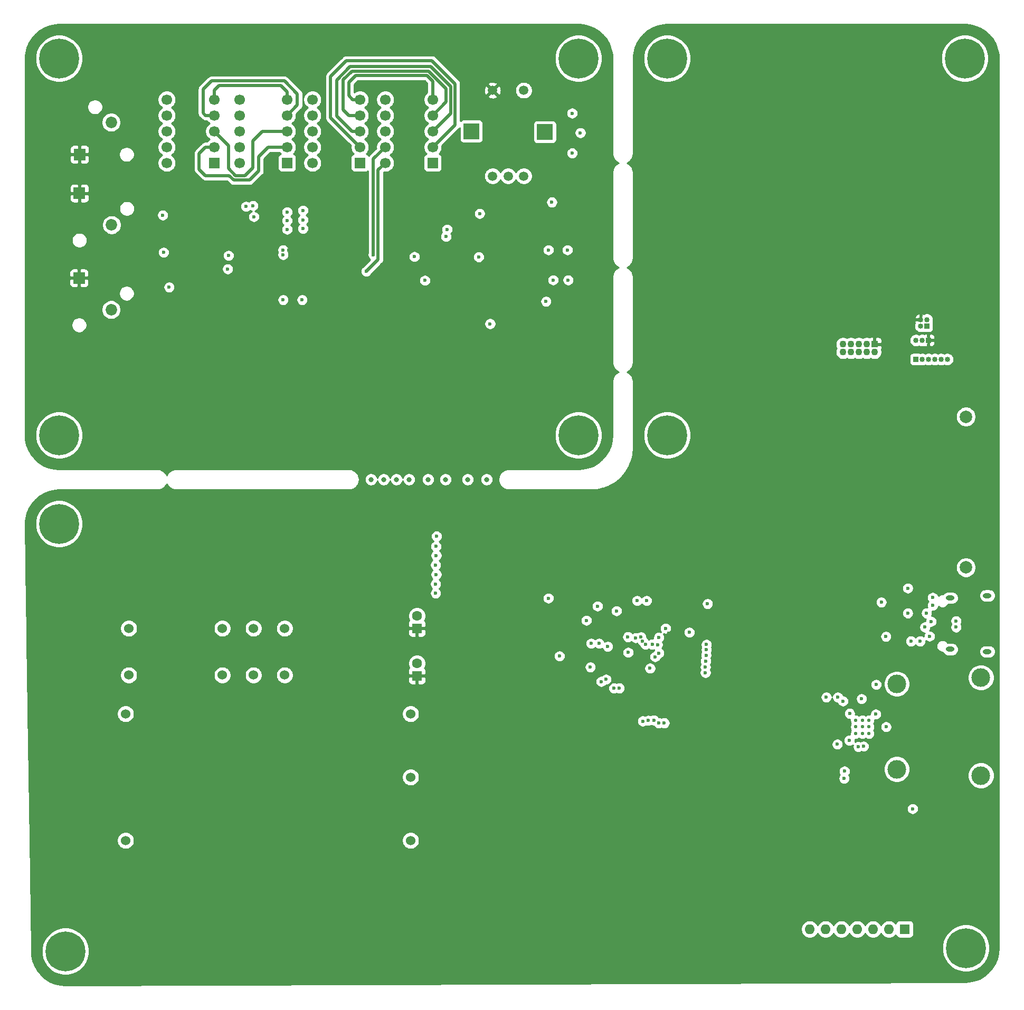
<source format=gbr>
%TF.GenerationSoftware,KiCad,Pcbnew,(5.1.6)-1*%
%TF.CreationDate,2020-09-27T00:12:08-07:00*%
%TF.ProjectId,ReflowOven,5265666c-6f77-44f7-9665-6e2e6b696361,rev?*%
%TF.SameCoordinates,Original*%
%TF.FileFunction,Copper,L3,Inr*%
%TF.FilePolarity,Positive*%
%FSLAX46Y46*%
G04 Gerber Fmt 4.6, Leading zero omitted, Abs format (unit mm)*
G04 Created by KiCad (PCBNEW (5.1.6)-1) date 2020-09-27 00:12:08*
%MOMM*%
%LPD*%
G01*
G04 APERTURE LIST*
%TA.AperFunction,ViaPad*%
%ADD10C,0.800000*%
%TD*%
%TA.AperFunction,ViaPad*%
%ADD11C,6.400000*%
%TD*%
%TA.AperFunction,ViaPad*%
%ADD12C,1.524000*%
%TD*%
%TA.AperFunction,ViaPad*%
%ADD13C,2.000000*%
%TD*%
%TA.AperFunction,ViaPad*%
%ADD14C,0.541666*%
%TD*%
%TA.AperFunction,ViaPad*%
%ADD15R,2.500000X2.500000*%
%TD*%
%TA.AperFunction,ViaPad*%
%ADD16C,1.498600*%
%TD*%
%TA.AperFunction,ViaPad*%
%ADD17R,1.850000X1.850000*%
%TD*%
%TA.AperFunction,ViaPad*%
%ADD18C,1.850000*%
%TD*%
%TA.AperFunction,ViaPad*%
%ADD19C,1.700000*%
%TD*%
%TA.AperFunction,ViaPad*%
%ADD20R,1.700000X1.700000*%
%TD*%
%TA.AperFunction,ViaPad*%
%ADD21O,1.600000X1.600000*%
%TD*%
%TA.AperFunction,ViaPad*%
%ADD22R,1.600000X1.600000*%
%TD*%
%TA.AperFunction,ViaPad*%
%ADD23O,1.400000X0.800000*%
%TD*%
%TA.AperFunction,ViaPad*%
%ADD24O,0.850000X0.850000*%
%TD*%
%TA.AperFunction,ViaPad*%
%ADD25R,0.850000X0.850000*%
%TD*%
%TA.AperFunction,ViaPad*%
%ADD26C,3.000000*%
%TD*%
%TA.AperFunction,ViaPad*%
%ADD27R,1.100000X1.100000*%
%TD*%
%TA.AperFunction,ViaPad*%
%ADD28C,1.100000*%
%TD*%
%TA.AperFunction,ViaPad*%
%ADD29C,1.600000*%
%TD*%
%TA.AperFunction,ViaPad*%
%ADD30C,0.600000*%
%TD*%
%TA.AperFunction,Conductor*%
%ADD31C,0.500000*%
%TD*%
%TA.AperFunction,Conductor*%
%ADD32C,0.254000*%
%TD*%
G04 APERTURE END LIST*
D10*
%TO.N,N/C*%
%TO.C,REF\u002A\u002A*%
X122601056Y-90504944D03*
X120904000Y-89802000D03*
X119206944Y-90504944D03*
X118504000Y-92202000D03*
X119206944Y-93899056D03*
X120904000Y-94602000D03*
X122601056Y-93899056D03*
X123304000Y-92202000D03*
D11*
X120904000Y-92202000D03*
%TD*%
D10*
%TO.N,N/C*%
%TO.C,REF\u002A\u002A*%
X25065056Y-104728944D03*
X23368000Y-104026000D03*
X21670944Y-104728944D03*
X20968000Y-106426000D03*
X21670944Y-108123056D03*
X23368000Y-108826000D03*
X25065056Y-108123056D03*
X25768000Y-106426000D03*
D11*
X23368000Y-106426000D03*
%TD*%
D10*
%TO.N,N/C*%
%TO.C,REF\u002A\u002A*%
X26081056Y-173308944D03*
X24384000Y-172606000D03*
X22686944Y-173308944D03*
X21984000Y-175006000D03*
X22686944Y-176703056D03*
X24384000Y-177406000D03*
X26081056Y-176703056D03*
X26784000Y-175006000D03*
D11*
X24384000Y-175006000D03*
%TD*%
D10*
%TO.N,N/C*%
%TO.C,REF\u002A\u002A*%
X170526112Y-172800944D03*
X168829056Y-172098000D03*
X167132000Y-172800944D03*
X166429056Y-174498000D03*
X167132000Y-176195056D03*
X168829056Y-176898000D03*
X170526112Y-176195056D03*
X171229056Y-174498000D03*
D11*
X168829056Y-174498000D03*
%TD*%
D10*
%TO.N,N/C*%
%TO.C,REF\u002A\u002A*%
X170353056Y-30052944D03*
X168656000Y-29350000D03*
X166958944Y-30052944D03*
X166256000Y-31750000D03*
X166958944Y-33447056D03*
X168656000Y-34150000D03*
X170353056Y-33447056D03*
X171056000Y-31750000D03*
D11*
X168656000Y-31750000D03*
%TD*%
D10*
%TO.N,N/C*%
%TO.C,REF\u002A\u002A*%
X122601056Y-30052944D03*
X120904000Y-29350000D03*
X119206944Y-30052944D03*
X118504000Y-31750000D03*
X119206944Y-33447056D03*
X120904000Y-34150000D03*
X122601056Y-33447056D03*
X123304000Y-31750000D03*
D11*
X120904000Y-31750000D03*
%TD*%
%TO.N,N/C*%
%TO.C,REF\u002A\u002A*%
X23368000Y-92202000D03*
D10*
X25768000Y-92202000D03*
X25065056Y-93899056D03*
X23368000Y-94602000D03*
X21670944Y-93899056D03*
X20968000Y-92202000D03*
X21670944Y-90504944D03*
X23368000Y-89802000D03*
X25065056Y-90504944D03*
%TD*%
D11*
%TO.N,N/C*%
%TO.C,REF\u002A\u002A*%
X106680000Y-92202000D03*
D10*
X106680000Y-89802000D03*
X108377056Y-90504944D03*
X109080000Y-92202000D03*
X108377056Y-93899056D03*
X106680000Y-94602000D03*
X104982944Y-93899056D03*
X104280000Y-92202000D03*
X104982944Y-90504944D03*
%TD*%
D11*
%TO.N,N/C*%
%TO.C,REF\u002A\u002A*%
X106680000Y-31750000D03*
D10*
X109080000Y-31750000D03*
X108377056Y-33447056D03*
X106680000Y-34150000D03*
X104982944Y-33447056D03*
X104280000Y-31750000D03*
X104982944Y-30052944D03*
X106680000Y-29350000D03*
X108377056Y-30052944D03*
%TD*%
%TO.N,N/C*%
%TO.C,REF\u002A\u002A*%
X25065056Y-30052944D03*
X23368000Y-29350000D03*
X21670944Y-30052944D03*
X20968000Y-31750000D03*
X21670944Y-33447056D03*
X23368000Y-34150000D03*
X25065056Y-33447056D03*
X25768000Y-31750000D03*
D11*
X23368000Y-31750000D03*
%TD*%
D12*
%TO.N,/MainsPower/LN_OUT*%
%TO.C,K501*%
X59544000Y-130690000D03*
X59544000Y-123190000D03*
%TO.N,Net-(F502-Pad1)*%
X54544000Y-130690000D03*
X54544000Y-123190000D03*
%TO.N,Net-(K501-Pad2)*%
X49544000Y-123190000D03*
%TO.N,Net-(K501-Pad7)*%
X49544000Y-130690000D03*
%TO.N,Net-(K501-Pad8)*%
X34544000Y-130690000D03*
%TO.N,Net-(K501-Pad1)*%
X34544000Y-123190000D03*
%TD*%
D13*
%TO.N,*%
%TO.C,U409*%
X168826000Y-113423000D03*
X168826000Y-89223000D03*
%TD*%
D14*
%TO.N,N/C*%
%TO.C,U601*%
X151130000Y-137922000D03*
X151130000Y-139005333D03*
X151130000Y-140088666D03*
X152213333Y-137922000D03*
X152213333Y-139005333D03*
X152213333Y-140088666D03*
X153296666Y-137922000D03*
X153296666Y-139005333D03*
X153296666Y-140088666D03*
%TD*%
D15*
%TO.N,N/C*%
%TO.C,SW404*%
X89498892Y-43427304D03*
D16*
%TO.N,+3V3*%
X92898892Y-36865304D03*
%TO.N,/HumanInterface/SW_BTN*%
X97898892Y-36865304D03*
%TO.N,/HumanInterface/CHANA*%
X92898892Y-50615304D03*
%TO.N,GND*%
X95398892Y-50615304D03*
%TO.N,/HumanInterface/CHANB*%
X97898892Y-50615304D03*
D15*
%TO.N,N/C*%
X101298892Y-43527304D03*
%TD*%
D17*
%TO.N,+3V3*%
%TO.C,SW403*%
X26577323Y-66984819D03*
D18*
%TO.N,/HumanInterface/SW1*%
X31737323Y-72064819D03*
%TD*%
D17*
%TO.N,+3V3*%
%TO.C,SW402*%
X26630000Y-53380000D03*
D18*
%TO.N,/HumanInterface/SW2*%
X31790000Y-58460000D03*
%TD*%
D17*
%TO.N,+3V3*%
%TO.C,SW401*%
X26657323Y-47161766D03*
D18*
%TO.N,/HumanInterface/SW3*%
X31737323Y-42001766D03*
%TD*%
D19*
%TO.N,/Display/SEG8*%
%TO.C,SEG304*%
X75692000Y-48514000D03*
%TO.N,/Display/SEG9*%
X75692000Y-45974000D03*
%TO.N,/Display/SEG10*%
X75692000Y-43434000D03*
%TO.N,/Display/SEG15*%
X75692000Y-40894000D03*
%TO.N,/Display/COM1*%
X75692000Y-38354000D03*
%TO.N,/Display/SEG11*%
X83312000Y-38354000D03*
%TO.N,/Display/SEG12*%
X83312000Y-40894000D03*
%TO.N,/Display/SEG14*%
X83312000Y-43434000D03*
%TO.N,/Display/SEG13*%
X83312000Y-45974000D03*
D20*
%TO.N,/Display/COM1*%
X83312000Y-48514000D03*
%TD*%
D19*
%TO.N,/Display/SEG0*%
%TO.C,SEG303*%
X40640000Y-48514000D03*
%TO.N,/Display/SEG1*%
X40640000Y-45974000D03*
%TO.N,/Display/SEG2*%
X40640000Y-43434000D03*
%TO.N,/Display/SEG7*%
X40640000Y-40894000D03*
%TO.N,/Display/COM1*%
X40640000Y-38354000D03*
%TO.N,/Display/SEG3*%
X48260000Y-38354000D03*
%TO.N,/Display/SEG4*%
X48260000Y-40894000D03*
%TO.N,/Display/SEG6*%
X48260000Y-43434000D03*
%TO.N,/Display/SEG5*%
X48260000Y-45974000D03*
D20*
%TO.N,/Display/COM1*%
X48260000Y-48514000D03*
%TD*%
D19*
%TO.N,/Display/SEG0*%
%TO.C,SEG302*%
X52324000Y-48514000D03*
%TO.N,/Display/SEG1*%
X52324000Y-45974000D03*
%TO.N,/Display/SEG2*%
X52324000Y-43434000D03*
%TO.N,/Display/SEG7*%
X52324000Y-40894000D03*
%TO.N,/Display/COM0*%
X52324000Y-38354000D03*
%TO.N,/Display/SEG3*%
X59944000Y-38354000D03*
%TO.N,/Display/SEG4*%
X59944000Y-40894000D03*
%TO.N,/Display/SEG6*%
X59944000Y-43434000D03*
%TO.N,/Display/SEG5*%
X59944000Y-45974000D03*
D20*
%TO.N,/Display/COM0*%
X59944000Y-48514000D03*
%TD*%
D19*
%TO.N,/Display/SEG8*%
%TO.C,SEG301*%
X64008000Y-48514000D03*
%TO.N,/Display/SEG9*%
X64008000Y-45974000D03*
%TO.N,/Display/SEG10*%
X64008000Y-43434000D03*
%TO.N,/Display/SEG15*%
X64008000Y-40894000D03*
%TO.N,/Display/COM0*%
X64008000Y-38354000D03*
%TO.N,/Display/SEG11*%
X71628000Y-38354000D03*
%TO.N,/Display/SEG12*%
X71628000Y-40894000D03*
%TO.N,/Display/SEG14*%
X71628000Y-43434000D03*
%TO.N,/Display/SEG13*%
X71628000Y-45974000D03*
D20*
%TO.N,/Display/COM0*%
X71628000Y-48514000D03*
%TD*%
D21*
%TO.N,Net-(D201-Pad1)*%
%TO.C,RN201*%
X143764000Y-171450000D03*
%TO.N,Net-(D202-Pad1)*%
X146304000Y-171450000D03*
%TO.N,Net-(D203-Pad1)*%
X148844000Y-171450000D03*
%TO.N,Net-(D204-Pad1)*%
X151384000Y-171450000D03*
%TO.N,Net-(D205-Pad1)*%
X153924000Y-171450000D03*
%TO.N,Net-(D206-Pad1)*%
X156464000Y-171450000D03*
D22*
%TO.N,GND*%
X159004000Y-171450000D03*
%TD*%
D12*
%TO.N,/MainsPower/3V3_REG_OUT*%
%TO.C,P501*%
X79756000Y-136906000D03*
%TO.N,GND*%
X79756000Y-147066000D03*
%TO.N,Net-(P501-Pad3)*%
X79756000Y-157226000D03*
%TO.N,Net-(F501-Pad1)*%
X34036000Y-157226000D03*
%TO.N,/MainsPower/VACN*%
X34036000Y-136906000D03*
%TD*%
D23*
%TO.N,Net-(FB701-Pad2)*%
%TO.C,J704*%
X172258000Y-126918000D03*
X172258000Y-117938000D03*
X166308000Y-118298000D03*
X166308000Y-126558000D03*
%TD*%
D24*
%TO.N,Net-(J701-Pad2)*%
%TO.C,J703*%
X165830000Y-80010000D03*
%TO.N,/Communication/UART_TX*%
X164830000Y-80010000D03*
%TO.N,/Communication/UART_RX*%
X163830000Y-80010000D03*
%TO.N,/Communication/UART_RTS*%
X162830000Y-80010000D03*
%TO.N,/Communication/UART_CTS*%
X161830000Y-80010000D03*
D25*
%TO.N,GND*%
X160830000Y-80010000D03*
%TD*%
D24*
%TO.N,+3V3*%
%TO.C,J702*%
X161560000Y-73676000D03*
%TO.N,/Communication/CANH*%
X162560000Y-73676000D03*
%TO.N,/Communication/CANL*%
X161560000Y-74676000D03*
D25*
%TO.N,GND*%
X162560000Y-74676000D03*
%TD*%
D24*
%TO.N,Net-(J701-Pad3)*%
%TO.C,J701*%
X160814000Y-76962000D03*
%TO.N,Net-(J701-Pad2)*%
X161814000Y-76962000D03*
D25*
%TO.N,+3V3*%
X162814000Y-76962000D03*
%TD*%
D26*
%TO.N,*%
%TO.C,J601*%
X171234000Y-131096000D03*
X171234000Y-146796000D03*
%TO.N,Net-(J601-Pad2)*%
X157734000Y-132096000D03*
%TO.N,Net-(J601-Pad1)*%
X157734000Y-145796000D03*
%TD*%
D27*
%TO.N,+3V3*%
%TO.C,J201*%
X154178000Y-77597000D03*
D28*
%TO.N,GND*%
X154178000Y-78867000D03*
X152908000Y-77597000D03*
%TO.N,Net-(J201-Pad4)*%
X152908000Y-78867000D03*
%TO.N,GND*%
X151638000Y-77597000D03*
%TO.N,/Microcontroller/~RST*%
X151638000Y-78867000D03*
%TO.N,Net-(J201-Pad7)*%
X150368000Y-77597000D03*
%TO.N,/Microcontroller/TRACESWO*%
X150368000Y-78867000D03*
%TO.N,/Microcontroller/SWDCLK*%
X149098000Y-77597000D03*
%TO.N,/Microcontroller/SWDIO*%
X149098000Y-78867000D03*
%TD*%
D29*
%TO.N,GND*%
%TO.C,C518*%
X80772000Y-128810000D03*
D22*
%TO.N,+3V3*%
X80772000Y-130810000D03*
%TD*%
D29*
%TO.N,GND*%
%TO.C,C517*%
X80772000Y-121190000D03*
D22*
%TO.N,+3V3*%
X80772000Y-123190000D03*
%TD*%
D10*
%TO.N,*%
X91948000Y-99314000D03*
X88900000Y-99314000D03*
X85344000Y-99314000D03*
X82550000Y-99314000D03*
X79502000Y-99314000D03*
X77470000Y-99314000D03*
X75438000Y-99314000D03*
X73406000Y-99314000D03*
D30*
%TO.N,GND*%
X114604800Y-124561600D03*
X108712000Y-125603000D03*
X109982000Y-125603000D03*
X111379000Y-126111000D03*
X101854000Y-118364000D03*
X112776000Y-120396000D03*
X108585000Y-129413000D03*
X103632000Y-127635000D03*
X127381000Y-119253000D03*
X117602000Y-118745000D03*
X107950000Y-121920000D03*
X109728000Y-119634000D03*
X149098000Y-134874000D03*
X156019500Y-139001500D03*
X154368500Y-136969500D03*
X154432000Y-132207000D03*
X150177500Y-136842500D03*
X148209000Y-141795500D03*
X148272500Y-134239000D03*
X146431000Y-134239000D03*
X150114000Y-141160500D03*
X151574500Y-142176500D03*
X152400000Y-142113000D03*
X149352000Y-146113500D03*
X149288500Y-147256500D03*
X152082500Y-134493000D03*
X160274000Y-152146000D03*
X124460000Y-123825000D03*
X156000000Y-124500000D03*
X155250000Y-119000000D03*
X160000000Y-125250000D03*
X163500000Y-119500000D03*
X161500000Y-125250000D03*
X159500000Y-120750000D03*
X159500000Y-116750000D03*
X119570500Y-124650500D03*
X114655600Y-127050800D03*
X118160800Y-129590800D03*
X90830400Y-56642000D03*
X90678000Y-63601600D03*
X80365600Y-63550800D03*
X102412800Y-54813200D03*
X105664000Y-40538400D03*
X105664000Y-46939200D03*
X106984800Y-43688000D03*
X92506800Y-74320400D03*
X82042000Y-67360800D03*
X83921600Y-108407200D03*
X83820000Y-110032800D03*
X83870800Y-111506000D03*
X83769200Y-113030000D03*
X83870800Y-114554000D03*
X83769200Y-116078000D03*
X83769200Y-117551200D03*
X59309000Y-62484000D03*
X59309000Y-63246000D03*
X54610000Y-57150000D03*
X40005000Y-56896000D03*
X40132000Y-62865000D03*
X41021000Y-68453000D03*
%TO.N,+3V3*%
X112268000Y-123952000D03*
X115316000Y-121158000D03*
X114300000Y-119253000D03*
X110109000Y-129413000D03*
X100076000Y-127508000D03*
X127254000Y-120523000D03*
X122020708Y-117321708D03*
X118237000Y-116840000D03*
X106934000Y-123952000D03*
X111633000Y-122682000D03*
X106299000Y-119634000D03*
X114533579Y-128274149D03*
X144780000Y-147828000D03*
X144780000Y-145796000D03*
X144780000Y-146812000D03*
X148844000Y-152400000D03*
X121158000Y-123952000D03*
X124460000Y-125095000D03*
X119500000Y-130000000D03*
X76352400Y-133604000D03*
X77724000Y-133604000D03*
X79146400Y-133604000D03*
X80619600Y-133604000D03*
X82245200Y-133604000D03*
X76301600Y-131876800D03*
X77673200Y-131826000D03*
X77673200Y-128320800D03*
X76200000Y-128270000D03*
X83464400Y-128168400D03*
X85344000Y-128168400D03*
X85394800Y-129844800D03*
X83413600Y-129844800D03*
X90830400Y-54610000D03*
X87934800Y-51968400D03*
X97891600Y-54508400D03*
X100380800Y-54406800D03*
X102412800Y-53238400D03*
X104089200Y-40538400D03*
X83616800Y-124104400D03*
X85344000Y-124002800D03*
X83616800Y-122072400D03*
X85496400Y-122072400D03*
X83566000Y-120243600D03*
X85598000Y-120142000D03*
X78181200Y-123850400D03*
X76200000Y-123748800D03*
X76250800Y-120599200D03*
X78536800Y-120548400D03*
X60198000Y-62484000D03*
X54737000Y-59690000D03*
X54737000Y-58420000D03*
X59182000Y-65278000D03*
%TO.N,/HumanInterface/SW3*%
X120446800Y-138379200D03*
%TO.N,/HumanInterface/SW2*%
X119532400Y-138379200D03*
%TO.N,/HumanInterface/SW1*%
X118770400Y-137922000D03*
%TO.N,/HumanInterface/SW_BTN*%
X116713000Y-124587000D03*
%TO.N,/Microcontroller/DLED4*%
X118973600Y-127762000D03*
X116992400Y-138074400D03*
%TO.N,/Microcontroller/DLED5*%
X119583200Y-127152400D03*
X117856000Y-137972800D03*
%TO.N,/HumanInterface/SD_WR_PROT*%
X127050800Y-130302000D03*
%TO.N,/HumanInterface/SD_DET*%
X127050800Y-129387600D03*
%TO.N,/HumanInterface/SPI_MISO*%
X127203200Y-126580803D03*
%TO.N,/HumanInterface/SPI_SCK*%
X127152400Y-127508000D03*
%TO.N,/HumanInterface/SPI_MOSI*%
X127203200Y-125780800D03*
%TO.N,/HumanInterface/SPI_NSS*%
X127101600Y-128422400D03*
%TO.N,/Communication/UART_TX*%
X112369600Y-132791200D03*
%TO.N,/Communication/UART_RX*%
X113233200Y-132791200D03*
%TO.N,/Communication/UART_RTS*%
X111099600Y-131368800D03*
%TO.N,/Communication/UART_CTS*%
X110337600Y-131724400D03*
%TO.N,Net-(J704-PadA7)*%
X162250000Y-123000000D03*
X163250000Y-122077999D03*
X167250000Y-123000000D03*
%TO.N,Net-(J704-PadB5)*%
X163500000Y-118250000D03*
X167250000Y-122000000D03*
%TO.N,Net-(J704-PadA5)*%
X163000000Y-124449997D03*
X162500000Y-120750000D03*
%TO.N,/Microcontroller/BOOT0*%
X116078000Y-118745000D03*
X115824000Y-124714000D03*
%TO.N,/HumanInterface/CHANA*%
X85430190Y-60334990D03*
%TO.N,/MainsPower/RELAY_SET*%
X116967000Y-125222000D03*
%TO.N,/MainsPower/CURRENT_ALRT*%
X117427954Y-125748805D03*
%TO.N,/Microcontroller/TRACESWO*%
X118500000Y-125750000D03*
%TO.N,/Microcontroller/SWCLK*%
X120650000Y-123190000D03*
%TO.N,/Microcontroller/SWDIO*%
X119361062Y-125801308D03*
%TO.N,/Display/COM1*%
X62484000Y-56134000D03*
X62484000Y-57658000D03*
X62484000Y-59055000D03*
%TO.N,GND*%
X101854000Y-62484000D03*
X102616000Y-67310000D03*
X101473000Y-70739000D03*
X104902000Y-62484000D03*
X105029000Y-67310000D03*
%TO.N,+3V3*%
X101473000Y-69088000D03*
X100965000Y-65151000D03*
X95504000Y-65405000D03*
%TO.N,/Display/SEG3*%
X53340000Y-55499000D03*
X50546000Y-63373000D03*
%TO.N,/Display/SEG4*%
X54483000Y-55372000D03*
X50419000Y-65532000D03*
%TO.N,/Display/SEG7*%
X62357000Y-70485000D03*
X59309000Y-70485000D03*
%TO.N,/Display/SEG8*%
X72644000Y-65913000D03*
%TO.N,/Display/SEG9*%
X73787000Y-63246000D03*
%TO.N,/Display/COM0*%
X59944000Y-56388000D03*
X59944000Y-57785000D03*
X59944000Y-59182000D03*
%TO.N,Net-(U405-Pad2)*%
X85598000Y-59182000D03*
%TD*%
D31*
%TO.N,/Display/SEG3*%
X59944000Y-38354000D02*
X59944000Y-37084000D01*
X59944000Y-37084000D02*
X58928000Y-36068000D01*
X58928000Y-36068000D02*
X49022000Y-36068000D01*
X48260000Y-36830000D02*
X48260000Y-38354000D01*
X49022000Y-36068000D02*
X48260000Y-36830000D01*
%TO.N,/Display/SEG4*%
X48260000Y-40894000D02*
X46863000Y-40894000D01*
X46863000Y-40894000D02*
X46482000Y-40513000D01*
X46482000Y-40513000D02*
X46482000Y-36703000D01*
X47817010Y-35367990D02*
X59497990Y-35367990D01*
X46482000Y-36703000D02*
X47817010Y-35367990D01*
X59497990Y-35367990D02*
X61595000Y-37465000D01*
X61595000Y-39243000D02*
X59944000Y-40894000D01*
X61595000Y-37465000D02*
X61595000Y-39243000D01*
%TO.N,/Display/SEG5*%
X48260000Y-45974000D02*
X46863000Y-45974000D01*
X46863000Y-45974000D02*
X45847000Y-46990000D01*
X45847000Y-46990000D02*
X45847000Y-49530000D01*
X45847000Y-49530000D02*
X46863000Y-50546000D01*
X46863000Y-50546000D02*
X50673000Y-50546000D01*
X51373010Y-51246010D02*
X53909990Y-51246010D01*
X50673000Y-50546000D02*
X51373010Y-51246010D01*
X53909990Y-51246010D02*
X55372000Y-49784000D01*
X55372000Y-49784000D02*
X55372000Y-47498000D01*
X56896000Y-45974000D02*
X59944000Y-45974000D01*
X55372000Y-47498000D02*
X56896000Y-45974000D01*
%TO.N,/Display/SEG6*%
X56007000Y-43434000D02*
X59944000Y-43434000D01*
X54483000Y-44958000D02*
X56007000Y-43434000D01*
X50546000Y-49403000D02*
X51689000Y-50546000D01*
X54483000Y-49276000D02*
X54483000Y-44958000D01*
X48260000Y-43434000D02*
X50546000Y-45720000D01*
X51689000Y-50546000D02*
X53213000Y-50546000D01*
X50546000Y-45720000D02*
X50546000Y-49403000D01*
X53213000Y-50546000D02*
X54483000Y-49276000D01*
%TO.N,/Display/SEG8*%
X72644000Y-65913000D02*
X74549000Y-64008000D01*
X74549000Y-49657000D02*
X75692000Y-48514000D01*
X74549000Y-64008000D02*
X74549000Y-49657000D01*
%TO.N,/Display/SEG9*%
X73787000Y-47879000D02*
X75692000Y-45974000D01*
X73787000Y-63246000D02*
X73787000Y-47879000D01*
%TO.N,/Display/SEG11*%
X71628000Y-38354000D02*
X70485000Y-38354000D01*
X70485000Y-38354000D02*
X69850000Y-37719000D01*
X69850000Y-37719000D02*
X69850000Y-35560000D01*
X69850000Y-35560000D02*
X70927990Y-34482010D01*
X70927990Y-34482010D02*
X82387048Y-34482010D01*
X83312000Y-35406962D02*
X83312000Y-38354000D01*
X82387048Y-34482010D02*
X83312000Y-35406962D01*
%TO.N,/Display/SEG12*%
X71628000Y-40894000D02*
X69850000Y-40894000D01*
X69850000Y-40894000D02*
X68961000Y-40005000D01*
X68961000Y-40005000D02*
X68961000Y-35179000D01*
X68961000Y-35179000D02*
X70358000Y-33782000D01*
X70358000Y-33782000D02*
X82677000Y-33782000D01*
X82677000Y-33782000D02*
X85471000Y-36576000D01*
X85471000Y-38735000D02*
X83312000Y-40894000D01*
X85471000Y-36576000D02*
X85471000Y-38735000D01*
%TO.N,/Display/SEG13*%
X71628000Y-45974000D02*
X66929000Y-41275000D01*
X66929000Y-41275000D02*
X66929000Y-34671000D01*
X66929000Y-34671000D02*
X69469000Y-32131000D01*
X69469000Y-32131000D02*
X83185000Y-32131000D01*
X86871020Y-42414980D02*
X83312000Y-45974000D01*
X86871020Y-35817020D02*
X86871020Y-42414980D01*
X83185000Y-32131000D02*
X86871020Y-35817020D01*
%TO.N,/Display/SEG14*%
X71628000Y-43434000D02*
X70358000Y-43434000D01*
X70358000Y-43434000D02*
X67945000Y-41021000D01*
X70068047Y-33081990D02*
X82992990Y-33081990D01*
X67945000Y-41021000D02*
X67945000Y-35205038D01*
X67945000Y-35205038D02*
X70068047Y-33081990D01*
X82992990Y-33081990D02*
X86171010Y-36260010D01*
X86171010Y-40574990D02*
X83312000Y-43434000D01*
X86171010Y-36260010D02*
X86171010Y-40574990D01*
%TD*%
D32*
%TO.N,+3V3*%
G36*
X107548771Y-26386032D02*
G01*
X108395200Y-26593935D01*
X109197490Y-26934487D01*
X109935015Y-27398932D01*
X110588794Y-27975317D01*
X111142017Y-28648819D01*
X111580437Y-29402101D01*
X111892784Y-30215791D01*
X112072204Y-31074627D01*
X112116000Y-31770747D01*
X112116001Y-47022419D01*
X112118785Y-47050681D01*
X112118741Y-47056911D01*
X112119641Y-47066083D01*
X112140368Y-47263284D01*
X112152387Y-47321834D01*
X112163604Y-47380639D01*
X112166268Y-47389461D01*
X112224903Y-47578882D01*
X112248076Y-47634009D01*
X112270493Y-47689492D01*
X112274819Y-47697629D01*
X112369130Y-47872052D01*
X112402575Y-47921636D01*
X112435335Y-47971699D01*
X112441159Y-47978840D01*
X112567554Y-48131624D01*
X112609969Y-48173744D01*
X112651851Y-48216513D01*
X112658952Y-48222387D01*
X112812614Y-48347711D01*
X112862423Y-48380803D01*
X112911795Y-48414610D01*
X112919902Y-48418993D01*
X113094980Y-48512084D01*
X113099158Y-48513806D01*
X113092507Y-48516493D01*
X113084371Y-48520820D01*
X112909947Y-48615130D01*
X112860331Y-48648597D01*
X112810301Y-48681335D01*
X112803160Y-48687159D01*
X112650376Y-48813553D01*
X112608237Y-48855988D01*
X112565487Y-48897851D01*
X112559613Y-48904952D01*
X112434289Y-49058614D01*
X112401174Y-49108456D01*
X112367390Y-49157796D01*
X112363007Y-49165902D01*
X112269916Y-49340980D01*
X112247125Y-49396275D01*
X112223554Y-49451270D01*
X112220829Y-49460073D01*
X112163518Y-49649900D01*
X112151900Y-49708580D01*
X112139463Y-49767087D01*
X112138500Y-49776252D01*
X112119150Y-49973594D01*
X112119150Y-49973608D01*
X112116001Y-50005581D01*
X112116000Y-63786418D01*
X112118784Y-63814690D01*
X112118741Y-63820911D01*
X112119641Y-63830083D01*
X112140368Y-64027284D01*
X112152387Y-64085834D01*
X112163604Y-64144639D01*
X112166268Y-64153461D01*
X112224903Y-64342882D01*
X112248076Y-64398009D01*
X112270493Y-64453492D01*
X112274819Y-64461629D01*
X112369130Y-64636052D01*
X112402575Y-64685636D01*
X112435335Y-64735699D01*
X112441159Y-64742840D01*
X112567554Y-64895624D01*
X112609969Y-64937744D01*
X112651851Y-64980513D01*
X112658952Y-64986387D01*
X112812614Y-65111711D01*
X112862423Y-65144803D01*
X112911795Y-65178610D01*
X112919902Y-65182993D01*
X113094980Y-65276084D01*
X113099158Y-65277806D01*
X113092507Y-65280493D01*
X113084371Y-65284820D01*
X112909947Y-65379130D01*
X112860331Y-65412597D01*
X112810301Y-65445335D01*
X112803160Y-65451159D01*
X112650376Y-65577553D01*
X112608237Y-65619988D01*
X112565487Y-65661851D01*
X112559613Y-65668952D01*
X112434289Y-65822614D01*
X112401174Y-65872456D01*
X112367390Y-65921796D01*
X112363007Y-65929902D01*
X112269916Y-66104980D01*
X112247125Y-66160275D01*
X112223554Y-66215270D01*
X112220829Y-66224073D01*
X112163518Y-66413900D01*
X112151900Y-66472580D01*
X112139463Y-66531087D01*
X112138500Y-66540252D01*
X112119150Y-66737594D01*
X112119150Y-66737599D01*
X112116000Y-66769582D01*
X112116001Y-80550419D01*
X112118785Y-80578681D01*
X112118741Y-80584911D01*
X112119641Y-80594083D01*
X112140368Y-80791284D01*
X112152387Y-80849834D01*
X112163604Y-80908639D01*
X112166268Y-80917461D01*
X112224903Y-81106882D01*
X112248076Y-81162009D01*
X112270493Y-81217492D01*
X112274819Y-81225629D01*
X112369130Y-81400052D01*
X112402575Y-81449636D01*
X112435335Y-81499699D01*
X112441159Y-81506840D01*
X112567554Y-81659624D01*
X112609969Y-81701744D01*
X112651851Y-81744513D01*
X112658952Y-81750387D01*
X112812614Y-81875711D01*
X112862423Y-81908803D01*
X112911795Y-81942610D01*
X112919902Y-81946993D01*
X113094980Y-82040084D01*
X113099158Y-82041806D01*
X113092507Y-82044493D01*
X113084371Y-82048820D01*
X112909947Y-82143130D01*
X112860331Y-82176597D01*
X112810301Y-82209335D01*
X112803160Y-82215159D01*
X112650376Y-82341553D01*
X112608237Y-82383988D01*
X112565487Y-82425851D01*
X112559613Y-82432952D01*
X112434289Y-82586614D01*
X112401174Y-82636456D01*
X112367390Y-82685796D01*
X112363007Y-82693902D01*
X112269916Y-82868980D01*
X112247125Y-82924275D01*
X112223554Y-82979270D01*
X112220829Y-82988073D01*
X112163518Y-83177900D01*
X112151900Y-83236580D01*
X112139463Y-83295087D01*
X112138500Y-83304252D01*
X112119150Y-83501594D01*
X112119150Y-83501599D01*
X112116000Y-83533582D01*
X112116001Y-92175479D01*
X112043968Y-93070775D01*
X111836065Y-93917199D01*
X111495513Y-94719491D01*
X111031068Y-95457015D01*
X110454680Y-96110798D01*
X109781182Y-96664016D01*
X109027899Y-97102437D01*
X108214209Y-97414784D01*
X107355373Y-97594204D01*
X106659253Y-97638000D01*
X95471581Y-97638000D01*
X95443309Y-97640784D01*
X95437088Y-97640741D01*
X95427917Y-97641641D01*
X95230715Y-97662368D01*
X95172151Y-97674390D01*
X95113362Y-97685604D01*
X95104540Y-97688268D01*
X94915118Y-97746903D01*
X94860005Y-97770071D01*
X94804507Y-97792493D01*
X94796371Y-97796820D01*
X94621947Y-97891130D01*
X94572331Y-97924597D01*
X94522301Y-97957335D01*
X94515160Y-97963159D01*
X94362376Y-98089553D01*
X94320237Y-98131988D01*
X94277487Y-98173851D01*
X94271613Y-98180952D01*
X94146289Y-98334614D01*
X94113174Y-98384456D01*
X94079390Y-98433796D01*
X94075007Y-98441902D01*
X93981916Y-98616980D01*
X93959125Y-98672275D01*
X93935554Y-98727270D01*
X93932829Y-98736073D01*
X93875518Y-98925900D01*
X93863900Y-98984580D01*
X93851463Y-99043087D01*
X93850500Y-99052252D01*
X93831150Y-99249594D01*
X93831150Y-99278437D01*
X93828036Y-99307111D01*
X93828004Y-99316326D01*
X93828029Y-99323419D01*
X93830942Y-99352090D01*
X93830741Y-99380911D01*
X93831641Y-99390083D01*
X93852368Y-99587284D01*
X93864387Y-99645834D01*
X93875604Y-99704639D01*
X93878268Y-99713461D01*
X93936903Y-99902882D01*
X93960076Y-99958009D01*
X93982493Y-100013492D01*
X93986819Y-100021629D01*
X94081130Y-100196052D01*
X94114575Y-100245636D01*
X94147335Y-100295699D01*
X94153159Y-100302840D01*
X94279554Y-100455624D01*
X94321969Y-100497744D01*
X94363851Y-100540513D01*
X94370952Y-100546387D01*
X94524614Y-100671711D01*
X94574423Y-100704803D01*
X94623795Y-100738610D01*
X94631902Y-100742993D01*
X94806980Y-100836084D01*
X94862275Y-100858875D01*
X94917270Y-100882446D01*
X94926074Y-100885171D01*
X95115900Y-100942482D01*
X95174566Y-100954098D01*
X95233087Y-100966537D01*
X95242252Y-100967500D01*
X95439593Y-100986850D01*
X95439598Y-100986850D01*
X95471581Y-100990000D01*
X108744419Y-100990000D01*
X108765060Y-100987967D01*
X109517473Y-100940629D01*
X109534602Y-100938161D01*
X109551889Y-100937557D01*
X109610998Y-100927984D01*
X110568121Y-100728031D01*
X110590243Y-100721520D01*
X110612859Y-100717042D01*
X110669677Y-100698141D01*
X111582518Y-100347734D01*
X111603305Y-100337774D01*
X111624923Y-100329735D01*
X111677977Y-100301998D01*
X111677989Y-100301992D01*
X111677994Y-100301988D01*
X112523063Y-99810147D01*
X112541994Y-99796990D01*
X112562045Y-99785599D01*
X112609993Y-99749730D01*
X113365559Y-99129099D01*
X113382143Y-99113084D01*
X113400114Y-99098635D01*
X113441710Y-99055561D01*
X114088331Y-98322114D01*
X114102142Y-98303653D01*
X114117571Y-98286517D01*
X114151745Y-98237347D01*
X114151747Y-98237345D01*
X114151748Y-98237343D01*
X114672784Y-97409952D01*
X114683466Y-97389519D01*
X114695957Y-97370137D01*
X114721830Y-97316135D01*
X115103881Y-96416080D01*
X115111159Y-96394201D01*
X115120390Y-96373073D01*
X115137297Y-96315629D01*
X115370532Y-95366068D01*
X115374218Y-95343311D01*
X115379953Y-95320975D01*
X115387457Y-95261567D01*
X115465402Y-94292797D01*
X115468000Y-94266419D01*
X115468000Y-91824285D01*
X117069000Y-91824285D01*
X117069000Y-92579715D01*
X117216377Y-93320628D01*
X117505467Y-94018554D01*
X117925161Y-94646670D01*
X118459330Y-95180839D01*
X119087446Y-95600533D01*
X119785372Y-95889623D01*
X120526285Y-96037000D01*
X121281715Y-96037000D01*
X122022628Y-95889623D01*
X122720554Y-95600533D01*
X123348670Y-95180839D01*
X123882839Y-94646670D01*
X124302533Y-94018554D01*
X124591623Y-93320628D01*
X124739000Y-92579715D01*
X124739000Y-91824285D01*
X124591623Y-91083372D01*
X124302533Y-90385446D01*
X123882839Y-89757330D01*
X123348670Y-89223161D01*
X123107427Y-89061967D01*
X167191000Y-89061967D01*
X167191000Y-89384033D01*
X167253832Y-89699912D01*
X167377082Y-89997463D01*
X167556013Y-90265252D01*
X167783748Y-90492987D01*
X168051537Y-90671918D01*
X168349088Y-90795168D01*
X168664967Y-90858000D01*
X168987033Y-90858000D01*
X169302912Y-90795168D01*
X169600463Y-90671918D01*
X169868252Y-90492987D01*
X170095987Y-90265252D01*
X170274918Y-89997463D01*
X170398168Y-89699912D01*
X170461000Y-89384033D01*
X170461000Y-89061967D01*
X170398168Y-88746088D01*
X170274918Y-88448537D01*
X170095987Y-88180748D01*
X169868252Y-87953013D01*
X169600463Y-87774082D01*
X169302912Y-87650832D01*
X168987033Y-87588000D01*
X168664967Y-87588000D01*
X168349088Y-87650832D01*
X168051537Y-87774082D01*
X167783748Y-87953013D01*
X167556013Y-88180748D01*
X167377082Y-88448537D01*
X167253832Y-88746088D01*
X167191000Y-89061967D01*
X123107427Y-89061967D01*
X122720554Y-88803467D01*
X122022628Y-88514377D01*
X121281715Y-88367000D01*
X120526285Y-88367000D01*
X119785372Y-88514377D01*
X119087446Y-88803467D01*
X118459330Y-89223161D01*
X117925161Y-89757330D01*
X117505467Y-90385446D01*
X117216377Y-91083372D01*
X117069000Y-91824285D01*
X115468000Y-91824285D01*
X115468000Y-83533581D01*
X115465216Y-83505309D01*
X115465259Y-83499088D01*
X115464359Y-83489917D01*
X115443632Y-83292715D01*
X115431610Y-83234151D01*
X115420396Y-83175362D01*
X115417732Y-83166540D01*
X115359097Y-82977118D01*
X115335929Y-82922005D01*
X115313507Y-82866507D01*
X115309180Y-82858371D01*
X115214870Y-82683947D01*
X115181403Y-82634331D01*
X115148665Y-82584301D01*
X115142841Y-82577160D01*
X115016447Y-82424376D01*
X114974012Y-82382237D01*
X114932149Y-82339487D01*
X114925048Y-82333613D01*
X114771386Y-82208289D01*
X114721544Y-82175174D01*
X114672204Y-82141390D01*
X114664098Y-82137007D01*
X114489020Y-82043916D01*
X114484842Y-82042194D01*
X114491492Y-82039507D01*
X114499629Y-82035181D01*
X114674052Y-81940870D01*
X114723636Y-81907425D01*
X114773699Y-81874665D01*
X114780840Y-81868841D01*
X114933624Y-81742446D01*
X114975744Y-81700031D01*
X115018513Y-81658149D01*
X115024387Y-81651048D01*
X115149711Y-81497386D01*
X115182803Y-81447577D01*
X115216610Y-81398205D01*
X115220993Y-81390098D01*
X115314084Y-81215020D01*
X115336875Y-81159725D01*
X115360446Y-81104730D01*
X115363171Y-81095926D01*
X115420482Y-80906100D01*
X115432098Y-80847434D01*
X115444537Y-80788913D01*
X115445500Y-80779748D01*
X115464850Y-80582407D01*
X115464850Y-80582402D01*
X115468000Y-80550419D01*
X115468000Y-77480288D01*
X147913000Y-77480288D01*
X147913000Y-77713712D01*
X147958539Y-77942652D01*
X148047866Y-78158308D01*
X148097105Y-78232000D01*
X148047866Y-78305692D01*
X147958539Y-78521348D01*
X147913000Y-78750288D01*
X147913000Y-78983712D01*
X147958539Y-79212652D01*
X148047866Y-79428308D01*
X148177550Y-79622394D01*
X148342606Y-79787450D01*
X148536692Y-79917134D01*
X148752348Y-80006461D01*
X148981288Y-80052000D01*
X149214712Y-80052000D01*
X149443652Y-80006461D01*
X149659308Y-79917134D01*
X149733000Y-79867895D01*
X149806692Y-79917134D01*
X150022348Y-80006461D01*
X150251288Y-80052000D01*
X150484712Y-80052000D01*
X150713652Y-80006461D01*
X150929308Y-79917134D01*
X151003000Y-79867895D01*
X151076692Y-79917134D01*
X151292348Y-80006461D01*
X151521288Y-80052000D01*
X151754712Y-80052000D01*
X151983652Y-80006461D01*
X152199308Y-79917134D01*
X152273000Y-79867895D01*
X152346692Y-79917134D01*
X152562348Y-80006461D01*
X152791288Y-80052000D01*
X153024712Y-80052000D01*
X153253652Y-80006461D01*
X153469308Y-79917134D01*
X153543000Y-79867895D01*
X153616692Y-79917134D01*
X153832348Y-80006461D01*
X154061288Y-80052000D01*
X154294712Y-80052000D01*
X154523652Y-80006461D01*
X154739308Y-79917134D01*
X154933394Y-79787450D01*
X155098450Y-79622394D01*
X155123435Y-79585000D01*
X159766928Y-79585000D01*
X159766928Y-80435000D01*
X159779188Y-80559482D01*
X159815498Y-80679180D01*
X159874463Y-80789494D01*
X159953815Y-80886185D01*
X160050506Y-80965537D01*
X160160820Y-81024502D01*
X160280518Y-81060812D01*
X160405000Y-81073072D01*
X161255000Y-81073072D01*
X161379482Y-81060812D01*
X161499180Y-81024502D01*
X161503603Y-81022138D01*
X161520809Y-81029265D01*
X161725599Y-81070000D01*
X161934401Y-81070000D01*
X162139191Y-81029265D01*
X162330000Y-80950229D01*
X162520809Y-81029265D01*
X162725599Y-81070000D01*
X162934401Y-81070000D01*
X163139191Y-81029265D01*
X163330000Y-80950229D01*
X163520809Y-81029265D01*
X163725599Y-81070000D01*
X163934401Y-81070000D01*
X164139191Y-81029265D01*
X164330000Y-80950229D01*
X164520809Y-81029265D01*
X164725599Y-81070000D01*
X164934401Y-81070000D01*
X165139191Y-81029265D01*
X165330000Y-80950229D01*
X165520809Y-81029265D01*
X165725599Y-81070000D01*
X165934401Y-81070000D01*
X166139191Y-81029265D01*
X166332098Y-80949360D01*
X166505711Y-80833356D01*
X166653356Y-80685711D01*
X166769360Y-80512098D01*
X166849265Y-80319191D01*
X166890000Y-80114401D01*
X166890000Y-79905599D01*
X166849265Y-79700809D01*
X166769360Y-79507902D01*
X166653356Y-79334289D01*
X166505711Y-79186644D01*
X166332098Y-79070640D01*
X166139191Y-78990735D01*
X165934401Y-78950000D01*
X165725599Y-78950000D01*
X165520809Y-78990735D01*
X165330000Y-79069771D01*
X165139191Y-78990735D01*
X164934401Y-78950000D01*
X164725599Y-78950000D01*
X164520809Y-78990735D01*
X164330000Y-79069771D01*
X164139191Y-78990735D01*
X163934401Y-78950000D01*
X163725599Y-78950000D01*
X163520809Y-78990735D01*
X163330000Y-79069771D01*
X163139191Y-78990735D01*
X162934401Y-78950000D01*
X162725599Y-78950000D01*
X162520809Y-78990735D01*
X162330000Y-79069771D01*
X162139191Y-78990735D01*
X161934401Y-78950000D01*
X161725599Y-78950000D01*
X161520809Y-78990735D01*
X161503603Y-78997862D01*
X161499180Y-78995498D01*
X161379482Y-78959188D01*
X161255000Y-78946928D01*
X160405000Y-78946928D01*
X160280518Y-78959188D01*
X160160820Y-78995498D01*
X160050506Y-79054463D01*
X159953815Y-79133815D01*
X159874463Y-79230506D01*
X159815498Y-79340820D01*
X159779188Y-79460518D01*
X159766928Y-79585000D01*
X155123435Y-79585000D01*
X155228134Y-79428308D01*
X155317461Y-79212652D01*
X155363000Y-78983712D01*
X155363000Y-78750288D01*
X155317461Y-78521348D01*
X155287102Y-78448054D01*
X155317502Y-78391180D01*
X155353812Y-78271482D01*
X155366072Y-78147000D01*
X155363000Y-77882750D01*
X155204250Y-77724000D01*
X154505860Y-77724000D01*
X154294712Y-77682000D01*
X154093000Y-77682000D01*
X154093000Y-77480288D01*
X154051000Y-77269140D01*
X154051000Y-76570750D01*
X154305000Y-76570750D01*
X154305000Y-77470000D01*
X155204250Y-77470000D01*
X155363000Y-77311250D01*
X155366072Y-77047000D01*
X155353812Y-76922518D01*
X155334120Y-76857599D01*
X159754000Y-76857599D01*
X159754000Y-77066401D01*
X159794735Y-77271191D01*
X159874640Y-77464098D01*
X159990644Y-77637711D01*
X160138289Y-77785356D01*
X160311902Y-77901360D01*
X160504809Y-77981265D01*
X160709599Y-78022000D01*
X160918401Y-78022000D01*
X161123191Y-77981265D01*
X161314000Y-77902229D01*
X161504809Y-77981265D01*
X161709599Y-78022000D01*
X161918401Y-78022000D01*
X162123191Y-77981265D01*
X162140397Y-77974138D01*
X162144820Y-77976502D01*
X162264518Y-78012812D01*
X162389000Y-78025072D01*
X162528250Y-78022000D01*
X162687000Y-77863250D01*
X162687000Y-77563413D01*
X162753360Y-77464098D01*
X162833265Y-77271191D01*
X162869504Y-77089000D01*
X162941000Y-77089000D01*
X162941000Y-77863250D01*
X163099750Y-78022000D01*
X163239000Y-78025072D01*
X163363482Y-78012812D01*
X163483180Y-77976502D01*
X163593494Y-77917537D01*
X163690185Y-77838185D01*
X163769537Y-77741494D01*
X163828502Y-77631180D01*
X163864812Y-77511482D01*
X163877072Y-77387000D01*
X163874000Y-77247750D01*
X163715250Y-77089000D01*
X162941000Y-77089000D01*
X162869504Y-77089000D01*
X162874000Y-77066401D01*
X162874000Y-76857599D01*
X162833265Y-76652809D01*
X162753360Y-76459902D01*
X162687000Y-76360587D01*
X162687000Y-76060750D01*
X162941000Y-76060750D01*
X162941000Y-76835000D01*
X163715250Y-76835000D01*
X163874000Y-76676250D01*
X163877072Y-76537000D01*
X163864812Y-76412518D01*
X163828502Y-76292820D01*
X163769537Y-76182506D01*
X163690185Y-76085815D01*
X163593494Y-76006463D01*
X163483180Y-75947498D01*
X163363482Y-75911188D01*
X163239000Y-75898928D01*
X163099750Y-75902000D01*
X162941000Y-76060750D01*
X162687000Y-76060750D01*
X162528250Y-75902000D01*
X162389000Y-75898928D01*
X162264518Y-75911188D01*
X162144820Y-75947498D01*
X162140397Y-75949862D01*
X162123191Y-75942735D01*
X161918401Y-75902000D01*
X161709599Y-75902000D01*
X161504809Y-75942735D01*
X161314000Y-76021771D01*
X161123191Y-75942735D01*
X160918401Y-75902000D01*
X160709599Y-75902000D01*
X160504809Y-75942735D01*
X160311902Y-76022640D01*
X160138289Y-76138644D01*
X159990644Y-76286289D01*
X159874640Y-76459902D01*
X159794735Y-76652809D01*
X159754000Y-76857599D01*
X155334120Y-76857599D01*
X155317502Y-76802820D01*
X155258537Y-76692506D01*
X155179185Y-76595815D01*
X155082494Y-76516463D01*
X154972180Y-76457498D01*
X154852482Y-76421188D01*
X154728000Y-76408928D01*
X154463750Y-76412000D01*
X154305000Y-76570750D01*
X154051000Y-76570750D01*
X153892250Y-76412000D01*
X153628000Y-76408928D01*
X153503518Y-76421188D01*
X153383820Y-76457498D01*
X153326946Y-76487898D01*
X153253652Y-76457539D01*
X153024712Y-76412000D01*
X152791288Y-76412000D01*
X152562348Y-76457539D01*
X152346692Y-76546866D01*
X152273000Y-76596105D01*
X152199308Y-76546866D01*
X151983652Y-76457539D01*
X151754712Y-76412000D01*
X151521288Y-76412000D01*
X151292348Y-76457539D01*
X151076692Y-76546866D01*
X151003000Y-76596105D01*
X150929308Y-76546866D01*
X150713652Y-76457539D01*
X150484712Y-76412000D01*
X150251288Y-76412000D01*
X150022348Y-76457539D01*
X149806692Y-76546866D01*
X149733000Y-76596105D01*
X149659308Y-76546866D01*
X149443652Y-76457539D01*
X149214712Y-76412000D01*
X148981288Y-76412000D01*
X148752348Y-76457539D01*
X148536692Y-76546866D01*
X148342606Y-76676550D01*
X148177550Y-76841606D01*
X148047866Y-77035692D01*
X147958539Y-77251348D01*
X147913000Y-77480288D01*
X115468000Y-77480288D01*
X115468000Y-74571599D01*
X160500000Y-74571599D01*
X160500000Y-74780401D01*
X160540735Y-74985191D01*
X160620640Y-75178098D01*
X160736644Y-75351711D01*
X160884289Y-75499356D01*
X161057902Y-75615360D01*
X161250809Y-75695265D01*
X161455599Y-75736000D01*
X161664401Y-75736000D01*
X161869191Y-75695265D01*
X161886397Y-75688138D01*
X161890820Y-75690502D01*
X162010518Y-75726812D01*
X162135000Y-75739072D01*
X162985000Y-75739072D01*
X163109482Y-75726812D01*
X163229180Y-75690502D01*
X163339494Y-75631537D01*
X163436185Y-75552185D01*
X163515537Y-75455494D01*
X163574502Y-75345180D01*
X163610812Y-75225482D01*
X163623072Y-75101000D01*
X163623072Y-74251000D01*
X163610812Y-74126518D01*
X163574502Y-74006820D01*
X163572138Y-74002397D01*
X163579265Y-73985191D01*
X163620000Y-73780401D01*
X163620000Y-73571599D01*
X163579265Y-73366809D01*
X163499360Y-73173902D01*
X163383356Y-73000289D01*
X163235711Y-72852644D01*
X163062098Y-72736640D01*
X162869191Y-72656735D01*
X162664401Y-72616000D01*
X162455599Y-72616000D01*
X162250809Y-72656735D01*
X162057902Y-72736640D01*
X162053841Y-72739353D01*
X162043394Y-72732632D01*
X161850064Y-72656453D01*
X161687000Y-72782379D01*
X161687000Y-73074587D01*
X161620640Y-73173902D01*
X161540735Y-73366809D01*
X161500000Y-73571599D01*
X161500000Y-73616000D01*
X161455599Y-73616000D01*
X161250809Y-73656735D01*
X161057902Y-73736640D01*
X160958587Y-73803000D01*
X160667743Y-73803000D01*
X160540460Y-73966062D01*
X160551128Y-74001250D01*
X160623994Y-74168882D01*
X160620640Y-74173902D01*
X160540735Y-74366809D01*
X160500000Y-74571599D01*
X115468000Y-74571599D01*
X115468000Y-73385938D01*
X160540460Y-73385938D01*
X160667743Y-73549000D01*
X161433000Y-73549000D01*
X161433000Y-72782379D01*
X161269936Y-72656453D01*
X161076606Y-72732632D01*
X160901852Y-72845064D01*
X160752391Y-72989429D01*
X160633966Y-73160178D01*
X160551128Y-73350750D01*
X160540460Y-73385938D01*
X115468000Y-73385938D01*
X115468000Y-66769581D01*
X115465216Y-66741309D01*
X115465259Y-66735088D01*
X115464359Y-66725917D01*
X115443632Y-66528715D01*
X115431610Y-66470151D01*
X115420396Y-66411362D01*
X115417732Y-66402540D01*
X115359097Y-66213118D01*
X115335929Y-66158005D01*
X115313507Y-66102507D01*
X115309180Y-66094371D01*
X115214870Y-65919947D01*
X115181403Y-65870331D01*
X115148665Y-65820301D01*
X115142841Y-65813160D01*
X115016447Y-65660376D01*
X114974012Y-65618237D01*
X114932149Y-65575487D01*
X114925048Y-65569613D01*
X114771386Y-65444289D01*
X114721544Y-65411174D01*
X114672204Y-65377390D01*
X114664098Y-65373007D01*
X114489020Y-65279916D01*
X114484842Y-65278194D01*
X114491492Y-65275507D01*
X114499629Y-65271181D01*
X114674052Y-65176870D01*
X114723636Y-65143425D01*
X114773699Y-65110665D01*
X114780840Y-65104841D01*
X114933624Y-64978446D01*
X114975744Y-64936031D01*
X115018513Y-64894149D01*
X115024387Y-64887048D01*
X115149711Y-64733386D01*
X115182803Y-64683577D01*
X115216610Y-64634205D01*
X115220993Y-64626098D01*
X115314084Y-64451020D01*
X115336875Y-64395725D01*
X115360446Y-64340730D01*
X115363171Y-64331926D01*
X115420482Y-64142100D01*
X115432098Y-64083434D01*
X115444537Y-64024913D01*
X115445500Y-64015748D01*
X115464850Y-63818407D01*
X115464850Y-63818402D01*
X115468000Y-63786419D01*
X115468000Y-50005581D01*
X115465216Y-49977309D01*
X115465259Y-49971088D01*
X115464359Y-49961917D01*
X115443632Y-49764715D01*
X115431610Y-49706151D01*
X115420396Y-49647362D01*
X115417732Y-49638540D01*
X115359097Y-49449118D01*
X115335929Y-49394005D01*
X115313507Y-49338507D01*
X115309180Y-49330371D01*
X115214870Y-49155947D01*
X115181403Y-49106331D01*
X115148665Y-49056301D01*
X115142841Y-49049160D01*
X115016447Y-48896376D01*
X114974012Y-48854237D01*
X114932149Y-48811487D01*
X114925048Y-48805613D01*
X114771386Y-48680289D01*
X114721544Y-48647174D01*
X114672204Y-48613390D01*
X114664098Y-48609007D01*
X114489020Y-48515916D01*
X114484842Y-48514194D01*
X114491492Y-48511507D01*
X114499629Y-48507181D01*
X114674052Y-48412870D01*
X114723636Y-48379425D01*
X114773699Y-48346665D01*
X114780840Y-48340841D01*
X114933624Y-48214446D01*
X114975744Y-48172031D01*
X115018513Y-48130149D01*
X115024387Y-48123048D01*
X115149711Y-47969386D01*
X115182803Y-47919577D01*
X115216610Y-47870205D01*
X115220993Y-47862098D01*
X115314084Y-47687020D01*
X115336875Y-47631725D01*
X115360446Y-47576730D01*
X115363171Y-47567926D01*
X115420482Y-47378100D01*
X115432098Y-47319434D01*
X115444537Y-47260913D01*
X115445500Y-47251748D01*
X115464850Y-47054407D01*
X115464850Y-47054402D01*
X115468000Y-47022419D01*
X115468000Y-31776507D01*
X115500522Y-31372285D01*
X117069000Y-31372285D01*
X117069000Y-32127715D01*
X117216377Y-32868628D01*
X117505467Y-33566554D01*
X117925161Y-34194670D01*
X118459330Y-34728839D01*
X119087446Y-35148533D01*
X119785372Y-35437623D01*
X120526285Y-35585000D01*
X121281715Y-35585000D01*
X122022628Y-35437623D01*
X122720554Y-35148533D01*
X123348670Y-34728839D01*
X123882839Y-34194670D01*
X124302533Y-33566554D01*
X124591623Y-32868628D01*
X124739000Y-32127715D01*
X124739000Y-31372285D01*
X164821000Y-31372285D01*
X164821000Y-32127715D01*
X164968377Y-32868628D01*
X165257467Y-33566554D01*
X165677161Y-34194670D01*
X166211330Y-34728839D01*
X166839446Y-35148533D01*
X167537372Y-35437623D01*
X168278285Y-35585000D01*
X169033715Y-35585000D01*
X169774628Y-35437623D01*
X170472554Y-35148533D01*
X171100670Y-34728839D01*
X171634839Y-34194670D01*
X172054533Y-33566554D01*
X172343623Y-32868628D01*
X172491000Y-32127715D01*
X172491000Y-31372285D01*
X172343623Y-30631372D01*
X172054533Y-29933446D01*
X171634839Y-29305330D01*
X171100670Y-28771161D01*
X170472554Y-28351467D01*
X169774628Y-28062377D01*
X169033715Y-27915000D01*
X168278285Y-27915000D01*
X167537372Y-28062377D01*
X166839446Y-28351467D01*
X166211330Y-28771161D01*
X165677161Y-29305330D01*
X165257467Y-29933446D01*
X164968377Y-30631372D01*
X164821000Y-31372285D01*
X124739000Y-31372285D01*
X124591623Y-30631372D01*
X124302533Y-29933446D01*
X123882839Y-29305330D01*
X123348670Y-28771161D01*
X122720554Y-28351467D01*
X122022628Y-28062377D01*
X121281715Y-27915000D01*
X120526285Y-27915000D01*
X119785372Y-28062377D01*
X119087446Y-28351467D01*
X118459330Y-28771161D01*
X117925161Y-29305330D01*
X117505467Y-29933446D01*
X117216377Y-30631372D01*
X117069000Y-31372285D01*
X115500522Y-31372285D01*
X115540032Y-30881229D01*
X115747935Y-30034800D01*
X116088487Y-29232510D01*
X116552932Y-28494985D01*
X117129317Y-27841206D01*
X117802819Y-27287983D01*
X118556101Y-26849563D01*
X119369791Y-26537216D01*
X120228627Y-26357796D01*
X120924747Y-26314000D01*
X168629493Y-26314000D01*
X169524771Y-26386032D01*
X170371200Y-26593935D01*
X171173490Y-26934487D01*
X171911015Y-27398932D01*
X172564794Y-27975317D01*
X173118017Y-28648819D01*
X173556437Y-29402101D01*
X173868784Y-30215791D01*
X174048204Y-31074627D01*
X174092000Y-31770747D01*
X174092001Y-174471479D01*
X174019968Y-175366775D01*
X173812065Y-176213199D01*
X173471513Y-177015491D01*
X173007068Y-177753015D01*
X172430680Y-178406798D01*
X171757182Y-178960016D01*
X171003899Y-179398437D01*
X170190209Y-179710784D01*
X169331373Y-179890204D01*
X168634091Y-179934073D01*
X24409357Y-180441907D01*
X23515225Y-180369968D01*
X22668801Y-180162065D01*
X21866509Y-179821513D01*
X21128985Y-179357068D01*
X20475202Y-178780680D01*
X19921984Y-178107182D01*
X19483563Y-177353899D01*
X19171216Y-176540209D01*
X18991796Y-175681373D01*
X18947692Y-174980351D01*
X18942477Y-174628285D01*
X20549000Y-174628285D01*
X20549000Y-175383715D01*
X20696377Y-176124628D01*
X20985467Y-176822554D01*
X21405161Y-177450670D01*
X21939330Y-177984839D01*
X22567446Y-178404533D01*
X23265372Y-178693623D01*
X24006285Y-178841000D01*
X24761715Y-178841000D01*
X25502628Y-178693623D01*
X26200554Y-178404533D01*
X26828670Y-177984839D01*
X27362839Y-177450670D01*
X27782533Y-176822554D01*
X28071623Y-176124628D01*
X28219000Y-175383715D01*
X28219000Y-174628285D01*
X28117953Y-174120285D01*
X164994056Y-174120285D01*
X164994056Y-174875715D01*
X165141433Y-175616628D01*
X165430523Y-176314554D01*
X165850217Y-176942670D01*
X166384386Y-177476839D01*
X167012502Y-177896533D01*
X167710428Y-178185623D01*
X168451341Y-178333000D01*
X169206771Y-178333000D01*
X169947684Y-178185623D01*
X170645610Y-177896533D01*
X171273726Y-177476839D01*
X171807895Y-176942670D01*
X172227589Y-176314554D01*
X172516679Y-175616628D01*
X172664056Y-174875715D01*
X172664056Y-174120285D01*
X172516679Y-173379372D01*
X172227589Y-172681446D01*
X171807895Y-172053330D01*
X171273726Y-171519161D01*
X170645610Y-171099467D01*
X169947684Y-170810377D01*
X169206771Y-170663000D01*
X168451341Y-170663000D01*
X167710428Y-170810377D01*
X167012502Y-171099467D01*
X166384386Y-171519161D01*
X165850217Y-172053330D01*
X165430523Y-172681446D01*
X165141433Y-173379372D01*
X164994056Y-174120285D01*
X28117953Y-174120285D01*
X28071623Y-173887372D01*
X27782533Y-173189446D01*
X27362839Y-172561330D01*
X26828670Y-172027161D01*
X26200554Y-171607467D01*
X25502628Y-171318377D01*
X25453803Y-171308665D01*
X142329000Y-171308665D01*
X142329000Y-171591335D01*
X142384147Y-171868574D01*
X142492320Y-172129727D01*
X142649363Y-172364759D01*
X142849241Y-172564637D01*
X143084273Y-172721680D01*
X143345426Y-172829853D01*
X143622665Y-172885000D01*
X143905335Y-172885000D01*
X144182574Y-172829853D01*
X144443727Y-172721680D01*
X144678759Y-172564637D01*
X144878637Y-172364759D01*
X145034000Y-172132241D01*
X145189363Y-172364759D01*
X145389241Y-172564637D01*
X145624273Y-172721680D01*
X145885426Y-172829853D01*
X146162665Y-172885000D01*
X146445335Y-172885000D01*
X146722574Y-172829853D01*
X146983727Y-172721680D01*
X147218759Y-172564637D01*
X147418637Y-172364759D01*
X147574000Y-172132241D01*
X147729363Y-172364759D01*
X147929241Y-172564637D01*
X148164273Y-172721680D01*
X148425426Y-172829853D01*
X148702665Y-172885000D01*
X148985335Y-172885000D01*
X149262574Y-172829853D01*
X149523727Y-172721680D01*
X149758759Y-172564637D01*
X149958637Y-172364759D01*
X150114000Y-172132241D01*
X150269363Y-172364759D01*
X150469241Y-172564637D01*
X150704273Y-172721680D01*
X150965426Y-172829853D01*
X151242665Y-172885000D01*
X151525335Y-172885000D01*
X151802574Y-172829853D01*
X152063727Y-172721680D01*
X152298759Y-172564637D01*
X152498637Y-172364759D01*
X152654000Y-172132241D01*
X152809363Y-172364759D01*
X153009241Y-172564637D01*
X153244273Y-172721680D01*
X153505426Y-172829853D01*
X153782665Y-172885000D01*
X154065335Y-172885000D01*
X154342574Y-172829853D01*
X154603727Y-172721680D01*
X154838759Y-172564637D01*
X155038637Y-172364759D01*
X155194000Y-172132241D01*
X155349363Y-172364759D01*
X155549241Y-172564637D01*
X155784273Y-172721680D01*
X156045426Y-172829853D01*
X156322665Y-172885000D01*
X156605335Y-172885000D01*
X156882574Y-172829853D01*
X157143727Y-172721680D01*
X157378759Y-172564637D01*
X157577357Y-172366039D01*
X157578188Y-172374482D01*
X157614498Y-172494180D01*
X157673463Y-172604494D01*
X157752815Y-172701185D01*
X157849506Y-172780537D01*
X157959820Y-172839502D01*
X158079518Y-172875812D01*
X158204000Y-172888072D01*
X159804000Y-172888072D01*
X159928482Y-172875812D01*
X160048180Y-172839502D01*
X160158494Y-172780537D01*
X160255185Y-172701185D01*
X160334537Y-172604494D01*
X160393502Y-172494180D01*
X160429812Y-172374482D01*
X160442072Y-172250000D01*
X160442072Y-170650000D01*
X160429812Y-170525518D01*
X160393502Y-170405820D01*
X160334537Y-170295506D01*
X160255185Y-170198815D01*
X160158494Y-170119463D01*
X160048180Y-170060498D01*
X159928482Y-170024188D01*
X159804000Y-170011928D01*
X158204000Y-170011928D01*
X158079518Y-170024188D01*
X157959820Y-170060498D01*
X157849506Y-170119463D01*
X157752815Y-170198815D01*
X157673463Y-170295506D01*
X157614498Y-170405820D01*
X157578188Y-170525518D01*
X157577357Y-170533961D01*
X157378759Y-170335363D01*
X157143727Y-170178320D01*
X156882574Y-170070147D01*
X156605335Y-170015000D01*
X156322665Y-170015000D01*
X156045426Y-170070147D01*
X155784273Y-170178320D01*
X155549241Y-170335363D01*
X155349363Y-170535241D01*
X155194000Y-170767759D01*
X155038637Y-170535241D01*
X154838759Y-170335363D01*
X154603727Y-170178320D01*
X154342574Y-170070147D01*
X154065335Y-170015000D01*
X153782665Y-170015000D01*
X153505426Y-170070147D01*
X153244273Y-170178320D01*
X153009241Y-170335363D01*
X152809363Y-170535241D01*
X152654000Y-170767759D01*
X152498637Y-170535241D01*
X152298759Y-170335363D01*
X152063727Y-170178320D01*
X151802574Y-170070147D01*
X151525335Y-170015000D01*
X151242665Y-170015000D01*
X150965426Y-170070147D01*
X150704273Y-170178320D01*
X150469241Y-170335363D01*
X150269363Y-170535241D01*
X150114000Y-170767759D01*
X149958637Y-170535241D01*
X149758759Y-170335363D01*
X149523727Y-170178320D01*
X149262574Y-170070147D01*
X148985335Y-170015000D01*
X148702665Y-170015000D01*
X148425426Y-170070147D01*
X148164273Y-170178320D01*
X147929241Y-170335363D01*
X147729363Y-170535241D01*
X147574000Y-170767759D01*
X147418637Y-170535241D01*
X147218759Y-170335363D01*
X146983727Y-170178320D01*
X146722574Y-170070147D01*
X146445335Y-170015000D01*
X146162665Y-170015000D01*
X145885426Y-170070147D01*
X145624273Y-170178320D01*
X145389241Y-170335363D01*
X145189363Y-170535241D01*
X145034000Y-170767759D01*
X144878637Y-170535241D01*
X144678759Y-170335363D01*
X144443727Y-170178320D01*
X144182574Y-170070147D01*
X143905335Y-170015000D01*
X143622665Y-170015000D01*
X143345426Y-170070147D01*
X143084273Y-170178320D01*
X142849241Y-170335363D01*
X142649363Y-170535241D01*
X142492320Y-170770273D01*
X142384147Y-171031426D01*
X142329000Y-171308665D01*
X25453803Y-171308665D01*
X24761715Y-171171000D01*
X24006285Y-171171000D01*
X23265372Y-171318377D01*
X22567446Y-171607467D01*
X21939330Y-172027161D01*
X21405161Y-172561330D01*
X20985467Y-173189446D01*
X20696377Y-173887372D01*
X20549000Y-174628285D01*
X18942477Y-174628285D01*
X18682627Y-157088408D01*
X32639000Y-157088408D01*
X32639000Y-157363592D01*
X32692686Y-157633490D01*
X32797995Y-157887727D01*
X32950880Y-158116535D01*
X33145465Y-158311120D01*
X33374273Y-158464005D01*
X33628510Y-158569314D01*
X33898408Y-158623000D01*
X34173592Y-158623000D01*
X34443490Y-158569314D01*
X34697727Y-158464005D01*
X34926535Y-158311120D01*
X35121120Y-158116535D01*
X35274005Y-157887727D01*
X35379314Y-157633490D01*
X35433000Y-157363592D01*
X35433000Y-157088408D01*
X78359000Y-157088408D01*
X78359000Y-157363592D01*
X78412686Y-157633490D01*
X78517995Y-157887727D01*
X78670880Y-158116535D01*
X78865465Y-158311120D01*
X79094273Y-158464005D01*
X79348510Y-158569314D01*
X79618408Y-158623000D01*
X79893592Y-158623000D01*
X80163490Y-158569314D01*
X80417727Y-158464005D01*
X80646535Y-158311120D01*
X80841120Y-158116535D01*
X80994005Y-157887727D01*
X81099314Y-157633490D01*
X81153000Y-157363592D01*
X81153000Y-157088408D01*
X81099314Y-156818510D01*
X80994005Y-156564273D01*
X80841120Y-156335465D01*
X80646535Y-156140880D01*
X80417727Y-155987995D01*
X80163490Y-155882686D01*
X79893592Y-155829000D01*
X79618408Y-155829000D01*
X79348510Y-155882686D01*
X79094273Y-155987995D01*
X78865465Y-156140880D01*
X78670880Y-156335465D01*
X78517995Y-156564273D01*
X78412686Y-156818510D01*
X78359000Y-157088408D01*
X35433000Y-157088408D01*
X35379314Y-156818510D01*
X35274005Y-156564273D01*
X35121120Y-156335465D01*
X34926535Y-156140880D01*
X34697727Y-155987995D01*
X34443490Y-155882686D01*
X34173592Y-155829000D01*
X33898408Y-155829000D01*
X33628510Y-155882686D01*
X33374273Y-155987995D01*
X33145465Y-156140880D01*
X32950880Y-156335465D01*
X32797995Y-156564273D01*
X32692686Y-156818510D01*
X32639000Y-157088408D01*
X18682627Y-157088408D01*
X18608043Y-152053911D01*
X159339000Y-152053911D01*
X159339000Y-152238089D01*
X159374932Y-152418729D01*
X159445414Y-152588889D01*
X159547738Y-152742028D01*
X159677972Y-152872262D01*
X159831111Y-152974586D01*
X160001271Y-153045068D01*
X160181911Y-153081000D01*
X160366089Y-153081000D01*
X160546729Y-153045068D01*
X160716889Y-152974586D01*
X160870028Y-152872262D01*
X161000262Y-152742028D01*
X161102586Y-152588889D01*
X161173068Y-152418729D01*
X161209000Y-152238089D01*
X161209000Y-152053911D01*
X161173068Y-151873271D01*
X161102586Y-151703111D01*
X161000262Y-151549972D01*
X160870028Y-151419738D01*
X160716889Y-151317414D01*
X160546729Y-151246932D01*
X160366089Y-151211000D01*
X160181911Y-151211000D01*
X160001271Y-151246932D01*
X159831111Y-151317414D01*
X159677972Y-151419738D01*
X159547738Y-151549972D01*
X159445414Y-151703111D01*
X159374932Y-151873271D01*
X159339000Y-152053911D01*
X18608043Y-152053911D01*
X18532109Y-146928408D01*
X78359000Y-146928408D01*
X78359000Y-147203592D01*
X78412686Y-147473490D01*
X78517995Y-147727727D01*
X78670880Y-147956535D01*
X78865465Y-148151120D01*
X79094273Y-148304005D01*
X79348510Y-148409314D01*
X79618408Y-148463000D01*
X79893592Y-148463000D01*
X80163490Y-148409314D01*
X80417727Y-148304005D01*
X80646535Y-148151120D01*
X80841120Y-147956535D01*
X80994005Y-147727727D01*
X81099314Y-147473490D01*
X81153000Y-147203592D01*
X81153000Y-147164411D01*
X148353500Y-147164411D01*
X148353500Y-147348589D01*
X148389432Y-147529229D01*
X148459914Y-147699389D01*
X148562238Y-147852528D01*
X148692472Y-147982762D01*
X148845611Y-148085086D01*
X149015771Y-148155568D01*
X149196411Y-148191500D01*
X149380589Y-148191500D01*
X149561229Y-148155568D01*
X149731389Y-148085086D01*
X149884528Y-147982762D01*
X150014762Y-147852528D01*
X150117086Y-147699389D01*
X150187568Y-147529229D01*
X150223500Y-147348589D01*
X150223500Y-147164411D01*
X150187568Y-146983771D01*
X150117086Y-146813611D01*
X150059846Y-146727944D01*
X150078262Y-146709528D01*
X150180586Y-146556389D01*
X150251068Y-146386229D01*
X150287000Y-146205589D01*
X150287000Y-146021411D01*
X150251068Y-145840771D01*
X150180586Y-145670611D01*
X150123865Y-145585721D01*
X155599000Y-145585721D01*
X155599000Y-146006279D01*
X155681047Y-146418756D01*
X155841988Y-146807302D01*
X156075637Y-147156983D01*
X156373017Y-147454363D01*
X156722698Y-147688012D01*
X157111244Y-147848953D01*
X157523721Y-147931000D01*
X157944279Y-147931000D01*
X158356756Y-147848953D01*
X158745302Y-147688012D01*
X159094983Y-147454363D01*
X159392363Y-147156983D01*
X159626012Y-146807302D01*
X159717793Y-146585721D01*
X169099000Y-146585721D01*
X169099000Y-147006279D01*
X169181047Y-147418756D01*
X169341988Y-147807302D01*
X169575637Y-148156983D01*
X169873017Y-148454363D01*
X170222698Y-148688012D01*
X170611244Y-148848953D01*
X171023721Y-148931000D01*
X171444279Y-148931000D01*
X171856756Y-148848953D01*
X172245302Y-148688012D01*
X172594983Y-148454363D01*
X172892363Y-148156983D01*
X173126012Y-147807302D01*
X173286953Y-147418756D01*
X173369000Y-147006279D01*
X173369000Y-146585721D01*
X173286953Y-146173244D01*
X173126012Y-145784698D01*
X172892363Y-145435017D01*
X172594983Y-145137637D01*
X172245302Y-144903988D01*
X171856756Y-144743047D01*
X171444279Y-144661000D01*
X171023721Y-144661000D01*
X170611244Y-144743047D01*
X170222698Y-144903988D01*
X169873017Y-145137637D01*
X169575637Y-145435017D01*
X169341988Y-145784698D01*
X169181047Y-146173244D01*
X169099000Y-146585721D01*
X159717793Y-146585721D01*
X159786953Y-146418756D01*
X159869000Y-146006279D01*
X159869000Y-145585721D01*
X159786953Y-145173244D01*
X159626012Y-144784698D01*
X159392363Y-144435017D01*
X159094983Y-144137637D01*
X158745302Y-143903988D01*
X158356756Y-143743047D01*
X157944279Y-143661000D01*
X157523721Y-143661000D01*
X157111244Y-143743047D01*
X156722698Y-143903988D01*
X156373017Y-144137637D01*
X156075637Y-144435017D01*
X155841988Y-144784698D01*
X155681047Y-145173244D01*
X155599000Y-145585721D01*
X150123865Y-145585721D01*
X150078262Y-145517472D01*
X149948028Y-145387238D01*
X149794889Y-145284914D01*
X149624729Y-145214432D01*
X149444089Y-145178500D01*
X149259911Y-145178500D01*
X149079271Y-145214432D01*
X148909111Y-145284914D01*
X148755972Y-145387238D01*
X148625738Y-145517472D01*
X148523414Y-145670611D01*
X148452932Y-145840771D01*
X148417000Y-146021411D01*
X148417000Y-146205589D01*
X148452932Y-146386229D01*
X148523414Y-146556389D01*
X148580654Y-146642056D01*
X148562238Y-146660472D01*
X148459914Y-146813611D01*
X148389432Y-146983771D01*
X148353500Y-147164411D01*
X81153000Y-147164411D01*
X81153000Y-146928408D01*
X81099314Y-146658510D01*
X80994005Y-146404273D01*
X80841120Y-146175465D01*
X80646535Y-145980880D01*
X80417727Y-145827995D01*
X80163490Y-145722686D01*
X79893592Y-145669000D01*
X79618408Y-145669000D01*
X79348510Y-145722686D01*
X79094273Y-145827995D01*
X78865465Y-145980880D01*
X78670880Y-146175465D01*
X78517995Y-146404273D01*
X78412686Y-146658510D01*
X78359000Y-146928408D01*
X18532109Y-146928408D01*
X18454702Y-141703411D01*
X147274000Y-141703411D01*
X147274000Y-141887589D01*
X147309932Y-142068229D01*
X147380414Y-142238389D01*
X147482738Y-142391528D01*
X147612972Y-142521762D01*
X147766111Y-142624086D01*
X147936271Y-142694568D01*
X148116911Y-142730500D01*
X148301089Y-142730500D01*
X148481729Y-142694568D01*
X148651889Y-142624086D01*
X148805028Y-142521762D01*
X148935262Y-142391528D01*
X149037586Y-142238389D01*
X149108068Y-142068229D01*
X149144000Y-141887589D01*
X149144000Y-141703411D01*
X149108068Y-141522771D01*
X149037586Y-141352611D01*
X148935262Y-141199472D01*
X148805028Y-141069238D01*
X148803791Y-141068411D01*
X149179000Y-141068411D01*
X149179000Y-141252589D01*
X149214932Y-141433229D01*
X149285414Y-141603389D01*
X149387738Y-141756528D01*
X149517972Y-141886762D01*
X149671111Y-141989086D01*
X149841271Y-142059568D01*
X150021911Y-142095500D01*
X150206089Y-142095500D01*
X150386729Y-142059568D01*
X150556889Y-141989086D01*
X150674031Y-141910814D01*
X150639500Y-142084411D01*
X150639500Y-142268589D01*
X150675432Y-142449229D01*
X150745914Y-142619389D01*
X150848238Y-142772528D01*
X150978472Y-142902762D01*
X151131611Y-143005086D01*
X151301771Y-143075568D01*
X151482411Y-143111500D01*
X151666589Y-143111500D01*
X151847229Y-143075568D01*
X152017389Y-143005086D01*
X152052988Y-142981299D01*
X152127271Y-143012068D01*
X152307911Y-143048000D01*
X152492089Y-143048000D01*
X152672729Y-143012068D01*
X152842889Y-142941586D01*
X152996028Y-142839262D01*
X153126262Y-142709028D01*
X153228586Y-142555889D01*
X153299068Y-142385729D01*
X153335000Y-142205089D01*
X153335000Y-142020911D01*
X153299068Y-141840271D01*
X153228586Y-141670111D01*
X153126262Y-141516972D01*
X152996028Y-141386738D01*
X152842889Y-141284414D01*
X152672729Y-141213932D01*
X152492089Y-141178000D01*
X152307911Y-141178000D01*
X152127271Y-141213932D01*
X151957111Y-141284414D01*
X151921512Y-141308201D01*
X151847229Y-141277432D01*
X151666589Y-141241500D01*
X151482411Y-141241500D01*
X151301771Y-141277432D01*
X151131611Y-141347914D01*
X151014469Y-141426186D01*
X151049000Y-141252589D01*
X151049000Y-141068411D01*
X151034031Y-140993156D01*
X151040783Y-140994499D01*
X151219217Y-140994499D01*
X151394222Y-140959688D01*
X151559073Y-140891405D01*
X151671667Y-140816172D01*
X151784260Y-140891405D01*
X151949111Y-140959688D01*
X152124116Y-140994499D01*
X152302550Y-140994499D01*
X152477555Y-140959688D01*
X152642406Y-140891405D01*
X152755000Y-140816172D01*
X152867593Y-140891405D01*
X153032444Y-140959688D01*
X153207449Y-140994499D01*
X153385883Y-140994499D01*
X153560888Y-140959688D01*
X153725739Y-140891405D01*
X153874101Y-140792272D01*
X154000272Y-140666101D01*
X154099405Y-140517739D01*
X154167688Y-140352888D01*
X154202499Y-140177883D01*
X154202499Y-139999449D01*
X154167688Y-139824444D01*
X154099405Y-139659593D01*
X154024172Y-139547000D01*
X154099405Y-139434406D01*
X154167688Y-139269555D01*
X154202499Y-139094550D01*
X154202499Y-138916116D01*
X154201166Y-138909411D01*
X155084500Y-138909411D01*
X155084500Y-139093589D01*
X155120432Y-139274229D01*
X155190914Y-139444389D01*
X155293238Y-139597528D01*
X155423472Y-139727762D01*
X155576611Y-139830086D01*
X155746771Y-139900568D01*
X155927411Y-139936500D01*
X156111589Y-139936500D01*
X156292229Y-139900568D01*
X156462389Y-139830086D01*
X156615528Y-139727762D01*
X156745762Y-139597528D01*
X156848086Y-139444389D01*
X156918568Y-139274229D01*
X156954500Y-139093589D01*
X156954500Y-138909411D01*
X156918568Y-138728771D01*
X156848086Y-138558611D01*
X156745762Y-138405472D01*
X156615528Y-138275238D01*
X156462389Y-138172914D01*
X156292229Y-138102432D01*
X156111589Y-138066500D01*
X155927411Y-138066500D01*
X155746771Y-138102432D01*
X155576611Y-138172914D01*
X155423472Y-138275238D01*
X155293238Y-138405472D01*
X155190914Y-138558611D01*
X155120432Y-138728771D01*
X155084500Y-138909411D01*
X154201166Y-138909411D01*
X154167688Y-138741111D01*
X154099405Y-138576260D01*
X154024172Y-138463667D01*
X154099405Y-138351073D01*
X154167688Y-138186222D01*
X154202499Y-138011217D01*
X154202499Y-137889798D01*
X154276411Y-137904500D01*
X154460589Y-137904500D01*
X154641229Y-137868568D01*
X154811389Y-137798086D01*
X154964528Y-137695762D01*
X155094762Y-137565528D01*
X155197086Y-137412389D01*
X155267568Y-137242229D01*
X155303500Y-137061589D01*
X155303500Y-136877411D01*
X155267568Y-136696771D01*
X155197086Y-136526611D01*
X155094762Y-136373472D01*
X154964528Y-136243238D01*
X154811389Y-136140914D01*
X154641229Y-136070432D01*
X154460589Y-136034500D01*
X154276411Y-136034500D01*
X154095771Y-136070432D01*
X153925611Y-136140914D01*
X153772472Y-136243238D01*
X153642238Y-136373472D01*
X153539914Y-136526611D01*
X153469432Y-136696771D01*
X153433500Y-136877411D01*
X153433500Y-137025639D01*
X153385883Y-137016167D01*
X153207449Y-137016167D01*
X153032444Y-137050978D01*
X152867593Y-137119261D01*
X152755000Y-137194494D01*
X152642406Y-137119261D01*
X152477555Y-137050978D01*
X152302550Y-137016167D01*
X152124116Y-137016167D01*
X151949111Y-137050978D01*
X151784260Y-137119261D01*
X151671667Y-137194494D01*
X151559073Y-137119261D01*
X151394222Y-137050978D01*
X151219217Y-137016167D01*
X151096273Y-137016167D01*
X151112500Y-136934589D01*
X151112500Y-136750411D01*
X151076568Y-136569771D01*
X151006086Y-136399611D01*
X150903762Y-136246472D01*
X150773528Y-136116238D01*
X150620389Y-136013914D01*
X150450229Y-135943432D01*
X150269589Y-135907500D01*
X150085411Y-135907500D01*
X149904771Y-135943432D01*
X149734611Y-136013914D01*
X149581472Y-136116238D01*
X149451238Y-136246472D01*
X149348914Y-136399611D01*
X149278432Y-136569771D01*
X149242500Y-136750411D01*
X149242500Y-136934589D01*
X149278432Y-137115229D01*
X149348914Y-137285389D01*
X149451238Y-137438528D01*
X149581472Y-137568762D01*
X149734611Y-137671086D01*
X149904771Y-137741568D01*
X150085411Y-137777500D01*
X150235164Y-137777500D01*
X150224167Y-137832783D01*
X150224167Y-138011217D01*
X150258978Y-138186222D01*
X150327261Y-138351073D01*
X150402494Y-138463667D01*
X150327261Y-138576260D01*
X150258978Y-138741111D01*
X150224167Y-138916116D01*
X150224167Y-139094550D01*
X150258978Y-139269555D01*
X150327261Y-139434406D01*
X150402494Y-139547000D01*
X150327261Y-139659593D01*
X150258978Y-139824444D01*
X150224167Y-139999449D01*
X150224167Y-140177883D01*
X150234774Y-140231206D01*
X150206089Y-140225500D01*
X150021911Y-140225500D01*
X149841271Y-140261432D01*
X149671111Y-140331914D01*
X149517972Y-140434238D01*
X149387738Y-140564472D01*
X149285414Y-140717611D01*
X149214932Y-140887771D01*
X149179000Y-141068411D01*
X148803791Y-141068411D01*
X148651889Y-140966914D01*
X148481729Y-140896432D01*
X148301089Y-140860500D01*
X148116911Y-140860500D01*
X147936271Y-140896432D01*
X147766111Y-140966914D01*
X147612972Y-141069238D01*
X147482738Y-141199472D01*
X147380414Y-141352611D01*
X147309932Y-141522771D01*
X147274000Y-141703411D01*
X18454702Y-141703411D01*
X18381590Y-136768408D01*
X32639000Y-136768408D01*
X32639000Y-137043592D01*
X32692686Y-137313490D01*
X32797995Y-137567727D01*
X32950880Y-137796535D01*
X33145465Y-137991120D01*
X33374273Y-138144005D01*
X33628510Y-138249314D01*
X33898408Y-138303000D01*
X34173592Y-138303000D01*
X34443490Y-138249314D01*
X34697727Y-138144005D01*
X34926535Y-137991120D01*
X35121120Y-137796535D01*
X35274005Y-137567727D01*
X35379314Y-137313490D01*
X35433000Y-137043592D01*
X35433000Y-136768408D01*
X78359000Y-136768408D01*
X78359000Y-137043592D01*
X78412686Y-137313490D01*
X78517995Y-137567727D01*
X78670880Y-137796535D01*
X78865465Y-137991120D01*
X79094273Y-138144005D01*
X79348510Y-138249314D01*
X79618408Y-138303000D01*
X79893592Y-138303000D01*
X80163490Y-138249314D01*
X80417727Y-138144005D01*
X80646535Y-137991120D01*
X80655344Y-137982311D01*
X116057400Y-137982311D01*
X116057400Y-138166489D01*
X116093332Y-138347129D01*
X116163814Y-138517289D01*
X116266138Y-138670428D01*
X116396372Y-138800662D01*
X116549511Y-138902986D01*
X116719671Y-138973468D01*
X116900311Y-139009400D01*
X117084489Y-139009400D01*
X117265129Y-138973468D01*
X117435289Y-138902986D01*
X117520668Y-138845937D01*
X117583271Y-138871868D01*
X117763911Y-138907800D01*
X117948089Y-138907800D01*
X118128729Y-138871868D01*
X118298889Y-138801386D01*
X118356775Y-138762708D01*
X118497671Y-138821068D01*
X118678311Y-138857000D01*
X118727141Y-138857000D01*
X118806138Y-138975228D01*
X118936372Y-139105462D01*
X119089511Y-139207786D01*
X119259671Y-139278268D01*
X119440311Y-139314200D01*
X119624489Y-139314200D01*
X119805129Y-139278268D01*
X119975289Y-139207786D01*
X119989600Y-139198224D01*
X120003911Y-139207786D01*
X120174071Y-139278268D01*
X120354711Y-139314200D01*
X120538889Y-139314200D01*
X120719529Y-139278268D01*
X120889689Y-139207786D01*
X121042828Y-139105462D01*
X121173062Y-138975228D01*
X121275386Y-138822089D01*
X121345868Y-138651929D01*
X121381800Y-138471289D01*
X121381800Y-138287111D01*
X121345868Y-138106471D01*
X121275386Y-137936311D01*
X121173062Y-137783172D01*
X121042828Y-137652938D01*
X120889689Y-137550614D01*
X120719529Y-137480132D01*
X120538889Y-137444200D01*
X120354711Y-137444200D01*
X120174071Y-137480132D01*
X120003911Y-137550614D01*
X119989600Y-137560176D01*
X119975289Y-137550614D01*
X119805129Y-137480132D01*
X119624489Y-137444200D01*
X119575659Y-137444200D01*
X119496662Y-137325972D01*
X119366428Y-137195738D01*
X119213289Y-137093414D01*
X119043129Y-137022932D01*
X118862489Y-136987000D01*
X118678311Y-136987000D01*
X118497671Y-137022932D01*
X118327511Y-137093414D01*
X118269625Y-137132092D01*
X118128729Y-137073732D01*
X117948089Y-137037800D01*
X117763911Y-137037800D01*
X117583271Y-137073732D01*
X117413111Y-137144214D01*
X117327732Y-137201263D01*
X117265129Y-137175332D01*
X117084489Y-137139400D01*
X116900311Y-137139400D01*
X116719671Y-137175332D01*
X116549511Y-137245814D01*
X116396372Y-137348138D01*
X116266138Y-137478372D01*
X116163814Y-137631511D01*
X116093332Y-137801671D01*
X116057400Y-137982311D01*
X80655344Y-137982311D01*
X80841120Y-137796535D01*
X80994005Y-137567727D01*
X81099314Y-137313490D01*
X81153000Y-137043592D01*
X81153000Y-136768408D01*
X81099314Y-136498510D01*
X80994005Y-136244273D01*
X80841120Y-136015465D01*
X80646535Y-135820880D01*
X80417727Y-135667995D01*
X80163490Y-135562686D01*
X79893592Y-135509000D01*
X79618408Y-135509000D01*
X79348510Y-135562686D01*
X79094273Y-135667995D01*
X78865465Y-135820880D01*
X78670880Y-136015465D01*
X78517995Y-136244273D01*
X78412686Y-136498510D01*
X78359000Y-136768408D01*
X35433000Y-136768408D01*
X35379314Y-136498510D01*
X35274005Y-136244273D01*
X35121120Y-136015465D01*
X34926535Y-135820880D01*
X34697727Y-135667995D01*
X34443490Y-135562686D01*
X34173592Y-135509000D01*
X33898408Y-135509000D01*
X33628510Y-135562686D01*
X33374273Y-135667995D01*
X33145465Y-135820880D01*
X32950880Y-136015465D01*
X32797995Y-136244273D01*
X32692686Y-136498510D01*
X32639000Y-136768408D01*
X18381590Y-136768408D01*
X18342754Y-134146911D01*
X145496000Y-134146911D01*
X145496000Y-134331089D01*
X145531932Y-134511729D01*
X145602414Y-134681889D01*
X145704738Y-134835028D01*
X145834972Y-134965262D01*
X145988111Y-135067586D01*
X146158271Y-135138068D01*
X146338911Y-135174000D01*
X146523089Y-135174000D01*
X146703729Y-135138068D01*
X146873889Y-135067586D01*
X147027028Y-134965262D01*
X147157262Y-134835028D01*
X147259586Y-134681889D01*
X147330068Y-134511729D01*
X147351750Y-134402728D01*
X147373432Y-134511729D01*
X147443914Y-134681889D01*
X147546238Y-134835028D01*
X147676472Y-134965262D01*
X147829611Y-135067586D01*
X147999771Y-135138068D01*
X148180411Y-135174000D01*
X148210228Y-135174000D01*
X148269414Y-135316889D01*
X148371738Y-135470028D01*
X148501972Y-135600262D01*
X148655111Y-135702586D01*
X148825271Y-135773068D01*
X149005911Y-135809000D01*
X149190089Y-135809000D01*
X149370729Y-135773068D01*
X149540889Y-135702586D01*
X149694028Y-135600262D01*
X149824262Y-135470028D01*
X149926586Y-135316889D01*
X149997068Y-135146729D01*
X150033000Y-134966089D01*
X150033000Y-134781911D01*
X149997068Y-134601271D01*
X149926586Y-134431111D01*
X149906408Y-134400911D01*
X151147500Y-134400911D01*
X151147500Y-134585089D01*
X151183432Y-134765729D01*
X151253914Y-134935889D01*
X151356238Y-135089028D01*
X151486472Y-135219262D01*
X151639611Y-135321586D01*
X151809771Y-135392068D01*
X151990411Y-135428000D01*
X152174589Y-135428000D01*
X152355229Y-135392068D01*
X152525389Y-135321586D01*
X152678528Y-135219262D01*
X152808762Y-135089028D01*
X152911086Y-134935889D01*
X152981568Y-134765729D01*
X153017500Y-134585089D01*
X153017500Y-134400911D01*
X152981568Y-134220271D01*
X152911086Y-134050111D01*
X152808762Y-133896972D01*
X152678528Y-133766738D01*
X152525389Y-133664414D01*
X152355229Y-133593932D01*
X152174589Y-133558000D01*
X151990411Y-133558000D01*
X151809771Y-133593932D01*
X151639611Y-133664414D01*
X151486472Y-133766738D01*
X151356238Y-133896972D01*
X151253914Y-134050111D01*
X151183432Y-134220271D01*
X151147500Y-134400911D01*
X149906408Y-134400911D01*
X149824262Y-134277972D01*
X149694028Y-134147738D01*
X149540889Y-134045414D01*
X149370729Y-133974932D01*
X149190089Y-133939000D01*
X149160272Y-133939000D01*
X149101086Y-133796111D01*
X148998762Y-133642972D01*
X148868528Y-133512738D01*
X148715389Y-133410414D01*
X148545229Y-133339932D01*
X148364589Y-133304000D01*
X148180411Y-133304000D01*
X147999771Y-133339932D01*
X147829611Y-133410414D01*
X147676472Y-133512738D01*
X147546238Y-133642972D01*
X147443914Y-133796111D01*
X147373432Y-133966271D01*
X147351750Y-134075272D01*
X147330068Y-133966271D01*
X147259586Y-133796111D01*
X147157262Y-133642972D01*
X147027028Y-133512738D01*
X146873889Y-133410414D01*
X146703729Y-133339932D01*
X146523089Y-133304000D01*
X146338911Y-133304000D01*
X146158271Y-133339932D01*
X145988111Y-133410414D01*
X145834972Y-133512738D01*
X145704738Y-133642972D01*
X145602414Y-133796111D01*
X145531932Y-133966271D01*
X145496000Y-134146911D01*
X18342754Y-134146911D01*
X18321305Y-132699111D01*
X111434600Y-132699111D01*
X111434600Y-132883289D01*
X111470532Y-133063929D01*
X111541014Y-133234089D01*
X111643338Y-133387228D01*
X111773572Y-133517462D01*
X111926711Y-133619786D01*
X112096871Y-133690268D01*
X112277511Y-133726200D01*
X112461689Y-133726200D01*
X112642329Y-133690268D01*
X112801400Y-133624379D01*
X112960471Y-133690268D01*
X113141111Y-133726200D01*
X113325289Y-133726200D01*
X113505929Y-133690268D01*
X113676089Y-133619786D01*
X113829228Y-133517462D01*
X113959462Y-133387228D01*
X114061786Y-133234089D01*
X114132268Y-133063929D01*
X114168200Y-132883289D01*
X114168200Y-132699111D01*
X114132268Y-132518471D01*
X114061786Y-132348311D01*
X113959462Y-132195172D01*
X113879201Y-132114911D01*
X153497000Y-132114911D01*
X153497000Y-132299089D01*
X153532932Y-132479729D01*
X153603414Y-132649889D01*
X153705738Y-132803028D01*
X153835972Y-132933262D01*
X153989111Y-133035586D01*
X154159271Y-133106068D01*
X154339911Y-133142000D01*
X154524089Y-133142000D01*
X154704729Y-133106068D01*
X154874889Y-133035586D01*
X155028028Y-132933262D01*
X155158262Y-132803028D01*
X155260586Y-132649889D01*
X155331068Y-132479729D01*
X155367000Y-132299089D01*
X155367000Y-132114911D01*
X155331068Y-131934271D01*
X155310959Y-131885721D01*
X155599000Y-131885721D01*
X155599000Y-132306279D01*
X155681047Y-132718756D01*
X155841988Y-133107302D01*
X156075637Y-133456983D01*
X156373017Y-133754363D01*
X156722698Y-133988012D01*
X157111244Y-134148953D01*
X157523721Y-134231000D01*
X157944279Y-134231000D01*
X158356756Y-134148953D01*
X158745302Y-133988012D01*
X159094983Y-133754363D01*
X159392363Y-133456983D01*
X159626012Y-133107302D01*
X159786953Y-132718756D01*
X159869000Y-132306279D01*
X159869000Y-131885721D01*
X159786953Y-131473244D01*
X159626012Y-131084698D01*
X159493061Y-130885721D01*
X169099000Y-130885721D01*
X169099000Y-131306279D01*
X169181047Y-131718756D01*
X169341988Y-132107302D01*
X169575637Y-132456983D01*
X169873017Y-132754363D01*
X170222698Y-132988012D01*
X170611244Y-133148953D01*
X171023721Y-133231000D01*
X171444279Y-133231000D01*
X171856756Y-133148953D01*
X172245302Y-132988012D01*
X172594983Y-132754363D01*
X172892363Y-132456983D01*
X173126012Y-132107302D01*
X173286953Y-131718756D01*
X173369000Y-131306279D01*
X173369000Y-130885721D01*
X173286953Y-130473244D01*
X173126012Y-130084698D01*
X172892363Y-129735017D01*
X172594983Y-129437637D01*
X172245302Y-129203988D01*
X171856756Y-129043047D01*
X171444279Y-128961000D01*
X171023721Y-128961000D01*
X170611244Y-129043047D01*
X170222698Y-129203988D01*
X169873017Y-129437637D01*
X169575637Y-129735017D01*
X169341988Y-130084698D01*
X169181047Y-130473244D01*
X169099000Y-130885721D01*
X159493061Y-130885721D01*
X159392363Y-130735017D01*
X159094983Y-130437637D01*
X158745302Y-130203988D01*
X158356756Y-130043047D01*
X157944279Y-129961000D01*
X157523721Y-129961000D01*
X157111244Y-130043047D01*
X156722698Y-130203988D01*
X156373017Y-130437637D01*
X156075637Y-130735017D01*
X155841988Y-131084698D01*
X155681047Y-131473244D01*
X155599000Y-131885721D01*
X155310959Y-131885721D01*
X155260586Y-131764111D01*
X155158262Y-131610972D01*
X155028028Y-131480738D01*
X154874889Y-131378414D01*
X154704729Y-131307932D01*
X154524089Y-131272000D01*
X154339911Y-131272000D01*
X154159271Y-131307932D01*
X153989111Y-131378414D01*
X153835972Y-131480738D01*
X153705738Y-131610972D01*
X153603414Y-131764111D01*
X153532932Y-131934271D01*
X153497000Y-132114911D01*
X113879201Y-132114911D01*
X113829228Y-132064938D01*
X113676089Y-131962614D01*
X113505929Y-131892132D01*
X113325289Y-131856200D01*
X113141111Y-131856200D01*
X112960471Y-131892132D01*
X112801400Y-131958021D01*
X112642329Y-131892132D01*
X112461689Y-131856200D01*
X112277511Y-131856200D01*
X112096871Y-131892132D01*
X111926711Y-131962614D01*
X111773572Y-132064938D01*
X111643338Y-132195172D01*
X111541014Y-132348311D01*
X111470532Y-132518471D01*
X111434600Y-132699111D01*
X18321305Y-132699111D01*
X18289501Y-130552408D01*
X33147000Y-130552408D01*
X33147000Y-130827592D01*
X33200686Y-131097490D01*
X33305995Y-131351727D01*
X33458880Y-131580535D01*
X33653465Y-131775120D01*
X33882273Y-131928005D01*
X34136510Y-132033314D01*
X34406408Y-132087000D01*
X34681592Y-132087000D01*
X34951490Y-132033314D01*
X35205727Y-131928005D01*
X35434535Y-131775120D01*
X35629120Y-131580535D01*
X35782005Y-131351727D01*
X35887314Y-131097490D01*
X35941000Y-130827592D01*
X35941000Y-130552408D01*
X48147000Y-130552408D01*
X48147000Y-130827592D01*
X48200686Y-131097490D01*
X48305995Y-131351727D01*
X48458880Y-131580535D01*
X48653465Y-131775120D01*
X48882273Y-131928005D01*
X49136510Y-132033314D01*
X49406408Y-132087000D01*
X49681592Y-132087000D01*
X49951490Y-132033314D01*
X50205727Y-131928005D01*
X50434535Y-131775120D01*
X50629120Y-131580535D01*
X50782005Y-131351727D01*
X50887314Y-131097490D01*
X50941000Y-130827592D01*
X50941000Y-130552408D01*
X53147000Y-130552408D01*
X53147000Y-130827592D01*
X53200686Y-131097490D01*
X53305995Y-131351727D01*
X53458880Y-131580535D01*
X53653465Y-131775120D01*
X53882273Y-131928005D01*
X54136510Y-132033314D01*
X54406408Y-132087000D01*
X54681592Y-132087000D01*
X54951490Y-132033314D01*
X55205727Y-131928005D01*
X55434535Y-131775120D01*
X55629120Y-131580535D01*
X55782005Y-131351727D01*
X55887314Y-131097490D01*
X55941000Y-130827592D01*
X55941000Y-130552408D01*
X58147000Y-130552408D01*
X58147000Y-130827592D01*
X58200686Y-131097490D01*
X58305995Y-131351727D01*
X58458880Y-131580535D01*
X58653465Y-131775120D01*
X58882273Y-131928005D01*
X59136510Y-132033314D01*
X59406408Y-132087000D01*
X59681592Y-132087000D01*
X59951490Y-132033314D01*
X60205727Y-131928005D01*
X60434535Y-131775120D01*
X60599655Y-131610000D01*
X79333928Y-131610000D01*
X79346188Y-131734482D01*
X79382498Y-131854180D01*
X79441463Y-131964494D01*
X79520815Y-132061185D01*
X79617506Y-132140537D01*
X79727820Y-132199502D01*
X79847518Y-132235812D01*
X79972000Y-132248072D01*
X80486250Y-132245000D01*
X80645000Y-132086250D01*
X80645000Y-130937000D01*
X80899000Y-130937000D01*
X80899000Y-132086250D01*
X81057750Y-132245000D01*
X81572000Y-132248072D01*
X81696482Y-132235812D01*
X81816180Y-132199502D01*
X81926494Y-132140537D01*
X82023185Y-132061185D01*
X82102537Y-131964494D01*
X82161502Y-131854180D01*
X82197812Y-131734482D01*
X82207874Y-131632311D01*
X109402600Y-131632311D01*
X109402600Y-131816489D01*
X109438532Y-131997129D01*
X109509014Y-132167289D01*
X109611338Y-132320428D01*
X109741572Y-132450662D01*
X109894711Y-132552986D01*
X110064871Y-132623468D01*
X110245511Y-132659400D01*
X110429689Y-132659400D01*
X110610329Y-132623468D01*
X110780489Y-132552986D01*
X110933628Y-132450662D01*
X111063862Y-132320428D01*
X111074972Y-132303800D01*
X111191689Y-132303800D01*
X111372329Y-132267868D01*
X111542489Y-132197386D01*
X111695628Y-132095062D01*
X111825862Y-131964828D01*
X111928186Y-131811689D01*
X111998668Y-131641529D01*
X112034600Y-131460889D01*
X112034600Y-131276711D01*
X111998668Y-131096071D01*
X111928186Y-130925911D01*
X111825862Y-130772772D01*
X111695628Y-130642538D01*
X111542489Y-130540214D01*
X111372329Y-130469732D01*
X111191689Y-130433800D01*
X111007511Y-130433800D01*
X110826871Y-130469732D01*
X110656711Y-130540214D01*
X110503572Y-130642538D01*
X110373338Y-130772772D01*
X110362228Y-130789400D01*
X110245511Y-130789400D01*
X110064871Y-130825332D01*
X109894711Y-130895814D01*
X109741572Y-130998138D01*
X109611338Y-131128372D01*
X109509014Y-131281511D01*
X109438532Y-131451671D01*
X109402600Y-131632311D01*
X82207874Y-131632311D01*
X82210072Y-131610000D01*
X82207000Y-131095750D01*
X82048250Y-130937000D01*
X80899000Y-130937000D01*
X80645000Y-130937000D01*
X79495750Y-130937000D01*
X79337000Y-131095750D01*
X79333928Y-131610000D01*
X60599655Y-131610000D01*
X60629120Y-131580535D01*
X60782005Y-131351727D01*
X60887314Y-131097490D01*
X60941000Y-130827592D01*
X60941000Y-130552408D01*
X60887314Y-130282510D01*
X60782005Y-130028273D01*
X60769796Y-130010000D01*
X79333928Y-130010000D01*
X79337000Y-130524250D01*
X79495750Y-130683000D01*
X80645000Y-130683000D01*
X80645000Y-130663000D01*
X80899000Y-130663000D01*
X80899000Y-130683000D01*
X82048250Y-130683000D01*
X82207000Y-130524250D01*
X82210072Y-130010000D01*
X82197812Y-129885518D01*
X82161502Y-129765820D01*
X82102537Y-129655506D01*
X82023185Y-129558815D01*
X82006607Y-129545210D01*
X82043680Y-129489727D01*
X82113605Y-129320911D01*
X107650000Y-129320911D01*
X107650000Y-129505089D01*
X107685932Y-129685729D01*
X107756414Y-129855889D01*
X107858738Y-130009028D01*
X107988972Y-130139262D01*
X108142111Y-130241586D01*
X108312271Y-130312068D01*
X108492911Y-130348000D01*
X108677089Y-130348000D01*
X108857729Y-130312068D01*
X109027889Y-130241586D01*
X109181028Y-130139262D01*
X109311262Y-130009028D01*
X109413586Y-129855889D01*
X109484068Y-129685729D01*
X109520000Y-129505089D01*
X109520000Y-129498711D01*
X117225800Y-129498711D01*
X117225800Y-129682889D01*
X117261732Y-129863529D01*
X117332214Y-130033689D01*
X117434538Y-130186828D01*
X117564772Y-130317062D01*
X117717911Y-130419386D01*
X117888071Y-130489868D01*
X118068711Y-130525800D01*
X118252889Y-130525800D01*
X118433529Y-130489868D01*
X118603689Y-130419386D01*
X118756828Y-130317062D01*
X118887062Y-130186828D01*
X118989386Y-130033689D01*
X119059868Y-129863529D01*
X119095800Y-129682889D01*
X119095800Y-129498711D01*
X119059868Y-129318071D01*
X119050524Y-129295511D01*
X126115800Y-129295511D01*
X126115800Y-129479689D01*
X126151732Y-129660329D01*
X126222214Y-129830489D01*
X126231776Y-129844800D01*
X126222214Y-129859111D01*
X126151732Y-130029271D01*
X126115800Y-130209911D01*
X126115800Y-130394089D01*
X126151732Y-130574729D01*
X126222214Y-130744889D01*
X126324538Y-130898028D01*
X126454772Y-131028262D01*
X126607911Y-131130586D01*
X126778071Y-131201068D01*
X126958711Y-131237000D01*
X127142889Y-131237000D01*
X127323529Y-131201068D01*
X127493689Y-131130586D01*
X127646828Y-131028262D01*
X127777062Y-130898028D01*
X127879386Y-130744889D01*
X127949868Y-130574729D01*
X127985800Y-130394089D01*
X127985800Y-130209911D01*
X127949868Y-130029271D01*
X127879386Y-129859111D01*
X127869824Y-129844800D01*
X127879386Y-129830489D01*
X127949868Y-129660329D01*
X127985800Y-129479689D01*
X127985800Y-129295511D01*
X127949868Y-129114871D01*
X127879386Y-128944711D01*
X127878252Y-128943014D01*
X127930186Y-128865289D01*
X128000668Y-128695129D01*
X128036600Y-128514489D01*
X128036600Y-128330311D01*
X128000668Y-128149671D01*
X127942308Y-128008775D01*
X127980986Y-127950889D01*
X128051468Y-127780729D01*
X128087400Y-127600089D01*
X128087400Y-127415911D01*
X128051468Y-127235271D01*
X127989835Y-127086476D01*
X128031786Y-127023692D01*
X128102268Y-126853532D01*
X128138200Y-126672892D01*
X128138200Y-126488714D01*
X128102268Y-126308074D01*
X128049550Y-126180802D01*
X128102268Y-126053529D01*
X128138200Y-125872889D01*
X128138200Y-125688711D01*
X128102268Y-125508071D01*
X128031786Y-125337911D01*
X127929462Y-125184772D01*
X127799228Y-125054538D01*
X127646089Y-124952214D01*
X127475929Y-124881732D01*
X127295289Y-124845800D01*
X127111111Y-124845800D01*
X126930471Y-124881732D01*
X126760311Y-124952214D01*
X126607172Y-125054538D01*
X126476938Y-125184772D01*
X126374614Y-125337911D01*
X126304132Y-125508071D01*
X126268200Y-125688711D01*
X126268200Y-125872889D01*
X126304132Y-126053529D01*
X126356850Y-126180802D01*
X126304132Y-126308074D01*
X126268200Y-126488714D01*
X126268200Y-126672892D01*
X126304132Y-126853532D01*
X126365765Y-127002327D01*
X126323814Y-127065111D01*
X126253332Y-127235271D01*
X126217400Y-127415911D01*
X126217400Y-127600089D01*
X126253332Y-127780729D01*
X126311692Y-127921625D01*
X126273014Y-127979511D01*
X126202532Y-128149671D01*
X126166600Y-128330311D01*
X126166600Y-128514489D01*
X126202532Y-128695129D01*
X126273014Y-128865289D01*
X126274148Y-128866986D01*
X126222214Y-128944711D01*
X126151732Y-129114871D01*
X126115800Y-129295511D01*
X119050524Y-129295511D01*
X118989386Y-129147911D01*
X118887062Y-128994772D01*
X118756828Y-128864538D01*
X118603689Y-128762214D01*
X118433529Y-128691732D01*
X118252889Y-128655800D01*
X118068711Y-128655800D01*
X117888071Y-128691732D01*
X117717911Y-128762214D01*
X117564772Y-128864538D01*
X117434538Y-128994772D01*
X117332214Y-129147911D01*
X117261732Y-129318071D01*
X117225800Y-129498711D01*
X109520000Y-129498711D01*
X109520000Y-129320911D01*
X109484068Y-129140271D01*
X109413586Y-128970111D01*
X109311262Y-128816972D01*
X109181028Y-128686738D01*
X109027889Y-128584414D01*
X108857729Y-128513932D01*
X108677089Y-128478000D01*
X108492911Y-128478000D01*
X108312271Y-128513932D01*
X108142111Y-128584414D01*
X107988972Y-128686738D01*
X107858738Y-128816972D01*
X107756414Y-128970111D01*
X107685932Y-129140271D01*
X107650000Y-129320911D01*
X82113605Y-129320911D01*
X82151853Y-129228574D01*
X82207000Y-128951335D01*
X82207000Y-128668665D01*
X82151853Y-128391426D01*
X82043680Y-128130273D01*
X81886637Y-127895241D01*
X81686759Y-127695363D01*
X81458598Y-127542911D01*
X102697000Y-127542911D01*
X102697000Y-127727089D01*
X102732932Y-127907729D01*
X102803414Y-128077889D01*
X102905738Y-128231028D01*
X103035972Y-128361262D01*
X103189111Y-128463586D01*
X103359271Y-128534068D01*
X103539911Y-128570000D01*
X103724089Y-128570000D01*
X103904729Y-128534068D01*
X104074889Y-128463586D01*
X104228028Y-128361262D01*
X104358262Y-128231028D01*
X104460586Y-128077889D01*
X104531068Y-127907729D01*
X104567000Y-127727089D01*
X104567000Y-127542911D01*
X104531068Y-127362271D01*
X104460586Y-127192111D01*
X104358262Y-127038972D01*
X104228028Y-126908738D01*
X104074889Y-126806414D01*
X103904729Y-126735932D01*
X103724089Y-126700000D01*
X103539911Y-126700000D01*
X103359271Y-126735932D01*
X103189111Y-126806414D01*
X103035972Y-126908738D01*
X102905738Y-127038972D01*
X102803414Y-127192111D01*
X102732932Y-127362271D01*
X102697000Y-127542911D01*
X81458598Y-127542911D01*
X81451727Y-127538320D01*
X81190574Y-127430147D01*
X80913335Y-127375000D01*
X80630665Y-127375000D01*
X80353426Y-127430147D01*
X80092273Y-127538320D01*
X79857241Y-127695363D01*
X79657363Y-127895241D01*
X79500320Y-128130273D01*
X79392147Y-128391426D01*
X79337000Y-128668665D01*
X79337000Y-128951335D01*
X79392147Y-129228574D01*
X79500320Y-129489727D01*
X79537393Y-129545210D01*
X79520815Y-129558815D01*
X79441463Y-129655506D01*
X79382498Y-129765820D01*
X79346188Y-129885518D01*
X79333928Y-130010000D01*
X60769796Y-130010000D01*
X60629120Y-129799465D01*
X60434535Y-129604880D01*
X60205727Y-129451995D01*
X59951490Y-129346686D01*
X59681592Y-129293000D01*
X59406408Y-129293000D01*
X59136510Y-129346686D01*
X58882273Y-129451995D01*
X58653465Y-129604880D01*
X58458880Y-129799465D01*
X58305995Y-130028273D01*
X58200686Y-130282510D01*
X58147000Y-130552408D01*
X55941000Y-130552408D01*
X55887314Y-130282510D01*
X55782005Y-130028273D01*
X55629120Y-129799465D01*
X55434535Y-129604880D01*
X55205727Y-129451995D01*
X54951490Y-129346686D01*
X54681592Y-129293000D01*
X54406408Y-129293000D01*
X54136510Y-129346686D01*
X53882273Y-129451995D01*
X53653465Y-129604880D01*
X53458880Y-129799465D01*
X53305995Y-130028273D01*
X53200686Y-130282510D01*
X53147000Y-130552408D01*
X50941000Y-130552408D01*
X50887314Y-130282510D01*
X50782005Y-130028273D01*
X50629120Y-129799465D01*
X50434535Y-129604880D01*
X50205727Y-129451995D01*
X49951490Y-129346686D01*
X49681592Y-129293000D01*
X49406408Y-129293000D01*
X49136510Y-129346686D01*
X48882273Y-129451995D01*
X48653465Y-129604880D01*
X48458880Y-129799465D01*
X48305995Y-130028273D01*
X48200686Y-130282510D01*
X48147000Y-130552408D01*
X35941000Y-130552408D01*
X35887314Y-130282510D01*
X35782005Y-130028273D01*
X35629120Y-129799465D01*
X35434535Y-129604880D01*
X35205727Y-129451995D01*
X34951490Y-129346686D01*
X34681592Y-129293000D01*
X34406408Y-129293000D01*
X34136510Y-129346686D01*
X33882273Y-129451995D01*
X33653465Y-129604880D01*
X33458880Y-129799465D01*
X33305995Y-130028273D01*
X33200686Y-130282510D01*
X33147000Y-130552408D01*
X18289501Y-130552408D01*
X18214813Y-125510911D01*
X107777000Y-125510911D01*
X107777000Y-125695089D01*
X107812932Y-125875729D01*
X107883414Y-126045889D01*
X107985738Y-126199028D01*
X108115972Y-126329262D01*
X108269111Y-126431586D01*
X108439271Y-126502068D01*
X108619911Y-126538000D01*
X108804089Y-126538000D01*
X108984729Y-126502068D01*
X109154889Y-126431586D01*
X109308028Y-126329262D01*
X109347000Y-126290290D01*
X109385972Y-126329262D01*
X109539111Y-126431586D01*
X109709271Y-126502068D01*
X109889911Y-126538000D01*
X110074089Y-126538000D01*
X110254729Y-126502068D01*
X110424889Y-126431586D01*
X110483526Y-126392406D01*
X110550414Y-126553889D01*
X110652738Y-126707028D01*
X110782972Y-126837262D01*
X110936111Y-126939586D01*
X111106271Y-127010068D01*
X111286911Y-127046000D01*
X111471089Y-127046000D01*
X111651729Y-127010068D01*
X111775716Y-126958711D01*
X113720600Y-126958711D01*
X113720600Y-127142889D01*
X113756532Y-127323529D01*
X113827014Y-127493689D01*
X113929338Y-127646828D01*
X114059572Y-127777062D01*
X114212711Y-127879386D01*
X114382871Y-127949868D01*
X114563511Y-127985800D01*
X114747689Y-127985800D01*
X114928329Y-127949868D01*
X115098489Y-127879386D01*
X115251628Y-127777062D01*
X115381862Y-127646828D01*
X115484186Y-127493689D01*
X115554668Y-127323529D01*
X115590600Y-127142889D01*
X115590600Y-126958711D01*
X115554668Y-126778071D01*
X115484186Y-126607911D01*
X115381862Y-126454772D01*
X115251628Y-126324538D01*
X115098489Y-126222214D01*
X114928329Y-126151732D01*
X114747689Y-126115800D01*
X114563511Y-126115800D01*
X114382871Y-126151732D01*
X114212711Y-126222214D01*
X114059572Y-126324538D01*
X113929338Y-126454772D01*
X113827014Y-126607911D01*
X113756532Y-126778071D01*
X113720600Y-126958711D01*
X111775716Y-126958711D01*
X111821889Y-126939586D01*
X111975028Y-126837262D01*
X112105262Y-126707028D01*
X112207586Y-126553889D01*
X112278068Y-126383729D01*
X112314000Y-126203089D01*
X112314000Y-126018911D01*
X112278068Y-125838271D01*
X112207586Y-125668111D01*
X112105262Y-125514972D01*
X111975028Y-125384738D01*
X111821889Y-125282414D01*
X111651729Y-125211932D01*
X111471089Y-125176000D01*
X111286911Y-125176000D01*
X111106271Y-125211932D01*
X110936111Y-125282414D01*
X110877474Y-125321594D01*
X110810586Y-125160111D01*
X110708262Y-125006972D01*
X110578028Y-124876738D01*
X110424889Y-124774414D01*
X110254729Y-124703932D01*
X110074089Y-124668000D01*
X109889911Y-124668000D01*
X109709271Y-124703932D01*
X109539111Y-124774414D01*
X109385972Y-124876738D01*
X109347000Y-124915710D01*
X109308028Y-124876738D01*
X109154889Y-124774414D01*
X108984729Y-124703932D01*
X108804089Y-124668000D01*
X108619911Y-124668000D01*
X108439271Y-124703932D01*
X108269111Y-124774414D01*
X108115972Y-124876738D01*
X107985738Y-125006972D01*
X107883414Y-125160111D01*
X107812932Y-125330271D01*
X107777000Y-125510911D01*
X18214813Y-125510911D01*
X18178390Y-123052408D01*
X33147000Y-123052408D01*
X33147000Y-123327592D01*
X33200686Y-123597490D01*
X33305995Y-123851727D01*
X33458880Y-124080535D01*
X33653465Y-124275120D01*
X33882273Y-124428005D01*
X34136510Y-124533314D01*
X34406408Y-124587000D01*
X34681592Y-124587000D01*
X34951490Y-124533314D01*
X35205727Y-124428005D01*
X35434535Y-124275120D01*
X35629120Y-124080535D01*
X35782005Y-123851727D01*
X35887314Y-123597490D01*
X35941000Y-123327592D01*
X35941000Y-123052408D01*
X48147000Y-123052408D01*
X48147000Y-123327592D01*
X48200686Y-123597490D01*
X48305995Y-123851727D01*
X48458880Y-124080535D01*
X48653465Y-124275120D01*
X48882273Y-124428005D01*
X49136510Y-124533314D01*
X49406408Y-124587000D01*
X49681592Y-124587000D01*
X49951490Y-124533314D01*
X50205727Y-124428005D01*
X50434535Y-124275120D01*
X50629120Y-124080535D01*
X50782005Y-123851727D01*
X50887314Y-123597490D01*
X50941000Y-123327592D01*
X50941000Y-123052408D01*
X53147000Y-123052408D01*
X53147000Y-123327592D01*
X53200686Y-123597490D01*
X53305995Y-123851727D01*
X53458880Y-124080535D01*
X53653465Y-124275120D01*
X53882273Y-124428005D01*
X54136510Y-124533314D01*
X54406408Y-124587000D01*
X54681592Y-124587000D01*
X54951490Y-124533314D01*
X55205727Y-124428005D01*
X55434535Y-124275120D01*
X55629120Y-124080535D01*
X55782005Y-123851727D01*
X55887314Y-123597490D01*
X55941000Y-123327592D01*
X55941000Y-123052408D01*
X58147000Y-123052408D01*
X58147000Y-123327592D01*
X58200686Y-123597490D01*
X58305995Y-123851727D01*
X58458880Y-124080535D01*
X58653465Y-124275120D01*
X58882273Y-124428005D01*
X59136510Y-124533314D01*
X59406408Y-124587000D01*
X59681592Y-124587000D01*
X59951490Y-124533314D01*
X60205727Y-124428005D01*
X60434535Y-124275120D01*
X60629120Y-124080535D01*
X60689613Y-123990000D01*
X79333928Y-123990000D01*
X79346188Y-124114482D01*
X79382498Y-124234180D01*
X79441463Y-124344494D01*
X79520815Y-124441185D01*
X79617506Y-124520537D01*
X79727820Y-124579502D01*
X79847518Y-124615812D01*
X79972000Y-124628072D01*
X80486250Y-124625000D01*
X80645000Y-124466250D01*
X80645000Y-123317000D01*
X80899000Y-123317000D01*
X80899000Y-124466250D01*
X81057750Y-124625000D01*
X81572000Y-124628072D01*
X81696482Y-124615812D01*
X81816180Y-124579502D01*
X81926494Y-124520537D01*
X81988669Y-124469511D01*
X113669800Y-124469511D01*
X113669800Y-124653689D01*
X113705732Y-124834329D01*
X113776214Y-125004489D01*
X113878538Y-125157628D01*
X114008772Y-125287862D01*
X114161911Y-125390186D01*
X114332071Y-125460668D01*
X114512711Y-125496600D01*
X114696889Y-125496600D01*
X114877529Y-125460668D01*
X115047689Y-125390186D01*
X115125742Y-125338032D01*
X115227972Y-125440262D01*
X115381111Y-125542586D01*
X115551271Y-125613068D01*
X115731911Y-125649000D01*
X115916089Y-125649000D01*
X116096729Y-125613068D01*
X116113988Y-125605919D01*
X116138414Y-125664889D01*
X116240738Y-125818028D01*
X116370972Y-125948262D01*
X116524111Y-126050586D01*
X116544401Y-126058990D01*
X116599368Y-126191694D01*
X116701692Y-126344833D01*
X116831926Y-126475067D01*
X116985065Y-126577391D01*
X117155225Y-126647873D01*
X117335865Y-126683805D01*
X117520043Y-126683805D01*
X117700683Y-126647873D01*
X117870843Y-126577391D01*
X117963083Y-126515758D01*
X118057111Y-126578586D01*
X118227271Y-126649068D01*
X118407911Y-126685000D01*
X118592089Y-126685000D01*
X118772729Y-126649068D01*
X118803524Y-126636313D01*
X118754614Y-126709511D01*
X118689035Y-126867835D01*
X118530711Y-126933414D01*
X118377572Y-127035738D01*
X118247338Y-127165972D01*
X118145014Y-127319111D01*
X118074532Y-127489271D01*
X118038600Y-127669911D01*
X118038600Y-127854089D01*
X118074532Y-128034729D01*
X118145014Y-128204889D01*
X118247338Y-128358028D01*
X118377572Y-128488262D01*
X118530711Y-128590586D01*
X118700871Y-128661068D01*
X118881511Y-128697000D01*
X119065689Y-128697000D01*
X119246329Y-128661068D01*
X119416489Y-128590586D01*
X119569628Y-128488262D01*
X119699862Y-128358028D01*
X119802186Y-128204889D01*
X119867765Y-128046565D01*
X120026089Y-127980986D01*
X120179228Y-127878662D01*
X120309462Y-127748428D01*
X120411786Y-127595289D01*
X120482268Y-127425129D01*
X120518200Y-127244489D01*
X120518200Y-127060311D01*
X120482268Y-126879671D01*
X120411786Y-126709511D01*
X120309462Y-126556372D01*
X120179228Y-126426138D01*
X120102386Y-126374794D01*
X120189648Y-126244197D01*
X120260130Y-126074037D01*
X120296062Y-125893397D01*
X120296062Y-125709219D01*
X120260130Y-125528579D01*
X120189648Y-125358419D01*
X120187735Y-125355555D01*
X120296762Y-125246528D01*
X120399086Y-125093389D01*
X120469568Y-124923229D01*
X120505500Y-124742589D01*
X120505500Y-124558411D01*
X120469568Y-124377771D01*
X120399086Y-124207611D01*
X120297915Y-124056198D01*
X120377271Y-124089068D01*
X120557911Y-124125000D01*
X120742089Y-124125000D01*
X120922729Y-124089068D01*
X121092889Y-124018586D01*
X121246028Y-123916262D01*
X121376262Y-123786028D01*
X121411753Y-123732911D01*
X123525000Y-123732911D01*
X123525000Y-123917089D01*
X123560932Y-124097729D01*
X123631414Y-124267889D01*
X123733738Y-124421028D01*
X123863972Y-124551262D01*
X124017111Y-124653586D01*
X124187271Y-124724068D01*
X124367911Y-124760000D01*
X124552089Y-124760000D01*
X124732729Y-124724068D01*
X124902889Y-124653586D01*
X125056028Y-124551262D01*
X125186262Y-124421028D01*
X125195026Y-124407911D01*
X155065000Y-124407911D01*
X155065000Y-124592089D01*
X155100932Y-124772729D01*
X155171414Y-124942889D01*
X155273738Y-125096028D01*
X155403972Y-125226262D01*
X155557111Y-125328586D01*
X155727271Y-125399068D01*
X155907911Y-125435000D01*
X156092089Y-125435000D01*
X156272729Y-125399068D01*
X156442889Y-125328586D01*
X156596028Y-125226262D01*
X156664379Y-125157911D01*
X159065000Y-125157911D01*
X159065000Y-125342089D01*
X159100932Y-125522729D01*
X159171414Y-125692889D01*
X159273738Y-125846028D01*
X159403972Y-125976262D01*
X159557111Y-126078586D01*
X159727271Y-126149068D01*
X159907911Y-126185000D01*
X160092089Y-126185000D01*
X160272729Y-126149068D01*
X160442889Y-126078586D01*
X160596028Y-125976262D01*
X160726262Y-125846028D01*
X160750000Y-125810502D01*
X160773738Y-125846028D01*
X160903972Y-125976262D01*
X161057111Y-126078586D01*
X161227271Y-126149068D01*
X161407911Y-126185000D01*
X161592089Y-126185000D01*
X161772729Y-126149068D01*
X161942889Y-126078586D01*
X162096028Y-125976262D01*
X162138842Y-125933448D01*
X164098000Y-125933448D01*
X164098000Y-126122552D01*
X164134892Y-126308022D01*
X164207259Y-126482731D01*
X164312319Y-126639964D01*
X164446036Y-126773681D01*
X164603269Y-126878741D01*
X164777978Y-126951108D01*
X164963448Y-126988000D01*
X165064267Y-126988000D01*
X165143266Y-127135797D01*
X165272604Y-127293396D01*
X165430203Y-127422734D01*
X165610007Y-127518841D01*
X165805105Y-127578024D01*
X165957162Y-127593000D01*
X166658838Y-127593000D01*
X166810895Y-127578024D01*
X167005993Y-127518841D01*
X167185797Y-127422734D01*
X167343396Y-127293396D01*
X167472734Y-127135797D01*
X167568841Y-126955993D01*
X167580366Y-126918000D01*
X170917993Y-126918000D01*
X170937976Y-127120895D01*
X170997159Y-127315993D01*
X171093266Y-127495797D01*
X171222604Y-127653396D01*
X171380203Y-127782734D01*
X171560007Y-127878841D01*
X171755105Y-127938024D01*
X171907162Y-127953000D01*
X172608838Y-127953000D01*
X172760895Y-127938024D01*
X172955993Y-127878841D01*
X173135797Y-127782734D01*
X173293396Y-127653396D01*
X173422734Y-127495797D01*
X173518841Y-127315993D01*
X173578024Y-127120895D01*
X173598007Y-126918000D01*
X173578024Y-126715105D01*
X173518841Y-126520007D01*
X173422734Y-126340203D01*
X173293396Y-126182604D01*
X173135797Y-126053266D01*
X172955993Y-125957159D01*
X172760895Y-125897976D01*
X172608838Y-125883000D01*
X171907162Y-125883000D01*
X171755105Y-125897976D01*
X171560007Y-125957159D01*
X171380203Y-126053266D01*
X171222604Y-126182604D01*
X171093266Y-126340203D01*
X170997159Y-126520007D01*
X170937976Y-126715105D01*
X170917993Y-126918000D01*
X167580366Y-126918000D01*
X167628024Y-126760895D01*
X167648007Y-126558000D01*
X167628024Y-126355105D01*
X167568841Y-126160007D01*
X167472734Y-125980203D01*
X167343396Y-125822604D01*
X167185797Y-125693266D01*
X167005993Y-125597159D01*
X166810895Y-125537976D01*
X166658838Y-125523000D01*
X165957162Y-125523000D01*
X165880216Y-125530578D01*
X165803681Y-125416036D01*
X165669964Y-125282319D01*
X165512731Y-125177259D01*
X165338022Y-125104892D01*
X165152552Y-125068000D01*
X164963448Y-125068000D01*
X164777978Y-125104892D01*
X164603269Y-125177259D01*
X164446036Y-125282319D01*
X164312319Y-125416036D01*
X164207259Y-125573269D01*
X164134892Y-125747978D01*
X164098000Y-125933448D01*
X162138842Y-125933448D01*
X162226262Y-125846028D01*
X162328586Y-125692889D01*
X162399068Y-125522729D01*
X162435000Y-125342089D01*
X162435000Y-125196991D01*
X162557111Y-125278583D01*
X162727271Y-125349065D01*
X162907911Y-125384997D01*
X163092089Y-125384997D01*
X163272729Y-125349065D01*
X163442889Y-125278583D01*
X163596028Y-125176259D01*
X163726262Y-125046025D01*
X163828586Y-124892886D01*
X163899068Y-124722726D01*
X163935000Y-124542086D01*
X163935000Y-124357908D01*
X163899068Y-124177268D01*
X163828586Y-124007108D01*
X163726262Y-123853969D01*
X163596028Y-123723735D01*
X163442889Y-123621411D01*
X163272729Y-123550929D01*
X163092089Y-123514997D01*
X163030405Y-123514997D01*
X163078586Y-123442889D01*
X163149068Y-123272729D01*
X163185000Y-123092089D01*
X163185000Y-123012999D01*
X163342089Y-123012999D01*
X163522729Y-122977067D01*
X163692889Y-122906585D01*
X163846028Y-122804261D01*
X163976262Y-122674027D01*
X164078586Y-122520888D01*
X164149068Y-122350728D01*
X164185000Y-122170088D01*
X164185000Y-121985910D01*
X164169485Y-121907911D01*
X166315000Y-121907911D01*
X166315000Y-122092089D01*
X166350932Y-122272729D01*
X166421414Y-122442889D01*
X166459574Y-122500000D01*
X166421414Y-122557111D01*
X166350932Y-122727271D01*
X166315000Y-122907911D01*
X166315000Y-123092089D01*
X166350932Y-123272729D01*
X166421414Y-123442889D01*
X166523738Y-123596028D01*
X166653972Y-123726262D01*
X166807111Y-123828586D01*
X166977271Y-123899068D01*
X167157911Y-123935000D01*
X167342089Y-123935000D01*
X167522729Y-123899068D01*
X167692889Y-123828586D01*
X167846028Y-123726262D01*
X167976262Y-123596028D01*
X168078586Y-123442889D01*
X168149068Y-123272729D01*
X168185000Y-123092089D01*
X168185000Y-122907911D01*
X168149068Y-122727271D01*
X168078586Y-122557111D01*
X168040426Y-122500000D01*
X168078586Y-122442889D01*
X168149068Y-122272729D01*
X168185000Y-122092089D01*
X168185000Y-121907911D01*
X168149068Y-121727271D01*
X168078586Y-121557111D01*
X167976262Y-121403972D01*
X167846028Y-121273738D01*
X167692889Y-121171414D01*
X167522729Y-121100932D01*
X167342089Y-121065000D01*
X167157911Y-121065000D01*
X166977271Y-121100932D01*
X166807111Y-121171414D01*
X166653972Y-121273738D01*
X166523738Y-121403972D01*
X166421414Y-121557111D01*
X166350932Y-121727271D01*
X166315000Y-121907911D01*
X164169485Y-121907911D01*
X164149068Y-121805270D01*
X164078586Y-121635110D01*
X163976262Y-121481971D01*
X163846028Y-121351737D01*
X163692889Y-121249413D01*
X163522729Y-121178931D01*
X163348706Y-121144315D01*
X163399068Y-121022729D01*
X163435000Y-120842089D01*
X163435000Y-120657911D01*
X163399068Y-120477271D01*
X163379193Y-120429288D01*
X163407911Y-120435000D01*
X163592089Y-120435000D01*
X163772729Y-120399068D01*
X163942889Y-120328586D01*
X164096028Y-120226262D01*
X164226262Y-120096028D01*
X164328586Y-119942889D01*
X164399068Y-119772729D01*
X164415074Y-119692261D01*
X164522073Y-119780073D01*
X164688847Y-119869216D01*
X164869808Y-119924110D01*
X165058000Y-119942645D01*
X165246193Y-119924110D01*
X165427154Y-119869216D01*
X165593928Y-119780073D01*
X165740107Y-119660107D01*
X165860073Y-119513928D01*
X165949216Y-119347154D01*
X165953616Y-119332651D01*
X165957162Y-119333000D01*
X166658838Y-119333000D01*
X166810895Y-119318024D01*
X167005993Y-119258841D01*
X167185797Y-119162734D01*
X167343396Y-119033396D01*
X167472734Y-118875797D01*
X167568841Y-118695993D01*
X167628024Y-118500895D01*
X167648007Y-118298000D01*
X167628024Y-118095105D01*
X167580367Y-117938000D01*
X170917993Y-117938000D01*
X170937976Y-118140895D01*
X170997159Y-118335993D01*
X171093266Y-118515797D01*
X171222604Y-118673396D01*
X171380203Y-118802734D01*
X171560007Y-118898841D01*
X171755105Y-118958024D01*
X171907162Y-118973000D01*
X172608838Y-118973000D01*
X172760895Y-118958024D01*
X172955993Y-118898841D01*
X173135797Y-118802734D01*
X173293396Y-118673396D01*
X173422734Y-118515797D01*
X173518841Y-118335993D01*
X173578024Y-118140895D01*
X173598007Y-117938000D01*
X173578024Y-117735105D01*
X173518841Y-117540007D01*
X173422734Y-117360203D01*
X173293396Y-117202604D01*
X173135797Y-117073266D01*
X172955993Y-116977159D01*
X172760895Y-116917976D01*
X172608838Y-116903000D01*
X171907162Y-116903000D01*
X171755105Y-116917976D01*
X171560007Y-116977159D01*
X171380203Y-117073266D01*
X171222604Y-117202604D01*
X171093266Y-117360203D01*
X170997159Y-117540007D01*
X170937976Y-117735105D01*
X170917993Y-117938000D01*
X167580367Y-117938000D01*
X167568841Y-117900007D01*
X167472734Y-117720203D01*
X167343396Y-117562604D01*
X167185797Y-117433266D01*
X167005993Y-117337159D01*
X166810895Y-117277976D01*
X166658838Y-117263000D01*
X165957162Y-117263000D01*
X165805105Y-117277976D01*
X165610007Y-117337159D01*
X165430203Y-117433266D01*
X165272604Y-117562604D01*
X165143266Y-117720203D01*
X165142479Y-117721675D01*
X165058000Y-117713355D01*
X164869807Y-117731890D01*
X164688846Y-117786784D01*
X164522072Y-117875927D01*
X164398945Y-117976975D01*
X164328586Y-117807111D01*
X164226262Y-117653972D01*
X164096028Y-117523738D01*
X163942889Y-117421414D01*
X163772729Y-117350932D01*
X163592089Y-117315000D01*
X163407911Y-117315000D01*
X163227271Y-117350932D01*
X163057111Y-117421414D01*
X162903972Y-117523738D01*
X162773738Y-117653972D01*
X162671414Y-117807111D01*
X162600932Y-117977271D01*
X162565000Y-118157911D01*
X162565000Y-118342089D01*
X162600932Y-118522729D01*
X162671414Y-118692889D01*
X162773738Y-118846028D01*
X162802710Y-118875000D01*
X162773738Y-118903972D01*
X162671414Y-119057111D01*
X162600932Y-119227271D01*
X162565000Y-119407911D01*
X162565000Y-119592089D01*
X162600932Y-119772729D01*
X162620807Y-119820712D01*
X162592089Y-119815000D01*
X162407911Y-119815000D01*
X162227271Y-119850932D01*
X162057111Y-119921414D01*
X161903972Y-120023738D01*
X161773738Y-120153972D01*
X161671414Y-120307111D01*
X161600932Y-120477271D01*
X161565000Y-120657911D01*
X161565000Y-120842089D01*
X161600932Y-121022729D01*
X161671414Y-121192889D01*
X161773738Y-121346028D01*
X161903972Y-121476262D01*
X162057111Y-121578586D01*
X162227271Y-121649068D01*
X162401294Y-121683684D01*
X162350932Y-121805270D01*
X162315000Y-121985910D01*
X162315000Y-122065000D01*
X162157911Y-122065000D01*
X161977271Y-122100932D01*
X161807111Y-122171414D01*
X161653972Y-122273738D01*
X161523738Y-122403972D01*
X161421414Y-122557111D01*
X161350932Y-122727271D01*
X161315000Y-122907911D01*
X161315000Y-123092089D01*
X161350932Y-123272729D01*
X161421414Y-123442889D01*
X161523738Y-123596028D01*
X161653972Y-123726262D01*
X161807111Y-123828586D01*
X161977271Y-123899068D01*
X162157911Y-123935000D01*
X162219595Y-123935000D01*
X162171414Y-124007108D01*
X162100932Y-124177268D01*
X162065000Y-124357908D01*
X162065000Y-124503006D01*
X161942889Y-124421414D01*
X161772729Y-124350932D01*
X161592089Y-124315000D01*
X161407911Y-124315000D01*
X161227271Y-124350932D01*
X161057111Y-124421414D01*
X160903972Y-124523738D01*
X160773738Y-124653972D01*
X160750000Y-124689498D01*
X160726262Y-124653972D01*
X160596028Y-124523738D01*
X160442889Y-124421414D01*
X160272729Y-124350932D01*
X160092089Y-124315000D01*
X159907911Y-124315000D01*
X159727271Y-124350932D01*
X159557111Y-124421414D01*
X159403972Y-124523738D01*
X159273738Y-124653972D01*
X159171414Y-124807111D01*
X159100932Y-124977271D01*
X159065000Y-125157911D01*
X156664379Y-125157911D01*
X156726262Y-125096028D01*
X156828586Y-124942889D01*
X156899068Y-124772729D01*
X156935000Y-124592089D01*
X156935000Y-124407911D01*
X156899068Y-124227271D01*
X156828586Y-124057111D01*
X156726262Y-123903972D01*
X156596028Y-123773738D01*
X156442889Y-123671414D01*
X156272729Y-123600932D01*
X156092089Y-123565000D01*
X155907911Y-123565000D01*
X155727271Y-123600932D01*
X155557111Y-123671414D01*
X155403972Y-123773738D01*
X155273738Y-123903972D01*
X155171414Y-124057111D01*
X155100932Y-124227271D01*
X155065000Y-124407911D01*
X125195026Y-124407911D01*
X125288586Y-124267889D01*
X125359068Y-124097729D01*
X125395000Y-123917089D01*
X125395000Y-123732911D01*
X125359068Y-123552271D01*
X125288586Y-123382111D01*
X125186262Y-123228972D01*
X125056028Y-123098738D01*
X124902889Y-122996414D01*
X124732729Y-122925932D01*
X124552089Y-122890000D01*
X124367911Y-122890000D01*
X124187271Y-122925932D01*
X124017111Y-122996414D01*
X123863972Y-123098738D01*
X123733738Y-123228972D01*
X123631414Y-123382111D01*
X123560932Y-123552271D01*
X123525000Y-123732911D01*
X121411753Y-123732911D01*
X121478586Y-123632889D01*
X121549068Y-123462729D01*
X121585000Y-123282089D01*
X121585000Y-123097911D01*
X121549068Y-122917271D01*
X121478586Y-122747111D01*
X121376262Y-122593972D01*
X121246028Y-122463738D01*
X121092889Y-122361414D01*
X120922729Y-122290932D01*
X120742089Y-122255000D01*
X120557911Y-122255000D01*
X120377271Y-122290932D01*
X120207111Y-122361414D01*
X120053972Y-122463738D01*
X119923738Y-122593972D01*
X119821414Y-122747111D01*
X119750932Y-122917271D01*
X119715000Y-123097911D01*
X119715000Y-123282089D01*
X119750932Y-123462729D01*
X119821414Y-123632889D01*
X119922585Y-123784302D01*
X119843229Y-123751432D01*
X119662589Y-123715500D01*
X119478411Y-123715500D01*
X119297771Y-123751432D01*
X119127611Y-123821914D01*
X118974472Y-123924238D01*
X118844238Y-124054472D01*
X118741914Y-124207611D01*
X118671432Y-124377771D01*
X118635500Y-124558411D01*
X118635500Y-124742589D01*
X118652285Y-124826974D01*
X118592089Y-124815000D01*
X118407911Y-124815000D01*
X118227271Y-124850932D01*
X118057111Y-124921414D01*
X117964871Y-124983047D01*
X117870843Y-124920219D01*
X117850553Y-124911815D01*
X117795586Y-124779111D01*
X117693262Y-124625972D01*
X117648000Y-124580710D01*
X117648000Y-124494911D01*
X117612068Y-124314271D01*
X117541586Y-124144111D01*
X117439262Y-123990972D01*
X117309028Y-123860738D01*
X117155889Y-123758414D01*
X116985729Y-123687932D01*
X116805089Y-123652000D01*
X116620911Y-123652000D01*
X116440271Y-123687932D01*
X116270111Y-123758414D01*
X116151545Y-123837637D01*
X116096729Y-123814932D01*
X115916089Y-123779000D01*
X115731911Y-123779000D01*
X115551271Y-123814932D01*
X115381111Y-123885414D01*
X115303058Y-123937568D01*
X115200828Y-123835338D01*
X115047689Y-123733014D01*
X114877529Y-123662532D01*
X114696889Y-123626600D01*
X114512711Y-123626600D01*
X114332071Y-123662532D01*
X114161911Y-123733014D01*
X114008772Y-123835338D01*
X113878538Y-123965572D01*
X113776214Y-124118711D01*
X113705732Y-124288871D01*
X113669800Y-124469511D01*
X81988669Y-124469511D01*
X82023185Y-124441185D01*
X82102537Y-124344494D01*
X82161502Y-124234180D01*
X82197812Y-124114482D01*
X82210072Y-123990000D01*
X82207000Y-123475750D01*
X82048250Y-123317000D01*
X80899000Y-123317000D01*
X80645000Y-123317000D01*
X79495750Y-123317000D01*
X79337000Y-123475750D01*
X79333928Y-123990000D01*
X60689613Y-123990000D01*
X60782005Y-123851727D01*
X60887314Y-123597490D01*
X60941000Y-123327592D01*
X60941000Y-123052408D01*
X60887314Y-122782510D01*
X60782005Y-122528273D01*
X60689614Y-122390000D01*
X79333928Y-122390000D01*
X79337000Y-122904250D01*
X79495750Y-123063000D01*
X80645000Y-123063000D01*
X80645000Y-123043000D01*
X80899000Y-123043000D01*
X80899000Y-123063000D01*
X82048250Y-123063000D01*
X82207000Y-122904250D01*
X82210072Y-122390000D01*
X82197812Y-122265518D01*
X82161502Y-122145820D01*
X82102537Y-122035506D01*
X82023185Y-121938815D01*
X82006607Y-121925210D01*
X82043680Y-121869727D01*
X82061000Y-121827911D01*
X107015000Y-121827911D01*
X107015000Y-122012089D01*
X107050932Y-122192729D01*
X107121414Y-122362889D01*
X107223738Y-122516028D01*
X107353972Y-122646262D01*
X107507111Y-122748586D01*
X107677271Y-122819068D01*
X107857911Y-122855000D01*
X108042089Y-122855000D01*
X108222729Y-122819068D01*
X108392889Y-122748586D01*
X108546028Y-122646262D01*
X108676262Y-122516028D01*
X108778586Y-122362889D01*
X108849068Y-122192729D01*
X108885000Y-122012089D01*
X108885000Y-121827911D01*
X108849068Y-121647271D01*
X108778586Y-121477111D01*
X108676262Y-121323972D01*
X108546028Y-121193738D01*
X108392889Y-121091414D01*
X108222729Y-121020932D01*
X108042089Y-120985000D01*
X107857911Y-120985000D01*
X107677271Y-121020932D01*
X107507111Y-121091414D01*
X107353972Y-121193738D01*
X107223738Y-121323972D01*
X107121414Y-121477111D01*
X107050932Y-121647271D01*
X107015000Y-121827911D01*
X82061000Y-121827911D01*
X82151853Y-121608574D01*
X82207000Y-121331335D01*
X82207000Y-121048665D01*
X82151853Y-120771426D01*
X82043680Y-120510273D01*
X81886637Y-120275241D01*
X81686759Y-120075363D01*
X81451727Y-119918320D01*
X81190574Y-119810147D01*
X80913335Y-119755000D01*
X80630665Y-119755000D01*
X80353426Y-119810147D01*
X80092273Y-119918320D01*
X79857241Y-120075363D01*
X79657363Y-120275241D01*
X79500320Y-120510273D01*
X79392147Y-120771426D01*
X79337000Y-121048665D01*
X79337000Y-121331335D01*
X79392147Y-121608574D01*
X79500320Y-121869727D01*
X79537393Y-121925210D01*
X79520815Y-121938815D01*
X79441463Y-122035506D01*
X79382498Y-122145820D01*
X79346188Y-122265518D01*
X79333928Y-122390000D01*
X60689614Y-122390000D01*
X60629120Y-122299465D01*
X60434535Y-122104880D01*
X60205727Y-121951995D01*
X59951490Y-121846686D01*
X59681592Y-121793000D01*
X59406408Y-121793000D01*
X59136510Y-121846686D01*
X58882273Y-121951995D01*
X58653465Y-122104880D01*
X58458880Y-122299465D01*
X58305995Y-122528273D01*
X58200686Y-122782510D01*
X58147000Y-123052408D01*
X55941000Y-123052408D01*
X55887314Y-122782510D01*
X55782005Y-122528273D01*
X55629120Y-122299465D01*
X55434535Y-122104880D01*
X55205727Y-121951995D01*
X54951490Y-121846686D01*
X54681592Y-121793000D01*
X54406408Y-121793000D01*
X54136510Y-121846686D01*
X53882273Y-121951995D01*
X53653465Y-122104880D01*
X53458880Y-122299465D01*
X53305995Y-122528273D01*
X53200686Y-122782510D01*
X53147000Y-123052408D01*
X50941000Y-123052408D01*
X50887314Y-122782510D01*
X50782005Y-122528273D01*
X50629120Y-122299465D01*
X50434535Y-122104880D01*
X50205727Y-121951995D01*
X49951490Y-121846686D01*
X49681592Y-121793000D01*
X49406408Y-121793000D01*
X49136510Y-121846686D01*
X48882273Y-121951995D01*
X48653465Y-122104880D01*
X48458880Y-122299465D01*
X48305995Y-122528273D01*
X48200686Y-122782510D01*
X48147000Y-123052408D01*
X35941000Y-123052408D01*
X35887314Y-122782510D01*
X35782005Y-122528273D01*
X35629120Y-122299465D01*
X35434535Y-122104880D01*
X35205727Y-121951995D01*
X34951490Y-121846686D01*
X34681592Y-121793000D01*
X34406408Y-121793000D01*
X34136510Y-121846686D01*
X33882273Y-121951995D01*
X33653465Y-122104880D01*
X33458880Y-122299465D01*
X33305995Y-122528273D01*
X33200686Y-122782510D01*
X33147000Y-123052408D01*
X18178390Y-123052408D01*
X18126383Y-119541911D01*
X108793000Y-119541911D01*
X108793000Y-119726089D01*
X108828932Y-119906729D01*
X108899414Y-120076889D01*
X109001738Y-120230028D01*
X109131972Y-120360262D01*
X109285111Y-120462586D01*
X109455271Y-120533068D01*
X109635911Y-120569000D01*
X109820089Y-120569000D01*
X110000729Y-120533068D01*
X110170889Y-120462586D01*
X110324028Y-120360262D01*
X110380379Y-120303911D01*
X111841000Y-120303911D01*
X111841000Y-120488089D01*
X111876932Y-120668729D01*
X111947414Y-120838889D01*
X112049738Y-120992028D01*
X112179972Y-121122262D01*
X112333111Y-121224586D01*
X112503271Y-121295068D01*
X112683911Y-121331000D01*
X112868089Y-121331000D01*
X113048729Y-121295068D01*
X113218889Y-121224586D01*
X113372028Y-121122262D01*
X113502262Y-120992028D01*
X113604586Y-120838889D01*
X113675068Y-120668729D01*
X113677219Y-120657911D01*
X158565000Y-120657911D01*
X158565000Y-120842089D01*
X158600932Y-121022729D01*
X158671414Y-121192889D01*
X158773738Y-121346028D01*
X158903972Y-121476262D01*
X159057111Y-121578586D01*
X159227271Y-121649068D01*
X159407911Y-121685000D01*
X159592089Y-121685000D01*
X159772729Y-121649068D01*
X159942889Y-121578586D01*
X160096028Y-121476262D01*
X160226262Y-121346028D01*
X160328586Y-121192889D01*
X160399068Y-121022729D01*
X160435000Y-120842089D01*
X160435000Y-120657911D01*
X160399068Y-120477271D01*
X160328586Y-120307111D01*
X160226262Y-120153972D01*
X160096028Y-120023738D01*
X159942889Y-119921414D01*
X159772729Y-119850932D01*
X159592089Y-119815000D01*
X159407911Y-119815000D01*
X159227271Y-119850932D01*
X159057111Y-119921414D01*
X158903972Y-120023738D01*
X158773738Y-120153972D01*
X158671414Y-120307111D01*
X158600932Y-120477271D01*
X158565000Y-120657911D01*
X113677219Y-120657911D01*
X113711000Y-120488089D01*
X113711000Y-120303911D01*
X113675068Y-120123271D01*
X113604586Y-119953111D01*
X113502262Y-119799972D01*
X113372028Y-119669738D01*
X113218889Y-119567414D01*
X113048729Y-119496932D01*
X112868089Y-119461000D01*
X112683911Y-119461000D01*
X112503271Y-119496932D01*
X112333111Y-119567414D01*
X112179972Y-119669738D01*
X112049738Y-119799972D01*
X111947414Y-119953111D01*
X111876932Y-120123271D01*
X111841000Y-120303911D01*
X110380379Y-120303911D01*
X110454262Y-120230028D01*
X110556586Y-120076889D01*
X110627068Y-119906729D01*
X110663000Y-119726089D01*
X110663000Y-119541911D01*
X110627068Y-119361271D01*
X110556586Y-119191111D01*
X110454262Y-119037972D01*
X110324028Y-118907738D01*
X110170889Y-118805414D01*
X110000729Y-118734932D01*
X109820089Y-118699000D01*
X109635911Y-118699000D01*
X109455271Y-118734932D01*
X109285111Y-118805414D01*
X109131972Y-118907738D01*
X109001738Y-119037972D01*
X108899414Y-119191111D01*
X108828932Y-119361271D01*
X108793000Y-119541911D01*
X18126383Y-119541911D01*
X18028545Y-112937911D01*
X82834200Y-112937911D01*
X82834200Y-113122089D01*
X82870132Y-113302729D01*
X82940614Y-113472889D01*
X83042938Y-113626028D01*
X83173172Y-113756262D01*
X83277458Y-113825943D01*
X83274772Y-113827738D01*
X83144538Y-113957972D01*
X83042214Y-114111111D01*
X82971732Y-114281271D01*
X82935800Y-114461911D01*
X82935800Y-114646089D01*
X82971732Y-114826729D01*
X83042214Y-114996889D01*
X83144538Y-115150028D01*
X83274772Y-115280262D01*
X83277458Y-115282057D01*
X83173172Y-115351738D01*
X83042938Y-115481972D01*
X82940614Y-115635111D01*
X82870132Y-115805271D01*
X82834200Y-115985911D01*
X82834200Y-116170089D01*
X82870132Y-116350729D01*
X82940614Y-116520889D01*
X83042938Y-116674028D01*
X83173172Y-116804262D01*
X83188644Y-116814600D01*
X83173172Y-116824938D01*
X83042938Y-116955172D01*
X82940614Y-117108311D01*
X82870132Y-117278471D01*
X82834200Y-117459111D01*
X82834200Y-117643289D01*
X82870132Y-117823929D01*
X82940614Y-117994089D01*
X83042938Y-118147228D01*
X83173172Y-118277462D01*
X83326311Y-118379786D01*
X83496471Y-118450268D01*
X83677111Y-118486200D01*
X83861289Y-118486200D01*
X84041929Y-118450268D01*
X84212089Y-118379786D01*
X84365228Y-118277462D01*
X84370779Y-118271911D01*
X100919000Y-118271911D01*
X100919000Y-118456089D01*
X100954932Y-118636729D01*
X101025414Y-118806889D01*
X101127738Y-118960028D01*
X101257972Y-119090262D01*
X101411111Y-119192586D01*
X101581271Y-119263068D01*
X101761911Y-119299000D01*
X101946089Y-119299000D01*
X102126729Y-119263068D01*
X102296889Y-119192586D01*
X102450028Y-119090262D01*
X102580262Y-118960028D01*
X102682586Y-118806889D01*
X102746365Y-118652911D01*
X115143000Y-118652911D01*
X115143000Y-118837089D01*
X115178932Y-119017729D01*
X115249414Y-119187889D01*
X115351738Y-119341028D01*
X115481972Y-119471262D01*
X115635111Y-119573586D01*
X115805271Y-119644068D01*
X115985911Y-119680000D01*
X116170089Y-119680000D01*
X116350729Y-119644068D01*
X116520889Y-119573586D01*
X116674028Y-119471262D01*
X116804262Y-119341028D01*
X116840000Y-119287542D01*
X116875738Y-119341028D01*
X117005972Y-119471262D01*
X117159111Y-119573586D01*
X117329271Y-119644068D01*
X117509911Y-119680000D01*
X117694089Y-119680000D01*
X117874729Y-119644068D01*
X118044889Y-119573586D01*
X118198028Y-119471262D01*
X118328262Y-119341028D01*
X118430586Y-119187889D01*
X118441760Y-119160911D01*
X126446000Y-119160911D01*
X126446000Y-119345089D01*
X126481932Y-119525729D01*
X126552414Y-119695889D01*
X126654738Y-119849028D01*
X126784972Y-119979262D01*
X126938111Y-120081586D01*
X127108271Y-120152068D01*
X127288911Y-120188000D01*
X127473089Y-120188000D01*
X127653729Y-120152068D01*
X127823889Y-120081586D01*
X127977028Y-119979262D01*
X128107262Y-119849028D01*
X128209586Y-119695889D01*
X128280068Y-119525729D01*
X128316000Y-119345089D01*
X128316000Y-119160911D01*
X128280068Y-118980271D01*
X128250096Y-118907911D01*
X154315000Y-118907911D01*
X154315000Y-119092089D01*
X154350932Y-119272729D01*
X154421414Y-119442889D01*
X154523738Y-119596028D01*
X154653972Y-119726262D01*
X154807111Y-119828586D01*
X154977271Y-119899068D01*
X155157911Y-119935000D01*
X155342089Y-119935000D01*
X155522729Y-119899068D01*
X155692889Y-119828586D01*
X155846028Y-119726262D01*
X155976262Y-119596028D01*
X156078586Y-119442889D01*
X156149068Y-119272729D01*
X156185000Y-119092089D01*
X156185000Y-118907911D01*
X156149068Y-118727271D01*
X156078586Y-118557111D01*
X155976262Y-118403972D01*
X155846028Y-118273738D01*
X155692889Y-118171414D01*
X155522729Y-118100932D01*
X155342089Y-118065000D01*
X155157911Y-118065000D01*
X154977271Y-118100932D01*
X154807111Y-118171414D01*
X154653972Y-118273738D01*
X154523738Y-118403972D01*
X154421414Y-118557111D01*
X154350932Y-118727271D01*
X154315000Y-118907911D01*
X128250096Y-118907911D01*
X128209586Y-118810111D01*
X128107262Y-118656972D01*
X127977028Y-118526738D01*
X127823889Y-118424414D01*
X127653729Y-118353932D01*
X127473089Y-118318000D01*
X127288911Y-118318000D01*
X127108271Y-118353932D01*
X126938111Y-118424414D01*
X126784972Y-118526738D01*
X126654738Y-118656972D01*
X126552414Y-118810111D01*
X126481932Y-118980271D01*
X126446000Y-119160911D01*
X118441760Y-119160911D01*
X118501068Y-119017729D01*
X118537000Y-118837089D01*
X118537000Y-118652911D01*
X118501068Y-118472271D01*
X118430586Y-118302111D01*
X118328262Y-118148972D01*
X118198028Y-118018738D01*
X118044889Y-117916414D01*
X117874729Y-117845932D01*
X117694089Y-117810000D01*
X117509911Y-117810000D01*
X117329271Y-117845932D01*
X117159111Y-117916414D01*
X117005972Y-118018738D01*
X116875738Y-118148972D01*
X116840000Y-118202458D01*
X116804262Y-118148972D01*
X116674028Y-118018738D01*
X116520889Y-117916414D01*
X116350729Y-117845932D01*
X116170089Y-117810000D01*
X115985911Y-117810000D01*
X115805271Y-117845932D01*
X115635111Y-117916414D01*
X115481972Y-118018738D01*
X115351738Y-118148972D01*
X115249414Y-118302111D01*
X115178932Y-118472271D01*
X115143000Y-118652911D01*
X102746365Y-118652911D01*
X102753068Y-118636729D01*
X102789000Y-118456089D01*
X102789000Y-118271911D01*
X102753068Y-118091271D01*
X102682586Y-117921111D01*
X102580262Y-117767972D01*
X102450028Y-117637738D01*
X102296889Y-117535414D01*
X102126729Y-117464932D01*
X101946089Y-117429000D01*
X101761911Y-117429000D01*
X101581271Y-117464932D01*
X101411111Y-117535414D01*
X101257972Y-117637738D01*
X101127738Y-117767972D01*
X101025414Y-117921111D01*
X100954932Y-118091271D01*
X100919000Y-118271911D01*
X84370779Y-118271911D01*
X84495462Y-118147228D01*
X84597786Y-117994089D01*
X84668268Y-117823929D01*
X84704200Y-117643289D01*
X84704200Y-117459111D01*
X84668268Y-117278471D01*
X84597786Y-117108311D01*
X84495462Y-116955172D01*
X84365228Y-116824938D01*
X84349756Y-116814600D01*
X84365228Y-116804262D01*
X84495462Y-116674028D01*
X84506231Y-116657911D01*
X158565000Y-116657911D01*
X158565000Y-116842089D01*
X158600932Y-117022729D01*
X158671414Y-117192889D01*
X158773738Y-117346028D01*
X158903972Y-117476262D01*
X159057111Y-117578586D01*
X159227271Y-117649068D01*
X159407911Y-117685000D01*
X159592089Y-117685000D01*
X159772729Y-117649068D01*
X159942889Y-117578586D01*
X160096028Y-117476262D01*
X160226262Y-117346028D01*
X160328586Y-117192889D01*
X160399068Y-117022729D01*
X160435000Y-116842089D01*
X160435000Y-116657911D01*
X160399068Y-116477271D01*
X160328586Y-116307111D01*
X160226262Y-116153972D01*
X160096028Y-116023738D01*
X159942889Y-115921414D01*
X159772729Y-115850932D01*
X159592089Y-115815000D01*
X159407911Y-115815000D01*
X159227271Y-115850932D01*
X159057111Y-115921414D01*
X158903972Y-116023738D01*
X158773738Y-116153972D01*
X158671414Y-116307111D01*
X158600932Y-116477271D01*
X158565000Y-116657911D01*
X84506231Y-116657911D01*
X84597786Y-116520889D01*
X84668268Y-116350729D01*
X84704200Y-116170089D01*
X84704200Y-115985911D01*
X84668268Y-115805271D01*
X84597786Y-115635111D01*
X84495462Y-115481972D01*
X84365228Y-115351738D01*
X84362542Y-115349943D01*
X84466828Y-115280262D01*
X84597062Y-115150028D01*
X84699386Y-114996889D01*
X84769868Y-114826729D01*
X84805800Y-114646089D01*
X84805800Y-114461911D01*
X84769868Y-114281271D01*
X84699386Y-114111111D01*
X84597062Y-113957972D01*
X84466828Y-113827738D01*
X84362542Y-113758057D01*
X84365228Y-113756262D01*
X84495462Y-113626028D01*
X84597786Y-113472889D01*
X84668268Y-113302729D01*
X84676376Y-113261967D01*
X167191000Y-113261967D01*
X167191000Y-113584033D01*
X167253832Y-113899912D01*
X167377082Y-114197463D01*
X167556013Y-114465252D01*
X167783748Y-114692987D01*
X168051537Y-114871918D01*
X168349088Y-114995168D01*
X168664967Y-115058000D01*
X168987033Y-115058000D01*
X169302912Y-114995168D01*
X169600463Y-114871918D01*
X169868252Y-114692987D01*
X170095987Y-114465252D01*
X170274918Y-114197463D01*
X170398168Y-113899912D01*
X170461000Y-113584033D01*
X170461000Y-113261967D01*
X170398168Y-112946088D01*
X170274918Y-112648537D01*
X170095987Y-112380748D01*
X169868252Y-112153013D01*
X169600463Y-111974082D01*
X169302912Y-111850832D01*
X168987033Y-111788000D01*
X168664967Y-111788000D01*
X168349088Y-111850832D01*
X168051537Y-111974082D01*
X167783748Y-112153013D01*
X167556013Y-112380748D01*
X167377082Y-112648537D01*
X167253832Y-112946088D01*
X167191000Y-113261967D01*
X84676376Y-113261967D01*
X84704200Y-113122089D01*
X84704200Y-112937911D01*
X84668268Y-112757271D01*
X84597786Y-112587111D01*
X84495462Y-112433972D01*
X84365228Y-112303738D01*
X84362542Y-112301943D01*
X84466828Y-112232262D01*
X84597062Y-112102028D01*
X84699386Y-111948889D01*
X84769868Y-111778729D01*
X84805800Y-111598089D01*
X84805800Y-111413911D01*
X84769868Y-111233271D01*
X84699386Y-111063111D01*
X84597062Y-110909972D01*
X84466828Y-110779738D01*
X84423981Y-110751109D01*
X84546262Y-110628828D01*
X84648586Y-110475689D01*
X84719068Y-110305529D01*
X84755000Y-110124889D01*
X84755000Y-109940711D01*
X84719068Y-109760071D01*
X84648586Y-109589911D01*
X84546262Y-109436772D01*
X84416028Y-109306538D01*
X84330938Y-109249683D01*
X84364489Y-109235786D01*
X84517628Y-109133462D01*
X84647862Y-109003228D01*
X84750186Y-108850089D01*
X84820668Y-108679929D01*
X84856600Y-108499289D01*
X84856600Y-108315111D01*
X84820668Y-108134471D01*
X84750186Y-107964311D01*
X84647862Y-107811172D01*
X84517628Y-107680938D01*
X84364489Y-107578614D01*
X84194329Y-107508132D01*
X84013689Y-107472200D01*
X83829511Y-107472200D01*
X83648871Y-107508132D01*
X83478711Y-107578614D01*
X83325572Y-107680938D01*
X83195338Y-107811172D01*
X83093014Y-107964311D01*
X83022532Y-108134471D01*
X82986600Y-108315111D01*
X82986600Y-108499289D01*
X83022532Y-108679929D01*
X83093014Y-108850089D01*
X83195338Y-109003228D01*
X83325572Y-109133462D01*
X83410662Y-109190317D01*
X83377111Y-109204214D01*
X83223972Y-109306538D01*
X83093738Y-109436772D01*
X82991414Y-109589911D01*
X82920932Y-109760071D01*
X82885000Y-109940711D01*
X82885000Y-110124889D01*
X82920932Y-110305529D01*
X82991414Y-110475689D01*
X83093738Y-110628828D01*
X83223972Y-110759062D01*
X83266819Y-110787691D01*
X83144538Y-110909972D01*
X83042214Y-111063111D01*
X82971732Y-111233271D01*
X82935800Y-111413911D01*
X82935800Y-111598089D01*
X82971732Y-111778729D01*
X83042214Y-111948889D01*
X83144538Y-112102028D01*
X83274772Y-112232262D01*
X83277458Y-112234057D01*
X83173172Y-112303738D01*
X83042938Y-112433972D01*
X82940614Y-112587111D01*
X82870132Y-112757271D01*
X82834200Y-112937911D01*
X18028545Y-112937911D01*
X17932392Y-106447629D01*
X17964522Y-106048285D01*
X19533000Y-106048285D01*
X19533000Y-106803715D01*
X19680377Y-107544628D01*
X19969467Y-108242554D01*
X20389161Y-108870670D01*
X20923330Y-109404839D01*
X21551446Y-109824533D01*
X22249372Y-110113623D01*
X22990285Y-110261000D01*
X23745715Y-110261000D01*
X24486628Y-110113623D01*
X25184554Y-109824533D01*
X25812670Y-109404839D01*
X26346839Y-108870670D01*
X26766533Y-108242554D01*
X27055623Y-107544628D01*
X27203000Y-106803715D01*
X27203000Y-106048285D01*
X27055623Y-105307372D01*
X26766533Y-104609446D01*
X26346839Y-103981330D01*
X25812670Y-103447161D01*
X25184554Y-103027467D01*
X24486628Y-102738377D01*
X23745715Y-102591000D01*
X22990285Y-102591000D01*
X22249372Y-102738377D01*
X21551446Y-103027467D01*
X20923330Y-103447161D01*
X20389161Y-103981330D01*
X19969467Y-104609446D01*
X19680377Y-105307372D01*
X19533000Y-106048285D01*
X17964522Y-106048285D01*
X18004032Y-105557229D01*
X18211935Y-104710800D01*
X18552487Y-103908510D01*
X19016932Y-103170985D01*
X19593317Y-102517206D01*
X20266819Y-101963983D01*
X21020101Y-101525563D01*
X21833791Y-101213216D01*
X22692627Y-101033796D01*
X23388747Y-100990000D01*
X39148419Y-100990000D01*
X39176690Y-100987216D01*
X39182911Y-100987259D01*
X39192083Y-100986359D01*
X39389284Y-100965632D01*
X39447834Y-100953613D01*
X39506639Y-100942396D01*
X39515461Y-100939732D01*
X39704882Y-100881097D01*
X39760009Y-100857924D01*
X39815492Y-100835507D01*
X39823629Y-100831181D01*
X39998052Y-100736870D01*
X40047636Y-100703425D01*
X40097699Y-100670665D01*
X40104840Y-100664841D01*
X40257624Y-100538446D01*
X40299744Y-100496031D01*
X40342513Y-100454149D01*
X40348387Y-100447048D01*
X40473711Y-100293386D01*
X40506803Y-100243577D01*
X40540610Y-100194205D01*
X40544993Y-100186098D01*
X40638084Y-100011020D01*
X40639806Y-100006842D01*
X40642493Y-100013492D01*
X40646819Y-100021629D01*
X40741130Y-100196052D01*
X40774575Y-100245636D01*
X40807335Y-100295699D01*
X40813159Y-100302840D01*
X40939554Y-100455624D01*
X40981969Y-100497744D01*
X41023851Y-100540513D01*
X41030952Y-100546387D01*
X41184614Y-100671711D01*
X41234423Y-100704803D01*
X41283795Y-100738610D01*
X41291902Y-100742993D01*
X41466980Y-100836084D01*
X41522275Y-100858875D01*
X41577270Y-100882446D01*
X41586074Y-100885171D01*
X41775900Y-100942482D01*
X41834566Y-100954098D01*
X41893087Y-100966537D01*
X41902252Y-100967500D01*
X42099593Y-100986850D01*
X42099598Y-100986850D01*
X42131581Y-100990000D01*
X69882419Y-100990000D01*
X69910690Y-100987216D01*
X69916911Y-100987259D01*
X69926083Y-100986359D01*
X70123284Y-100965632D01*
X70181834Y-100953613D01*
X70240639Y-100942396D01*
X70249461Y-100939732D01*
X70438882Y-100881097D01*
X70494009Y-100857924D01*
X70549492Y-100835507D01*
X70557629Y-100831181D01*
X70732052Y-100736870D01*
X70781636Y-100703425D01*
X70831699Y-100670665D01*
X70838840Y-100664841D01*
X70991624Y-100538446D01*
X71033744Y-100496031D01*
X71076513Y-100454149D01*
X71082387Y-100447048D01*
X71207711Y-100293386D01*
X71240803Y-100243577D01*
X71274610Y-100194205D01*
X71278993Y-100186098D01*
X71372084Y-100011020D01*
X71394875Y-99955725D01*
X71418446Y-99900730D01*
X71421171Y-99891926D01*
X71478482Y-99702100D01*
X71490098Y-99643434D01*
X71502537Y-99584913D01*
X71503500Y-99575748D01*
X71522850Y-99378407D01*
X71522850Y-99349563D01*
X71525964Y-99320889D01*
X71525996Y-99311674D01*
X71525971Y-99304581D01*
X71523058Y-99275910D01*
X71523259Y-99247088D01*
X71522359Y-99237917D01*
X71519642Y-99212061D01*
X72371000Y-99212061D01*
X72371000Y-99415939D01*
X72410774Y-99615898D01*
X72488795Y-99804256D01*
X72602063Y-99973774D01*
X72746226Y-100117937D01*
X72915744Y-100231205D01*
X73104102Y-100309226D01*
X73304061Y-100349000D01*
X73507939Y-100349000D01*
X73707898Y-100309226D01*
X73896256Y-100231205D01*
X74065774Y-100117937D01*
X74209937Y-99973774D01*
X74323205Y-99804256D01*
X74401226Y-99615898D01*
X74422000Y-99511459D01*
X74442774Y-99615898D01*
X74520795Y-99804256D01*
X74634063Y-99973774D01*
X74778226Y-100117937D01*
X74947744Y-100231205D01*
X75136102Y-100309226D01*
X75336061Y-100349000D01*
X75539939Y-100349000D01*
X75739898Y-100309226D01*
X75928256Y-100231205D01*
X76097774Y-100117937D01*
X76241937Y-99973774D01*
X76355205Y-99804256D01*
X76433226Y-99615898D01*
X76454000Y-99511459D01*
X76474774Y-99615898D01*
X76552795Y-99804256D01*
X76666063Y-99973774D01*
X76810226Y-100117937D01*
X76979744Y-100231205D01*
X77168102Y-100309226D01*
X77368061Y-100349000D01*
X77571939Y-100349000D01*
X77771898Y-100309226D01*
X77960256Y-100231205D01*
X78129774Y-100117937D01*
X78273937Y-99973774D01*
X78387205Y-99804256D01*
X78465226Y-99615898D01*
X78486000Y-99511459D01*
X78506774Y-99615898D01*
X78584795Y-99804256D01*
X78698063Y-99973774D01*
X78842226Y-100117937D01*
X79011744Y-100231205D01*
X79200102Y-100309226D01*
X79400061Y-100349000D01*
X79603939Y-100349000D01*
X79803898Y-100309226D01*
X79992256Y-100231205D01*
X80161774Y-100117937D01*
X80305937Y-99973774D01*
X80419205Y-99804256D01*
X80497226Y-99615898D01*
X80537000Y-99415939D01*
X80537000Y-99212061D01*
X81515000Y-99212061D01*
X81515000Y-99415939D01*
X81554774Y-99615898D01*
X81632795Y-99804256D01*
X81746063Y-99973774D01*
X81890226Y-100117937D01*
X82059744Y-100231205D01*
X82248102Y-100309226D01*
X82448061Y-100349000D01*
X82651939Y-100349000D01*
X82851898Y-100309226D01*
X83040256Y-100231205D01*
X83209774Y-100117937D01*
X83353937Y-99973774D01*
X83467205Y-99804256D01*
X83545226Y-99615898D01*
X83585000Y-99415939D01*
X83585000Y-99212061D01*
X84309000Y-99212061D01*
X84309000Y-99415939D01*
X84348774Y-99615898D01*
X84426795Y-99804256D01*
X84540063Y-99973774D01*
X84684226Y-100117937D01*
X84853744Y-100231205D01*
X85042102Y-100309226D01*
X85242061Y-100349000D01*
X85445939Y-100349000D01*
X85645898Y-100309226D01*
X85834256Y-100231205D01*
X86003774Y-100117937D01*
X86147937Y-99973774D01*
X86261205Y-99804256D01*
X86339226Y-99615898D01*
X86379000Y-99415939D01*
X86379000Y-99212061D01*
X87865000Y-99212061D01*
X87865000Y-99415939D01*
X87904774Y-99615898D01*
X87982795Y-99804256D01*
X88096063Y-99973774D01*
X88240226Y-100117937D01*
X88409744Y-100231205D01*
X88598102Y-100309226D01*
X88798061Y-100349000D01*
X89001939Y-100349000D01*
X89201898Y-100309226D01*
X89390256Y-100231205D01*
X89559774Y-100117937D01*
X89703937Y-99973774D01*
X89817205Y-99804256D01*
X89895226Y-99615898D01*
X89935000Y-99415939D01*
X89935000Y-99212061D01*
X90913000Y-99212061D01*
X90913000Y-99415939D01*
X90952774Y-99615898D01*
X91030795Y-99804256D01*
X91144063Y-99973774D01*
X91288226Y-100117937D01*
X91457744Y-100231205D01*
X91646102Y-100309226D01*
X91846061Y-100349000D01*
X92049939Y-100349000D01*
X92249898Y-100309226D01*
X92438256Y-100231205D01*
X92607774Y-100117937D01*
X92751937Y-99973774D01*
X92865205Y-99804256D01*
X92943226Y-99615898D01*
X92983000Y-99415939D01*
X92983000Y-99212061D01*
X92943226Y-99012102D01*
X92865205Y-98823744D01*
X92751937Y-98654226D01*
X92607774Y-98510063D01*
X92438256Y-98396795D01*
X92249898Y-98318774D01*
X92049939Y-98279000D01*
X91846061Y-98279000D01*
X91646102Y-98318774D01*
X91457744Y-98396795D01*
X91288226Y-98510063D01*
X91144063Y-98654226D01*
X91030795Y-98823744D01*
X90952774Y-99012102D01*
X90913000Y-99212061D01*
X89935000Y-99212061D01*
X89895226Y-99012102D01*
X89817205Y-98823744D01*
X89703937Y-98654226D01*
X89559774Y-98510063D01*
X89390256Y-98396795D01*
X89201898Y-98318774D01*
X89001939Y-98279000D01*
X88798061Y-98279000D01*
X88598102Y-98318774D01*
X88409744Y-98396795D01*
X88240226Y-98510063D01*
X88096063Y-98654226D01*
X87982795Y-98823744D01*
X87904774Y-99012102D01*
X87865000Y-99212061D01*
X86379000Y-99212061D01*
X86339226Y-99012102D01*
X86261205Y-98823744D01*
X86147937Y-98654226D01*
X86003774Y-98510063D01*
X85834256Y-98396795D01*
X85645898Y-98318774D01*
X85445939Y-98279000D01*
X85242061Y-98279000D01*
X85042102Y-98318774D01*
X84853744Y-98396795D01*
X84684226Y-98510063D01*
X84540063Y-98654226D01*
X84426795Y-98823744D01*
X84348774Y-99012102D01*
X84309000Y-99212061D01*
X83585000Y-99212061D01*
X83545226Y-99012102D01*
X83467205Y-98823744D01*
X83353937Y-98654226D01*
X83209774Y-98510063D01*
X83040256Y-98396795D01*
X82851898Y-98318774D01*
X82651939Y-98279000D01*
X82448061Y-98279000D01*
X82248102Y-98318774D01*
X82059744Y-98396795D01*
X81890226Y-98510063D01*
X81746063Y-98654226D01*
X81632795Y-98823744D01*
X81554774Y-99012102D01*
X81515000Y-99212061D01*
X80537000Y-99212061D01*
X80497226Y-99012102D01*
X80419205Y-98823744D01*
X80305937Y-98654226D01*
X80161774Y-98510063D01*
X79992256Y-98396795D01*
X79803898Y-98318774D01*
X79603939Y-98279000D01*
X79400061Y-98279000D01*
X79200102Y-98318774D01*
X79011744Y-98396795D01*
X78842226Y-98510063D01*
X78698063Y-98654226D01*
X78584795Y-98823744D01*
X78506774Y-99012102D01*
X78486000Y-99116541D01*
X78465226Y-99012102D01*
X78387205Y-98823744D01*
X78273937Y-98654226D01*
X78129774Y-98510063D01*
X77960256Y-98396795D01*
X77771898Y-98318774D01*
X77571939Y-98279000D01*
X77368061Y-98279000D01*
X77168102Y-98318774D01*
X76979744Y-98396795D01*
X76810226Y-98510063D01*
X76666063Y-98654226D01*
X76552795Y-98823744D01*
X76474774Y-99012102D01*
X76454000Y-99116541D01*
X76433226Y-99012102D01*
X76355205Y-98823744D01*
X76241937Y-98654226D01*
X76097774Y-98510063D01*
X75928256Y-98396795D01*
X75739898Y-98318774D01*
X75539939Y-98279000D01*
X75336061Y-98279000D01*
X75136102Y-98318774D01*
X74947744Y-98396795D01*
X74778226Y-98510063D01*
X74634063Y-98654226D01*
X74520795Y-98823744D01*
X74442774Y-99012102D01*
X74422000Y-99116541D01*
X74401226Y-99012102D01*
X74323205Y-98823744D01*
X74209937Y-98654226D01*
X74065774Y-98510063D01*
X73896256Y-98396795D01*
X73707898Y-98318774D01*
X73507939Y-98279000D01*
X73304061Y-98279000D01*
X73104102Y-98318774D01*
X72915744Y-98396795D01*
X72746226Y-98510063D01*
X72602063Y-98654226D01*
X72488795Y-98823744D01*
X72410774Y-99012102D01*
X72371000Y-99212061D01*
X71519642Y-99212061D01*
X71501632Y-99040715D01*
X71489610Y-98982151D01*
X71478396Y-98923362D01*
X71475732Y-98914540D01*
X71417097Y-98725118D01*
X71393929Y-98670005D01*
X71371507Y-98614507D01*
X71367180Y-98606371D01*
X71272870Y-98431947D01*
X71239403Y-98382331D01*
X71206665Y-98332301D01*
X71200841Y-98325160D01*
X71074447Y-98172376D01*
X71032012Y-98130237D01*
X70990149Y-98087487D01*
X70983048Y-98081613D01*
X70829386Y-97956289D01*
X70779544Y-97923174D01*
X70730204Y-97889390D01*
X70722098Y-97885007D01*
X70547020Y-97791916D01*
X70491725Y-97769125D01*
X70436730Y-97745554D01*
X70427927Y-97742829D01*
X70238100Y-97685518D01*
X70179420Y-97673900D01*
X70120913Y-97661463D01*
X70111748Y-97660500D01*
X69914406Y-97641150D01*
X69914402Y-97641150D01*
X69882419Y-97638000D01*
X42131581Y-97638000D01*
X42103309Y-97640784D01*
X42097088Y-97640741D01*
X42087917Y-97641641D01*
X41890715Y-97662368D01*
X41832151Y-97674390D01*
X41773362Y-97685604D01*
X41764540Y-97688268D01*
X41575118Y-97746903D01*
X41520005Y-97770071D01*
X41464507Y-97792493D01*
X41456371Y-97796820D01*
X41281947Y-97891130D01*
X41232331Y-97924597D01*
X41182301Y-97957335D01*
X41175160Y-97963159D01*
X41022376Y-98089553D01*
X40980237Y-98131988D01*
X40937487Y-98173851D01*
X40931613Y-98180952D01*
X40806289Y-98334614D01*
X40773174Y-98384456D01*
X40739390Y-98433796D01*
X40735007Y-98441902D01*
X40641916Y-98616980D01*
X40640194Y-98621158D01*
X40637507Y-98614507D01*
X40633180Y-98606371D01*
X40538870Y-98431947D01*
X40505403Y-98382331D01*
X40472665Y-98332301D01*
X40466841Y-98325160D01*
X40340447Y-98172376D01*
X40298012Y-98130237D01*
X40256149Y-98087487D01*
X40249048Y-98081613D01*
X40095386Y-97956289D01*
X40045544Y-97923174D01*
X39996204Y-97889390D01*
X39988098Y-97885007D01*
X39813020Y-97791916D01*
X39757725Y-97769125D01*
X39702730Y-97745554D01*
X39693927Y-97742829D01*
X39504100Y-97685518D01*
X39445420Y-97673900D01*
X39386913Y-97661463D01*
X39377748Y-97660500D01*
X39180406Y-97641150D01*
X39180402Y-97641150D01*
X39148419Y-97638000D01*
X23394508Y-97638000D01*
X22499225Y-97565968D01*
X21652801Y-97358065D01*
X20850509Y-97017513D01*
X20112985Y-96553068D01*
X19459202Y-95976680D01*
X18905984Y-95303182D01*
X18467563Y-94549899D01*
X18155216Y-93736209D01*
X17975796Y-92877373D01*
X17932000Y-92181253D01*
X17932000Y-91824285D01*
X19533000Y-91824285D01*
X19533000Y-92579715D01*
X19680377Y-93320628D01*
X19969467Y-94018554D01*
X20389161Y-94646670D01*
X20923330Y-95180839D01*
X21551446Y-95600533D01*
X22249372Y-95889623D01*
X22990285Y-96037000D01*
X23745715Y-96037000D01*
X24486628Y-95889623D01*
X25184554Y-95600533D01*
X25812670Y-95180839D01*
X26346839Y-94646670D01*
X26766533Y-94018554D01*
X27055623Y-93320628D01*
X27203000Y-92579715D01*
X27203000Y-91824285D01*
X102845000Y-91824285D01*
X102845000Y-92579715D01*
X102992377Y-93320628D01*
X103281467Y-94018554D01*
X103701161Y-94646670D01*
X104235330Y-95180839D01*
X104863446Y-95600533D01*
X105561372Y-95889623D01*
X106302285Y-96037000D01*
X107057715Y-96037000D01*
X107798628Y-95889623D01*
X108496554Y-95600533D01*
X109124670Y-95180839D01*
X109658839Y-94646670D01*
X110078533Y-94018554D01*
X110367623Y-93320628D01*
X110515000Y-92579715D01*
X110515000Y-91824285D01*
X110367623Y-91083372D01*
X110078533Y-90385446D01*
X109658839Y-89757330D01*
X109124670Y-89223161D01*
X108496554Y-88803467D01*
X107798628Y-88514377D01*
X107057715Y-88367000D01*
X106302285Y-88367000D01*
X105561372Y-88514377D01*
X104863446Y-88803467D01*
X104235330Y-89223161D01*
X103701161Y-89757330D01*
X103281467Y-90385446D01*
X102992377Y-91083372D01*
X102845000Y-91824285D01*
X27203000Y-91824285D01*
X27055623Y-91083372D01*
X26766533Y-90385446D01*
X26346839Y-89757330D01*
X25812670Y-89223161D01*
X25184554Y-88803467D01*
X24486628Y-88514377D01*
X23745715Y-88367000D01*
X22990285Y-88367000D01*
X22249372Y-88514377D01*
X21551446Y-88803467D01*
X20923330Y-89223161D01*
X20389161Y-89757330D01*
X19969467Y-90385446D01*
X19680377Y-91083372D01*
X19533000Y-91824285D01*
X17932000Y-91824285D01*
X17932000Y-74402197D01*
X25332323Y-74402197D01*
X25332323Y-74647441D01*
X25380168Y-74887972D01*
X25474018Y-75114548D01*
X25610268Y-75318460D01*
X25783682Y-75491874D01*
X25987594Y-75628124D01*
X26214170Y-75721974D01*
X26454701Y-75769819D01*
X26699945Y-75769819D01*
X26940476Y-75721974D01*
X27167052Y-75628124D01*
X27370964Y-75491874D01*
X27544378Y-75318460D01*
X27680628Y-75114548D01*
X27774478Y-74887972D01*
X27822323Y-74647441D01*
X27822323Y-74402197D01*
X27787735Y-74228311D01*
X91571800Y-74228311D01*
X91571800Y-74412489D01*
X91607732Y-74593129D01*
X91678214Y-74763289D01*
X91780538Y-74916428D01*
X91910772Y-75046662D01*
X92063911Y-75148986D01*
X92234071Y-75219468D01*
X92414711Y-75255400D01*
X92598889Y-75255400D01*
X92779529Y-75219468D01*
X92949689Y-75148986D01*
X93102828Y-75046662D01*
X93233062Y-74916428D01*
X93335386Y-74763289D01*
X93405868Y-74593129D01*
X93441800Y-74412489D01*
X93441800Y-74228311D01*
X93405868Y-74047671D01*
X93335386Y-73877511D01*
X93233062Y-73724372D01*
X93102828Y-73594138D01*
X92949689Y-73491814D01*
X92779529Y-73421332D01*
X92598889Y-73385400D01*
X92414711Y-73385400D01*
X92234071Y-73421332D01*
X92063911Y-73491814D01*
X91910772Y-73594138D01*
X91780538Y-73724372D01*
X91678214Y-73877511D01*
X91607732Y-74047671D01*
X91571800Y-74228311D01*
X27787735Y-74228311D01*
X27774478Y-74161666D01*
X27680628Y-73935090D01*
X27544378Y-73731178D01*
X27370964Y-73557764D01*
X27167052Y-73421514D01*
X26940476Y-73327664D01*
X26699945Y-73279819D01*
X26454701Y-73279819D01*
X26214170Y-73327664D01*
X25987594Y-73421514D01*
X25783682Y-73557764D01*
X25610268Y-73731178D01*
X25474018Y-73935090D01*
X25380168Y-74161666D01*
X25332323Y-74402197D01*
X17932000Y-74402197D01*
X17932000Y-71911172D01*
X30177323Y-71911172D01*
X30177323Y-72218466D01*
X30237273Y-72519854D01*
X30354869Y-72803756D01*
X30525592Y-73059261D01*
X30742881Y-73276550D01*
X30998386Y-73447273D01*
X31282288Y-73564869D01*
X31583676Y-73624819D01*
X31890970Y-73624819D01*
X32192358Y-73564869D01*
X32476260Y-73447273D01*
X32731765Y-73276550D01*
X32949054Y-73059261D01*
X33119777Y-72803756D01*
X33237373Y-72519854D01*
X33297323Y-72218466D01*
X33297323Y-71911172D01*
X33237373Y-71609784D01*
X33119777Y-71325882D01*
X32949054Y-71070377D01*
X32731765Y-70853088D01*
X32476260Y-70682365D01*
X32192358Y-70564769D01*
X31890970Y-70504819D01*
X31583676Y-70504819D01*
X31282288Y-70564769D01*
X30998386Y-70682365D01*
X30742881Y-70853088D01*
X30525592Y-71070377D01*
X30354869Y-71325882D01*
X30237273Y-71609784D01*
X30177323Y-71911172D01*
X17932000Y-71911172D01*
X17932000Y-69322197D01*
X32952323Y-69322197D01*
X32952323Y-69567441D01*
X33000168Y-69807972D01*
X33094018Y-70034548D01*
X33230268Y-70238460D01*
X33403682Y-70411874D01*
X33607594Y-70548124D01*
X33834170Y-70641974D01*
X34074701Y-70689819D01*
X34319945Y-70689819D01*
X34560476Y-70641974D01*
X34787052Y-70548124D01*
X34990964Y-70411874D01*
X35009927Y-70392911D01*
X58374000Y-70392911D01*
X58374000Y-70577089D01*
X58409932Y-70757729D01*
X58480414Y-70927889D01*
X58582738Y-71081028D01*
X58712972Y-71211262D01*
X58866111Y-71313586D01*
X59036271Y-71384068D01*
X59216911Y-71420000D01*
X59401089Y-71420000D01*
X59581729Y-71384068D01*
X59751889Y-71313586D01*
X59905028Y-71211262D01*
X60035262Y-71081028D01*
X60137586Y-70927889D01*
X60208068Y-70757729D01*
X60244000Y-70577089D01*
X60244000Y-70392911D01*
X61422000Y-70392911D01*
X61422000Y-70577089D01*
X61457932Y-70757729D01*
X61528414Y-70927889D01*
X61630738Y-71081028D01*
X61760972Y-71211262D01*
X61914111Y-71313586D01*
X62084271Y-71384068D01*
X62264911Y-71420000D01*
X62449089Y-71420000D01*
X62629729Y-71384068D01*
X62799889Y-71313586D01*
X62953028Y-71211262D01*
X63083262Y-71081028D01*
X63185586Y-70927889D01*
X63256068Y-70757729D01*
X63278111Y-70646911D01*
X100538000Y-70646911D01*
X100538000Y-70831089D01*
X100573932Y-71011729D01*
X100644414Y-71181889D01*
X100746738Y-71335028D01*
X100876972Y-71465262D01*
X101030111Y-71567586D01*
X101200271Y-71638068D01*
X101380911Y-71674000D01*
X101565089Y-71674000D01*
X101745729Y-71638068D01*
X101915889Y-71567586D01*
X102069028Y-71465262D01*
X102199262Y-71335028D01*
X102301586Y-71181889D01*
X102372068Y-71011729D01*
X102408000Y-70831089D01*
X102408000Y-70646911D01*
X102372068Y-70466271D01*
X102301586Y-70296111D01*
X102199262Y-70142972D01*
X102069028Y-70012738D01*
X101915889Y-69910414D01*
X101745729Y-69839932D01*
X101565089Y-69804000D01*
X101380911Y-69804000D01*
X101200271Y-69839932D01*
X101030111Y-69910414D01*
X100876972Y-70012738D01*
X100746738Y-70142972D01*
X100644414Y-70296111D01*
X100573932Y-70466271D01*
X100538000Y-70646911D01*
X63278111Y-70646911D01*
X63292000Y-70577089D01*
X63292000Y-70392911D01*
X63256068Y-70212271D01*
X63185586Y-70042111D01*
X63083262Y-69888972D01*
X62953028Y-69758738D01*
X62799889Y-69656414D01*
X62629729Y-69585932D01*
X62449089Y-69550000D01*
X62264911Y-69550000D01*
X62084271Y-69585932D01*
X61914111Y-69656414D01*
X61760972Y-69758738D01*
X61630738Y-69888972D01*
X61528414Y-70042111D01*
X61457932Y-70212271D01*
X61422000Y-70392911D01*
X60244000Y-70392911D01*
X60208068Y-70212271D01*
X60137586Y-70042111D01*
X60035262Y-69888972D01*
X59905028Y-69758738D01*
X59751889Y-69656414D01*
X59581729Y-69585932D01*
X59401089Y-69550000D01*
X59216911Y-69550000D01*
X59036271Y-69585932D01*
X58866111Y-69656414D01*
X58712972Y-69758738D01*
X58582738Y-69888972D01*
X58480414Y-70042111D01*
X58409932Y-70212271D01*
X58374000Y-70392911D01*
X35009927Y-70392911D01*
X35164378Y-70238460D01*
X35300628Y-70034548D01*
X35394478Y-69807972D01*
X35442323Y-69567441D01*
X35442323Y-69322197D01*
X35394478Y-69081666D01*
X35300628Y-68855090D01*
X35164378Y-68651178D01*
X34990964Y-68477764D01*
X34816082Y-68360911D01*
X40086000Y-68360911D01*
X40086000Y-68545089D01*
X40121932Y-68725729D01*
X40192414Y-68895889D01*
X40294738Y-69049028D01*
X40424972Y-69179262D01*
X40578111Y-69281586D01*
X40748271Y-69352068D01*
X40928911Y-69388000D01*
X41113089Y-69388000D01*
X41293729Y-69352068D01*
X41463889Y-69281586D01*
X41617028Y-69179262D01*
X41747262Y-69049028D01*
X41849586Y-68895889D01*
X41920068Y-68725729D01*
X41956000Y-68545089D01*
X41956000Y-68360911D01*
X41920068Y-68180271D01*
X41849586Y-68010111D01*
X41747262Y-67856972D01*
X41617028Y-67726738D01*
X41463889Y-67624414D01*
X41293729Y-67553932D01*
X41113089Y-67518000D01*
X40928911Y-67518000D01*
X40748271Y-67553932D01*
X40578111Y-67624414D01*
X40424972Y-67726738D01*
X40294738Y-67856972D01*
X40192414Y-68010111D01*
X40121932Y-68180271D01*
X40086000Y-68360911D01*
X34816082Y-68360911D01*
X34787052Y-68341514D01*
X34560476Y-68247664D01*
X34319945Y-68199819D01*
X34074701Y-68199819D01*
X33834170Y-68247664D01*
X33607594Y-68341514D01*
X33403682Y-68477764D01*
X33230268Y-68651178D01*
X33094018Y-68855090D01*
X33000168Y-69081666D01*
X32952323Y-69322197D01*
X17932000Y-69322197D01*
X17932000Y-67909819D01*
X25014251Y-67909819D01*
X25026511Y-68034301D01*
X25062821Y-68153999D01*
X25121786Y-68264313D01*
X25201138Y-68361004D01*
X25297829Y-68440356D01*
X25408143Y-68499321D01*
X25527841Y-68535631D01*
X25652323Y-68547891D01*
X26291573Y-68544819D01*
X26450323Y-68386069D01*
X26450323Y-67111819D01*
X26704323Y-67111819D01*
X26704323Y-68386069D01*
X26863073Y-68544819D01*
X27502323Y-68547891D01*
X27626805Y-68535631D01*
X27746503Y-68499321D01*
X27856817Y-68440356D01*
X27953508Y-68361004D01*
X28032860Y-68264313D01*
X28091825Y-68153999D01*
X28128135Y-68034301D01*
X28140395Y-67909819D01*
X28137323Y-67270569D01*
X28135465Y-67268711D01*
X81107000Y-67268711D01*
X81107000Y-67452889D01*
X81142932Y-67633529D01*
X81213414Y-67803689D01*
X81315738Y-67956828D01*
X81445972Y-68087062D01*
X81599111Y-68189386D01*
X81769271Y-68259868D01*
X81949911Y-68295800D01*
X82134089Y-68295800D01*
X82314729Y-68259868D01*
X82484889Y-68189386D01*
X82638028Y-68087062D01*
X82768262Y-67956828D01*
X82870586Y-67803689D01*
X82941068Y-67633529D01*
X82977000Y-67452889D01*
X82977000Y-67268711D01*
X82966896Y-67217911D01*
X101681000Y-67217911D01*
X101681000Y-67402089D01*
X101716932Y-67582729D01*
X101787414Y-67752889D01*
X101889738Y-67906028D01*
X102019972Y-68036262D01*
X102173111Y-68138586D01*
X102343271Y-68209068D01*
X102523911Y-68245000D01*
X102708089Y-68245000D01*
X102888729Y-68209068D01*
X103058889Y-68138586D01*
X103212028Y-68036262D01*
X103342262Y-67906028D01*
X103444586Y-67752889D01*
X103515068Y-67582729D01*
X103551000Y-67402089D01*
X103551000Y-67217911D01*
X104094000Y-67217911D01*
X104094000Y-67402089D01*
X104129932Y-67582729D01*
X104200414Y-67752889D01*
X104302738Y-67906028D01*
X104432972Y-68036262D01*
X104586111Y-68138586D01*
X104756271Y-68209068D01*
X104936911Y-68245000D01*
X105121089Y-68245000D01*
X105301729Y-68209068D01*
X105471889Y-68138586D01*
X105625028Y-68036262D01*
X105755262Y-67906028D01*
X105857586Y-67752889D01*
X105928068Y-67582729D01*
X105964000Y-67402089D01*
X105964000Y-67217911D01*
X105928068Y-67037271D01*
X105857586Y-66867111D01*
X105755262Y-66713972D01*
X105625028Y-66583738D01*
X105471889Y-66481414D01*
X105301729Y-66410932D01*
X105121089Y-66375000D01*
X104936911Y-66375000D01*
X104756271Y-66410932D01*
X104586111Y-66481414D01*
X104432972Y-66583738D01*
X104302738Y-66713972D01*
X104200414Y-66867111D01*
X104129932Y-67037271D01*
X104094000Y-67217911D01*
X103551000Y-67217911D01*
X103515068Y-67037271D01*
X103444586Y-66867111D01*
X103342262Y-66713972D01*
X103212028Y-66583738D01*
X103058889Y-66481414D01*
X102888729Y-66410932D01*
X102708089Y-66375000D01*
X102523911Y-66375000D01*
X102343271Y-66410932D01*
X102173111Y-66481414D01*
X102019972Y-66583738D01*
X101889738Y-66713972D01*
X101787414Y-66867111D01*
X101716932Y-67037271D01*
X101681000Y-67217911D01*
X82966896Y-67217911D01*
X82941068Y-67088071D01*
X82870586Y-66917911D01*
X82768262Y-66764772D01*
X82638028Y-66634538D01*
X82484889Y-66532214D01*
X82314729Y-66461732D01*
X82134089Y-66425800D01*
X81949911Y-66425800D01*
X81769271Y-66461732D01*
X81599111Y-66532214D01*
X81445972Y-66634538D01*
X81315738Y-66764772D01*
X81213414Y-66917911D01*
X81142932Y-67088071D01*
X81107000Y-67268711D01*
X28135465Y-67268711D01*
X27978573Y-67111819D01*
X26704323Y-67111819D01*
X26450323Y-67111819D01*
X25176073Y-67111819D01*
X25017323Y-67270569D01*
X25014251Y-67909819D01*
X17932000Y-67909819D01*
X17932000Y-66059819D01*
X25014251Y-66059819D01*
X25017323Y-66699069D01*
X25176073Y-66857819D01*
X26450323Y-66857819D01*
X26450323Y-65583569D01*
X26704323Y-65583569D01*
X26704323Y-66857819D01*
X27978573Y-66857819D01*
X28137323Y-66699069D01*
X28140395Y-66059819D01*
X28128135Y-65935337D01*
X28091825Y-65815639D01*
X28032860Y-65705325D01*
X27953508Y-65608634D01*
X27856817Y-65529282D01*
X27746503Y-65470317D01*
X27646268Y-65439911D01*
X49484000Y-65439911D01*
X49484000Y-65624089D01*
X49519932Y-65804729D01*
X49590414Y-65974889D01*
X49692738Y-66128028D01*
X49822972Y-66258262D01*
X49976111Y-66360586D01*
X50146271Y-66431068D01*
X50326911Y-66467000D01*
X50511089Y-66467000D01*
X50691729Y-66431068D01*
X50861889Y-66360586D01*
X51015028Y-66258262D01*
X51145262Y-66128028D01*
X51247586Y-65974889D01*
X51318068Y-65804729D01*
X51354000Y-65624089D01*
X51354000Y-65439911D01*
X51318068Y-65259271D01*
X51247586Y-65089111D01*
X51145262Y-64935972D01*
X51015028Y-64805738D01*
X50861889Y-64703414D01*
X50691729Y-64632932D01*
X50511089Y-64597000D01*
X50326911Y-64597000D01*
X50146271Y-64632932D01*
X49976111Y-64703414D01*
X49822972Y-64805738D01*
X49692738Y-64935972D01*
X49590414Y-65089111D01*
X49519932Y-65259271D01*
X49484000Y-65439911D01*
X27646268Y-65439911D01*
X27626805Y-65434007D01*
X27502323Y-65421747D01*
X26863073Y-65424819D01*
X26704323Y-65583569D01*
X26450323Y-65583569D01*
X26291573Y-65424819D01*
X25652323Y-65421747D01*
X25527841Y-65434007D01*
X25408143Y-65470317D01*
X25297829Y-65529282D01*
X25201138Y-65608634D01*
X25121786Y-65705325D01*
X25062821Y-65815639D01*
X25026511Y-65935337D01*
X25014251Y-66059819D01*
X17932000Y-66059819D01*
X17932000Y-62772911D01*
X39197000Y-62772911D01*
X39197000Y-62957089D01*
X39232932Y-63137729D01*
X39303414Y-63307889D01*
X39405738Y-63461028D01*
X39535972Y-63591262D01*
X39689111Y-63693586D01*
X39859271Y-63764068D01*
X40039911Y-63800000D01*
X40224089Y-63800000D01*
X40404729Y-63764068D01*
X40574889Y-63693586D01*
X40728028Y-63591262D01*
X40858262Y-63461028D01*
X40960586Y-63307889D01*
X40971760Y-63280911D01*
X49611000Y-63280911D01*
X49611000Y-63465089D01*
X49646932Y-63645729D01*
X49717414Y-63815889D01*
X49819738Y-63969028D01*
X49949972Y-64099262D01*
X50103111Y-64201586D01*
X50273271Y-64272068D01*
X50453911Y-64308000D01*
X50638089Y-64308000D01*
X50818729Y-64272068D01*
X50988889Y-64201586D01*
X51142028Y-64099262D01*
X51272262Y-63969028D01*
X51374586Y-63815889D01*
X51445068Y-63645729D01*
X51481000Y-63465089D01*
X51481000Y-63280911D01*
X51445068Y-63100271D01*
X51374586Y-62930111D01*
X51272262Y-62776972D01*
X51142028Y-62646738D01*
X50988889Y-62544414D01*
X50818729Y-62473932D01*
X50638089Y-62438000D01*
X50453911Y-62438000D01*
X50273271Y-62473932D01*
X50103111Y-62544414D01*
X49949972Y-62646738D01*
X49819738Y-62776972D01*
X49717414Y-62930111D01*
X49646932Y-63100271D01*
X49611000Y-63280911D01*
X40971760Y-63280911D01*
X41031068Y-63137729D01*
X41067000Y-62957089D01*
X41067000Y-62772911D01*
X41031068Y-62592271D01*
X40960586Y-62422111D01*
X40940408Y-62391911D01*
X58374000Y-62391911D01*
X58374000Y-62576089D01*
X58409932Y-62756729D01*
X58454779Y-62865000D01*
X58409932Y-62973271D01*
X58374000Y-63153911D01*
X58374000Y-63338089D01*
X58409932Y-63518729D01*
X58480414Y-63688889D01*
X58582738Y-63842028D01*
X58712972Y-63972262D01*
X58866111Y-64074586D01*
X59036271Y-64145068D01*
X59216911Y-64181000D01*
X59401089Y-64181000D01*
X59581729Y-64145068D01*
X59751889Y-64074586D01*
X59905028Y-63972262D01*
X60035262Y-63842028D01*
X60137586Y-63688889D01*
X60208068Y-63518729D01*
X60244000Y-63338089D01*
X60244000Y-63153911D01*
X60208068Y-62973271D01*
X60163221Y-62865000D01*
X60208068Y-62756729D01*
X60244000Y-62576089D01*
X60244000Y-62391911D01*
X60208068Y-62211271D01*
X60137586Y-62041111D01*
X60035262Y-61887972D01*
X59905028Y-61757738D01*
X59751889Y-61655414D01*
X59581729Y-61584932D01*
X59401089Y-61549000D01*
X59216911Y-61549000D01*
X59036271Y-61584932D01*
X58866111Y-61655414D01*
X58712972Y-61757738D01*
X58582738Y-61887972D01*
X58480414Y-62041111D01*
X58409932Y-62211271D01*
X58374000Y-62391911D01*
X40940408Y-62391911D01*
X40858262Y-62268972D01*
X40728028Y-62138738D01*
X40574889Y-62036414D01*
X40404729Y-61965932D01*
X40224089Y-61930000D01*
X40039911Y-61930000D01*
X39859271Y-61965932D01*
X39689111Y-62036414D01*
X39535972Y-62138738D01*
X39405738Y-62268972D01*
X39303414Y-62422111D01*
X39232932Y-62592271D01*
X39197000Y-62772911D01*
X17932000Y-62772911D01*
X17932000Y-60797378D01*
X25385000Y-60797378D01*
X25385000Y-61042622D01*
X25432845Y-61283153D01*
X25526695Y-61509729D01*
X25662945Y-61713641D01*
X25836359Y-61887055D01*
X26040271Y-62023305D01*
X26266847Y-62117155D01*
X26507378Y-62165000D01*
X26752622Y-62165000D01*
X26993153Y-62117155D01*
X27219729Y-62023305D01*
X27423641Y-61887055D01*
X27597055Y-61713641D01*
X27733305Y-61509729D01*
X27827155Y-61283153D01*
X27875000Y-61042622D01*
X27875000Y-60797378D01*
X27827155Y-60556847D01*
X27733305Y-60330271D01*
X27597055Y-60126359D01*
X27423641Y-59952945D01*
X27219729Y-59816695D01*
X26993153Y-59722845D01*
X26752622Y-59675000D01*
X26507378Y-59675000D01*
X26266847Y-59722845D01*
X26040271Y-59816695D01*
X25836359Y-59952945D01*
X25662945Y-60126359D01*
X25526695Y-60330271D01*
X25432845Y-60556847D01*
X25385000Y-60797378D01*
X17932000Y-60797378D01*
X17932000Y-58306353D01*
X30230000Y-58306353D01*
X30230000Y-58613647D01*
X30289950Y-58915035D01*
X30407546Y-59198937D01*
X30578269Y-59454442D01*
X30795558Y-59671731D01*
X31051063Y-59842454D01*
X31334965Y-59960050D01*
X31636353Y-60020000D01*
X31943647Y-60020000D01*
X32245035Y-59960050D01*
X32528937Y-59842454D01*
X32784442Y-59671731D01*
X33001731Y-59454442D01*
X33172454Y-59198937D01*
X33290050Y-58915035D01*
X33350000Y-58613647D01*
X33350000Y-58306353D01*
X33290050Y-58004965D01*
X33172454Y-57721063D01*
X33001731Y-57465558D01*
X32784442Y-57248269D01*
X32528937Y-57077546D01*
X32245035Y-56959950D01*
X31943647Y-56900000D01*
X31636353Y-56900000D01*
X31334965Y-56959950D01*
X31051063Y-57077546D01*
X30795558Y-57248269D01*
X30578269Y-57465558D01*
X30407546Y-57721063D01*
X30289950Y-58004965D01*
X30230000Y-58306353D01*
X17932000Y-58306353D01*
X17932000Y-55717378D01*
X33005000Y-55717378D01*
X33005000Y-55962622D01*
X33052845Y-56203153D01*
X33146695Y-56429729D01*
X33282945Y-56633641D01*
X33456359Y-56807055D01*
X33660271Y-56943305D01*
X33886847Y-57037155D01*
X34127378Y-57085000D01*
X34372622Y-57085000D01*
X34613153Y-57037155D01*
X34839729Y-56943305D01*
X35043641Y-56807055D01*
X35046785Y-56803911D01*
X39070000Y-56803911D01*
X39070000Y-56988089D01*
X39105932Y-57168729D01*
X39176414Y-57338889D01*
X39278738Y-57492028D01*
X39408972Y-57622262D01*
X39562111Y-57724586D01*
X39732271Y-57795068D01*
X39912911Y-57831000D01*
X40097089Y-57831000D01*
X40277729Y-57795068D01*
X40447889Y-57724586D01*
X40601028Y-57622262D01*
X40731262Y-57492028D01*
X40833586Y-57338889D01*
X40904068Y-57168729D01*
X40940000Y-56988089D01*
X40940000Y-56803911D01*
X40904068Y-56623271D01*
X40833586Y-56453111D01*
X40731262Y-56299972D01*
X40601028Y-56169738D01*
X40447889Y-56067414D01*
X40277729Y-55996932D01*
X40097089Y-55961000D01*
X39912911Y-55961000D01*
X39732271Y-55996932D01*
X39562111Y-56067414D01*
X39408972Y-56169738D01*
X39278738Y-56299972D01*
X39176414Y-56453111D01*
X39105932Y-56623271D01*
X39070000Y-56803911D01*
X35046785Y-56803911D01*
X35217055Y-56633641D01*
X35353305Y-56429729D01*
X35447155Y-56203153D01*
X35495000Y-55962622D01*
X35495000Y-55717378D01*
X35447155Y-55476847D01*
X35418187Y-55406911D01*
X52405000Y-55406911D01*
X52405000Y-55591089D01*
X52440932Y-55771729D01*
X52511414Y-55941889D01*
X52613738Y-56095028D01*
X52743972Y-56225262D01*
X52897111Y-56327586D01*
X53067271Y-56398068D01*
X53247911Y-56434000D01*
X53432089Y-56434000D01*
X53612729Y-56398068D01*
X53782889Y-56327586D01*
X53936028Y-56225262D01*
X53992510Y-56168780D01*
X54040111Y-56200586D01*
X54210271Y-56271068D01*
X54263227Y-56281602D01*
X54167111Y-56321414D01*
X54013972Y-56423738D01*
X53883738Y-56553972D01*
X53781414Y-56707111D01*
X53710932Y-56877271D01*
X53675000Y-57057911D01*
X53675000Y-57242089D01*
X53710932Y-57422729D01*
X53781414Y-57592889D01*
X53883738Y-57746028D01*
X54013972Y-57876262D01*
X54167111Y-57978586D01*
X54337271Y-58049068D01*
X54517911Y-58085000D01*
X54702089Y-58085000D01*
X54882729Y-58049068D01*
X55052889Y-57978586D01*
X55206028Y-57876262D01*
X55336262Y-57746028D01*
X55438586Y-57592889D01*
X55509068Y-57422729D01*
X55545000Y-57242089D01*
X55545000Y-57057911D01*
X55509068Y-56877271D01*
X55438586Y-56707111D01*
X55336262Y-56553972D01*
X55206028Y-56423738D01*
X55052889Y-56321414D01*
X54991319Y-56295911D01*
X59009000Y-56295911D01*
X59009000Y-56480089D01*
X59044932Y-56660729D01*
X59115414Y-56830889D01*
X59217738Y-56984028D01*
X59320210Y-57086500D01*
X59217738Y-57188972D01*
X59115414Y-57342111D01*
X59044932Y-57512271D01*
X59009000Y-57692911D01*
X59009000Y-57877089D01*
X59044932Y-58057729D01*
X59115414Y-58227889D01*
X59217738Y-58381028D01*
X59320210Y-58483500D01*
X59217738Y-58585972D01*
X59115414Y-58739111D01*
X59044932Y-58909271D01*
X59009000Y-59089911D01*
X59009000Y-59274089D01*
X59044932Y-59454729D01*
X59115414Y-59624889D01*
X59217738Y-59778028D01*
X59347972Y-59908262D01*
X59501111Y-60010586D01*
X59671271Y-60081068D01*
X59851911Y-60117000D01*
X60036089Y-60117000D01*
X60216729Y-60081068D01*
X60386889Y-60010586D01*
X60540028Y-59908262D01*
X60670262Y-59778028D01*
X60772586Y-59624889D01*
X60843068Y-59454729D01*
X60879000Y-59274089D01*
X60879000Y-59089911D01*
X60843068Y-58909271D01*
X60772586Y-58739111D01*
X60670262Y-58585972D01*
X60567790Y-58483500D01*
X60670262Y-58381028D01*
X60772586Y-58227889D01*
X60843068Y-58057729D01*
X60879000Y-57877089D01*
X60879000Y-57692911D01*
X60843068Y-57512271D01*
X60772586Y-57342111D01*
X60670262Y-57188972D01*
X60567790Y-57086500D01*
X60670262Y-56984028D01*
X60772586Y-56830889D01*
X60843068Y-56660729D01*
X60879000Y-56480089D01*
X60879000Y-56295911D01*
X60843068Y-56115271D01*
X60812682Y-56041911D01*
X61549000Y-56041911D01*
X61549000Y-56226089D01*
X61584932Y-56406729D01*
X61655414Y-56576889D01*
X61757738Y-56730028D01*
X61887972Y-56860262D01*
X61941458Y-56896000D01*
X61887972Y-56931738D01*
X61757738Y-57061972D01*
X61655414Y-57215111D01*
X61584932Y-57385271D01*
X61549000Y-57565911D01*
X61549000Y-57750089D01*
X61584932Y-57930729D01*
X61655414Y-58100889D01*
X61757738Y-58254028D01*
X61860210Y-58356500D01*
X61757738Y-58458972D01*
X61655414Y-58612111D01*
X61584932Y-58782271D01*
X61549000Y-58962911D01*
X61549000Y-59147089D01*
X61584932Y-59327729D01*
X61655414Y-59497889D01*
X61757738Y-59651028D01*
X61887972Y-59781262D01*
X62041111Y-59883586D01*
X62211271Y-59954068D01*
X62391911Y-59990000D01*
X62576089Y-59990000D01*
X62756729Y-59954068D01*
X62926889Y-59883586D01*
X63080028Y-59781262D01*
X63210262Y-59651028D01*
X63312586Y-59497889D01*
X63383068Y-59327729D01*
X63419000Y-59147089D01*
X63419000Y-58962911D01*
X63383068Y-58782271D01*
X63312586Y-58612111D01*
X63210262Y-58458972D01*
X63107790Y-58356500D01*
X63210262Y-58254028D01*
X63312586Y-58100889D01*
X63383068Y-57930729D01*
X63419000Y-57750089D01*
X63419000Y-57565911D01*
X63383068Y-57385271D01*
X63312586Y-57215111D01*
X63210262Y-57061972D01*
X63080028Y-56931738D01*
X63026542Y-56896000D01*
X63080028Y-56860262D01*
X63210262Y-56730028D01*
X63312586Y-56576889D01*
X63383068Y-56406729D01*
X63419000Y-56226089D01*
X63419000Y-56041911D01*
X63383068Y-55861271D01*
X63312586Y-55691111D01*
X63210262Y-55537972D01*
X63080028Y-55407738D01*
X62926889Y-55305414D01*
X62756729Y-55234932D01*
X62576089Y-55199000D01*
X62391911Y-55199000D01*
X62211271Y-55234932D01*
X62041111Y-55305414D01*
X61887972Y-55407738D01*
X61757738Y-55537972D01*
X61655414Y-55691111D01*
X61584932Y-55861271D01*
X61549000Y-56041911D01*
X60812682Y-56041911D01*
X60772586Y-55945111D01*
X60670262Y-55791972D01*
X60540028Y-55661738D01*
X60386889Y-55559414D01*
X60216729Y-55488932D01*
X60036089Y-55453000D01*
X59851911Y-55453000D01*
X59671271Y-55488932D01*
X59501111Y-55559414D01*
X59347972Y-55661738D01*
X59217738Y-55791972D01*
X59115414Y-55945111D01*
X59044932Y-56115271D01*
X59009000Y-56295911D01*
X54991319Y-56295911D01*
X54882729Y-56250932D01*
X54829773Y-56240398D01*
X54925889Y-56200586D01*
X55079028Y-56098262D01*
X55209262Y-55968028D01*
X55311586Y-55814889D01*
X55382068Y-55644729D01*
X55418000Y-55464089D01*
X55418000Y-55279911D01*
X55382068Y-55099271D01*
X55311586Y-54929111D01*
X55209262Y-54775972D01*
X55079028Y-54645738D01*
X54925889Y-54543414D01*
X54755729Y-54472932D01*
X54575089Y-54437000D01*
X54390911Y-54437000D01*
X54210271Y-54472932D01*
X54040111Y-54543414D01*
X53886972Y-54645738D01*
X53830490Y-54702220D01*
X53782889Y-54670414D01*
X53612729Y-54599932D01*
X53432089Y-54564000D01*
X53247911Y-54564000D01*
X53067271Y-54599932D01*
X52897111Y-54670414D01*
X52743972Y-54772738D01*
X52613738Y-54902972D01*
X52511414Y-55056111D01*
X52440932Y-55226271D01*
X52405000Y-55406911D01*
X35418187Y-55406911D01*
X35353305Y-55250271D01*
X35217055Y-55046359D01*
X35043641Y-54872945D01*
X34839729Y-54736695D01*
X34613153Y-54642845D01*
X34372622Y-54595000D01*
X34127378Y-54595000D01*
X33886847Y-54642845D01*
X33660271Y-54736695D01*
X33456359Y-54872945D01*
X33282945Y-55046359D01*
X33146695Y-55250271D01*
X33052845Y-55476847D01*
X33005000Y-55717378D01*
X17932000Y-55717378D01*
X17932000Y-54305000D01*
X25066928Y-54305000D01*
X25079188Y-54429482D01*
X25115498Y-54549180D01*
X25174463Y-54659494D01*
X25253815Y-54756185D01*
X25350506Y-54835537D01*
X25460820Y-54894502D01*
X25580518Y-54930812D01*
X25705000Y-54943072D01*
X26344250Y-54940000D01*
X26503000Y-54781250D01*
X26503000Y-53507000D01*
X26757000Y-53507000D01*
X26757000Y-54781250D01*
X26915750Y-54940000D01*
X27555000Y-54943072D01*
X27679482Y-54930812D01*
X27799180Y-54894502D01*
X27909494Y-54835537D01*
X28006185Y-54756185D01*
X28085537Y-54659494D01*
X28144502Y-54549180D01*
X28180812Y-54429482D01*
X28193072Y-54305000D01*
X28190000Y-53665750D01*
X28031250Y-53507000D01*
X26757000Y-53507000D01*
X26503000Y-53507000D01*
X25228750Y-53507000D01*
X25070000Y-53665750D01*
X25066928Y-54305000D01*
X17932000Y-54305000D01*
X17932000Y-52455000D01*
X25066928Y-52455000D01*
X25070000Y-53094250D01*
X25228750Y-53253000D01*
X26503000Y-53253000D01*
X26503000Y-51978750D01*
X26757000Y-51978750D01*
X26757000Y-53253000D01*
X28031250Y-53253000D01*
X28190000Y-53094250D01*
X28193072Y-52455000D01*
X28180812Y-52330518D01*
X28144502Y-52210820D01*
X28085537Y-52100506D01*
X28006185Y-52003815D01*
X27909494Y-51924463D01*
X27799180Y-51865498D01*
X27679482Y-51829188D01*
X27555000Y-51816928D01*
X26915750Y-51820000D01*
X26757000Y-51978750D01*
X26503000Y-51978750D01*
X26344250Y-51820000D01*
X25705000Y-51816928D01*
X25580518Y-51829188D01*
X25460820Y-51865498D01*
X25350506Y-51924463D01*
X25253815Y-52003815D01*
X25174463Y-52100506D01*
X25115498Y-52210820D01*
X25079188Y-52330518D01*
X25066928Y-52455000D01*
X17932000Y-52455000D01*
X17932000Y-48086766D01*
X25094251Y-48086766D01*
X25106511Y-48211248D01*
X25142821Y-48330946D01*
X25201786Y-48441260D01*
X25281138Y-48537951D01*
X25377829Y-48617303D01*
X25488143Y-48676268D01*
X25607841Y-48712578D01*
X25732323Y-48724838D01*
X26371573Y-48721766D01*
X26530323Y-48563016D01*
X26530323Y-47288766D01*
X26784323Y-47288766D01*
X26784323Y-48563016D01*
X26943073Y-48721766D01*
X27582323Y-48724838D01*
X27706805Y-48712578D01*
X27826503Y-48676268D01*
X27936817Y-48617303D01*
X28033508Y-48537951D01*
X28112860Y-48441260D01*
X28171825Y-48330946D01*
X28208135Y-48211248D01*
X28220395Y-48086766D01*
X28217323Y-47447516D01*
X28058573Y-47288766D01*
X26784323Y-47288766D01*
X26530323Y-47288766D01*
X25256073Y-47288766D01*
X25097323Y-47447516D01*
X25094251Y-48086766D01*
X17932000Y-48086766D01*
X17932000Y-47039144D01*
X32952323Y-47039144D01*
X32952323Y-47284388D01*
X33000168Y-47524919D01*
X33094018Y-47751495D01*
X33230268Y-47955407D01*
X33403682Y-48128821D01*
X33607594Y-48265071D01*
X33834170Y-48358921D01*
X34074701Y-48406766D01*
X34319945Y-48406766D01*
X34560476Y-48358921D01*
X34787052Y-48265071D01*
X34990964Y-48128821D01*
X35164378Y-47955407D01*
X35300628Y-47751495D01*
X35394478Y-47524919D01*
X35442323Y-47284388D01*
X35442323Y-47039144D01*
X35394478Y-46798613D01*
X35300628Y-46572037D01*
X35164378Y-46368125D01*
X34990964Y-46194711D01*
X34787052Y-46058461D01*
X34560476Y-45964611D01*
X34319945Y-45916766D01*
X34074701Y-45916766D01*
X33834170Y-45964611D01*
X33607594Y-46058461D01*
X33403682Y-46194711D01*
X33230268Y-46368125D01*
X33094018Y-46572037D01*
X33000168Y-46798613D01*
X32952323Y-47039144D01*
X17932000Y-47039144D01*
X17932000Y-46236766D01*
X25094251Y-46236766D01*
X25097323Y-46876016D01*
X25256073Y-47034766D01*
X26530323Y-47034766D01*
X26530323Y-45760516D01*
X26784323Y-45760516D01*
X26784323Y-47034766D01*
X28058573Y-47034766D01*
X28217323Y-46876016D01*
X28220395Y-46236766D01*
X28208135Y-46112284D01*
X28171825Y-45992586D01*
X28112860Y-45882272D01*
X28033508Y-45785581D01*
X27936817Y-45706229D01*
X27826503Y-45647264D01*
X27706805Y-45610954D01*
X27582323Y-45598694D01*
X26943073Y-45601766D01*
X26784323Y-45760516D01*
X26530323Y-45760516D01*
X26371573Y-45601766D01*
X25732323Y-45598694D01*
X25607841Y-45610954D01*
X25488143Y-45647264D01*
X25377829Y-45706229D01*
X25281138Y-45785581D01*
X25201786Y-45882272D01*
X25142821Y-45992586D01*
X25106511Y-46112284D01*
X25094251Y-46236766D01*
X17932000Y-46236766D01*
X17932000Y-41848119D01*
X30177323Y-41848119D01*
X30177323Y-42155413D01*
X30237273Y-42456801D01*
X30354869Y-42740703D01*
X30525592Y-42996208D01*
X30742881Y-43213497D01*
X30998386Y-43384220D01*
X31282288Y-43501816D01*
X31583676Y-43561766D01*
X31890970Y-43561766D01*
X32192358Y-43501816D01*
X32476260Y-43384220D01*
X32731765Y-43213497D01*
X32949054Y-42996208D01*
X33119777Y-42740703D01*
X33237373Y-42456801D01*
X33297323Y-42155413D01*
X33297323Y-41848119D01*
X33237373Y-41546731D01*
X33119777Y-41262829D01*
X32949054Y-41007324D01*
X32731765Y-40790035D01*
X32476260Y-40619312D01*
X32192358Y-40501716D01*
X31890970Y-40441766D01*
X31583676Y-40441766D01*
X31282288Y-40501716D01*
X30998386Y-40619312D01*
X30742881Y-40790035D01*
X30525592Y-41007324D01*
X30354869Y-41262829D01*
X30237273Y-41546731D01*
X30177323Y-41848119D01*
X17932000Y-41848119D01*
X17932000Y-39419144D01*
X27872323Y-39419144D01*
X27872323Y-39664388D01*
X27920168Y-39904919D01*
X28014018Y-40131495D01*
X28150268Y-40335407D01*
X28323682Y-40508821D01*
X28527594Y-40645071D01*
X28754170Y-40738921D01*
X28994701Y-40786766D01*
X29239945Y-40786766D01*
X29480476Y-40738921D01*
X29707052Y-40645071D01*
X29910964Y-40508821D01*
X30084378Y-40335407D01*
X30220628Y-40131495D01*
X30314478Y-39904919D01*
X30362323Y-39664388D01*
X30362323Y-39419144D01*
X30314478Y-39178613D01*
X30220628Y-38952037D01*
X30084378Y-38748125D01*
X29910964Y-38574711D01*
X29707052Y-38438461D01*
X29480476Y-38344611D01*
X29239945Y-38296766D01*
X28994701Y-38296766D01*
X28754170Y-38344611D01*
X28527594Y-38438461D01*
X28323682Y-38574711D01*
X28150268Y-38748125D01*
X28014018Y-38952037D01*
X27920168Y-39178613D01*
X27872323Y-39419144D01*
X17932000Y-39419144D01*
X17932000Y-38207740D01*
X39155000Y-38207740D01*
X39155000Y-38500260D01*
X39212068Y-38787158D01*
X39324010Y-39057411D01*
X39486525Y-39300632D01*
X39693368Y-39507475D01*
X39867760Y-39624000D01*
X39693368Y-39740525D01*
X39486525Y-39947368D01*
X39324010Y-40190589D01*
X39212068Y-40460842D01*
X39155000Y-40747740D01*
X39155000Y-41040260D01*
X39212068Y-41327158D01*
X39324010Y-41597411D01*
X39486525Y-41840632D01*
X39693368Y-42047475D01*
X39867760Y-42164000D01*
X39693368Y-42280525D01*
X39486525Y-42487368D01*
X39324010Y-42730589D01*
X39212068Y-43000842D01*
X39155000Y-43287740D01*
X39155000Y-43580260D01*
X39212068Y-43867158D01*
X39324010Y-44137411D01*
X39486525Y-44380632D01*
X39693368Y-44587475D01*
X39867760Y-44704000D01*
X39693368Y-44820525D01*
X39486525Y-45027368D01*
X39324010Y-45270589D01*
X39212068Y-45540842D01*
X39155000Y-45827740D01*
X39155000Y-46120260D01*
X39212068Y-46407158D01*
X39324010Y-46677411D01*
X39486525Y-46920632D01*
X39693368Y-47127475D01*
X39867760Y-47244000D01*
X39693368Y-47360525D01*
X39486525Y-47567368D01*
X39324010Y-47810589D01*
X39212068Y-48080842D01*
X39155000Y-48367740D01*
X39155000Y-48660260D01*
X39212068Y-48947158D01*
X39324010Y-49217411D01*
X39486525Y-49460632D01*
X39693368Y-49667475D01*
X39936589Y-49829990D01*
X40206842Y-49941932D01*
X40493740Y-49999000D01*
X40786260Y-49999000D01*
X41073158Y-49941932D01*
X41343411Y-49829990D01*
X41586632Y-49667475D01*
X41793475Y-49460632D01*
X41955990Y-49217411D01*
X42067932Y-48947158D01*
X42125000Y-48660260D01*
X42125000Y-48367740D01*
X42067932Y-48080842D01*
X41955990Y-47810589D01*
X41793475Y-47567368D01*
X41586632Y-47360525D01*
X41412240Y-47244000D01*
X41586632Y-47127475D01*
X41724107Y-46990000D01*
X44957719Y-46990000D01*
X44962000Y-47033469D01*
X44962001Y-49486521D01*
X44957719Y-49530000D01*
X44974805Y-49703490D01*
X45025412Y-49870313D01*
X45107590Y-50024059D01*
X45190468Y-50125046D01*
X45190471Y-50125049D01*
X45218184Y-50158817D01*
X45251951Y-50186529D01*
X46206470Y-51141049D01*
X46234183Y-51174817D01*
X46267951Y-51202530D01*
X46267953Y-51202532D01*
X46320931Y-51246010D01*
X46368941Y-51285411D01*
X46522687Y-51367589D01*
X46638903Y-51402843D01*
X46689509Y-51418195D01*
X46702760Y-51419500D01*
X46819523Y-51431000D01*
X46819531Y-51431000D01*
X46863000Y-51435281D01*
X46906469Y-51431000D01*
X50306422Y-51431000D01*
X50716480Y-51841059D01*
X50744193Y-51874827D01*
X50777961Y-51902540D01*
X50777963Y-51902542D01*
X50878951Y-51985421D01*
X51032696Y-52067599D01*
X51141175Y-52100506D01*
X51199520Y-52118205D01*
X51329533Y-52131010D01*
X51329541Y-52131010D01*
X51373010Y-52135291D01*
X51416479Y-52131010D01*
X53866521Y-52131010D01*
X53909990Y-52135291D01*
X53953459Y-52131010D01*
X53953467Y-52131010D01*
X54083480Y-52118205D01*
X54250303Y-52067599D01*
X54404049Y-51985421D01*
X54538807Y-51874827D01*
X54566524Y-51841054D01*
X55967050Y-50440529D01*
X56000817Y-50412817D01*
X56032826Y-50373815D01*
X56111410Y-50278060D01*
X56111411Y-50278059D01*
X56193589Y-50124313D01*
X56244195Y-49957490D01*
X56257000Y-49827477D01*
X56257000Y-49827467D01*
X56261281Y-49784001D01*
X56257000Y-49740535D01*
X56257000Y-47864578D01*
X57262579Y-46859000D01*
X58749344Y-46859000D01*
X58790525Y-46920632D01*
X58922380Y-47052487D01*
X58849820Y-47074498D01*
X58739506Y-47133463D01*
X58642815Y-47212815D01*
X58563463Y-47309506D01*
X58504498Y-47419820D01*
X58468188Y-47539518D01*
X58455928Y-47664000D01*
X58455928Y-49364000D01*
X58468188Y-49488482D01*
X58504498Y-49608180D01*
X58563463Y-49718494D01*
X58642815Y-49815185D01*
X58739506Y-49894537D01*
X58849820Y-49953502D01*
X58969518Y-49989812D01*
X59094000Y-50002072D01*
X60794000Y-50002072D01*
X60918482Y-49989812D01*
X61038180Y-49953502D01*
X61148494Y-49894537D01*
X61245185Y-49815185D01*
X61324537Y-49718494D01*
X61383502Y-49608180D01*
X61419812Y-49488482D01*
X61432072Y-49364000D01*
X61432072Y-47664000D01*
X61419812Y-47539518D01*
X61383502Y-47419820D01*
X61324537Y-47309506D01*
X61245185Y-47212815D01*
X61148494Y-47133463D01*
X61038180Y-47074498D01*
X60965620Y-47052487D01*
X61097475Y-46920632D01*
X61259990Y-46677411D01*
X61371932Y-46407158D01*
X61429000Y-46120260D01*
X61429000Y-45827740D01*
X61371932Y-45540842D01*
X61259990Y-45270589D01*
X61097475Y-45027368D01*
X60890632Y-44820525D01*
X60716240Y-44704000D01*
X60890632Y-44587475D01*
X61097475Y-44380632D01*
X61259990Y-44137411D01*
X61371932Y-43867158D01*
X61429000Y-43580260D01*
X61429000Y-43287740D01*
X61371932Y-43000842D01*
X61259990Y-42730589D01*
X61097475Y-42487368D01*
X60890632Y-42280525D01*
X60716240Y-42164000D01*
X60890632Y-42047475D01*
X61097475Y-41840632D01*
X61259990Y-41597411D01*
X61371932Y-41327158D01*
X61429000Y-41040260D01*
X61429000Y-40747740D01*
X61414539Y-40675040D01*
X62190049Y-39899530D01*
X62223817Y-39871817D01*
X62256897Y-39831510D01*
X62334411Y-39737059D01*
X62416589Y-39583314D01*
X62467195Y-39416490D01*
X62471165Y-39376183D01*
X62480000Y-39286477D01*
X62480000Y-39286469D01*
X62484281Y-39243000D01*
X62480000Y-39199531D01*
X62480000Y-38207740D01*
X62523000Y-38207740D01*
X62523000Y-38500260D01*
X62580068Y-38787158D01*
X62692010Y-39057411D01*
X62854525Y-39300632D01*
X63061368Y-39507475D01*
X63235760Y-39624000D01*
X63061368Y-39740525D01*
X62854525Y-39947368D01*
X62692010Y-40190589D01*
X62580068Y-40460842D01*
X62523000Y-40747740D01*
X62523000Y-41040260D01*
X62580068Y-41327158D01*
X62692010Y-41597411D01*
X62854525Y-41840632D01*
X63061368Y-42047475D01*
X63235760Y-42164000D01*
X63061368Y-42280525D01*
X62854525Y-42487368D01*
X62692010Y-42730589D01*
X62580068Y-43000842D01*
X62523000Y-43287740D01*
X62523000Y-43580260D01*
X62580068Y-43867158D01*
X62692010Y-44137411D01*
X62854525Y-44380632D01*
X63061368Y-44587475D01*
X63235760Y-44704000D01*
X63061368Y-44820525D01*
X62854525Y-45027368D01*
X62692010Y-45270589D01*
X62580068Y-45540842D01*
X62523000Y-45827740D01*
X62523000Y-46120260D01*
X62580068Y-46407158D01*
X62692010Y-46677411D01*
X62854525Y-46920632D01*
X63061368Y-47127475D01*
X63235760Y-47244000D01*
X63061368Y-47360525D01*
X62854525Y-47567368D01*
X62692010Y-47810589D01*
X62580068Y-48080842D01*
X62523000Y-48367740D01*
X62523000Y-48660260D01*
X62580068Y-48947158D01*
X62692010Y-49217411D01*
X62854525Y-49460632D01*
X63061368Y-49667475D01*
X63304589Y-49829990D01*
X63574842Y-49941932D01*
X63861740Y-49999000D01*
X64154260Y-49999000D01*
X64441158Y-49941932D01*
X64711411Y-49829990D01*
X64954632Y-49667475D01*
X65161475Y-49460632D01*
X65323990Y-49217411D01*
X65435932Y-48947158D01*
X65493000Y-48660260D01*
X65493000Y-48367740D01*
X65435932Y-48080842D01*
X65323990Y-47810589D01*
X65161475Y-47567368D01*
X64954632Y-47360525D01*
X64780240Y-47244000D01*
X64954632Y-47127475D01*
X65161475Y-46920632D01*
X65323990Y-46677411D01*
X65435932Y-46407158D01*
X65493000Y-46120260D01*
X65493000Y-45827740D01*
X65435932Y-45540842D01*
X65323990Y-45270589D01*
X65161475Y-45027368D01*
X64954632Y-44820525D01*
X64780240Y-44704000D01*
X64954632Y-44587475D01*
X65161475Y-44380632D01*
X65323990Y-44137411D01*
X65435932Y-43867158D01*
X65493000Y-43580260D01*
X65493000Y-43287740D01*
X65435932Y-43000842D01*
X65323990Y-42730589D01*
X65161475Y-42487368D01*
X64954632Y-42280525D01*
X64780240Y-42164000D01*
X64954632Y-42047475D01*
X65161475Y-41840632D01*
X65323990Y-41597411D01*
X65435932Y-41327158D01*
X65493000Y-41040260D01*
X65493000Y-40747740D01*
X65435932Y-40460842D01*
X65323990Y-40190589D01*
X65161475Y-39947368D01*
X64954632Y-39740525D01*
X64780240Y-39624000D01*
X64954632Y-39507475D01*
X65161475Y-39300632D01*
X65323990Y-39057411D01*
X65435932Y-38787158D01*
X65493000Y-38500260D01*
X65493000Y-38207740D01*
X65435932Y-37920842D01*
X65323990Y-37650589D01*
X65161475Y-37407368D01*
X64954632Y-37200525D01*
X64711411Y-37038010D01*
X64441158Y-36926068D01*
X64154260Y-36869000D01*
X63861740Y-36869000D01*
X63574842Y-36926068D01*
X63304589Y-37038010D01*
X63061368Y-37200525D01*
X62854525Y-37407368D01*
X62692010Y-37650589D01*
X62580068Y-37920842D01*
X62523000Y-38207740D01*
X62480000Y-38207740D01*
X62480000Y-37508469D01*
X62484281Y-37465000D01*
X62480000Y-37421531D01*
X62480000Y-37421523D01*
X62467195Y-37291510D01*
X62416589Y-37124687D01*
X62334411Y-36970941D01*
X62267647Y-36889589D01*
X62251532Y-36869953D01*
X62251530Y-36869951D01*
X62223817Y-36836183D01*
X62190050Y-36808471D01*
X60154524Y-34772946D01*
X60126807Y-34739173D01*
X60043739Y-34671000D01*
X66039719Y-34671000D01*
X66044001Y-34714479D01*
X66044000Y-41231531D01*
X66039719Y-41275000D01*
X66044000Y-41318469D01*
X66044000Y-41318476D01*
X66052254Y-41402282D01*
X66056677Y-41447185D01*
X66056805Y-41448489D01*
X66107411Y-41615312D01*
X66189589Y-41769058D01*
X66300183Y-41903817D01*
X66333956Y-41931534D01*
X70157461Y-45755040D01*
X70143000Y-45827740D01*
X70143000Y-46120260D01*
X70200068Y-46407158D01*
X70312010Y-46677411D01*
X70474525Y-46920632D01*
X70606380Y-47052487D01*
X70533820Y-47074498D01*
X70423506Y-47133463D01*
X70326815Y-47212815D01*
X70247463Y-47309506D01*
X70188498Y-47419820D01*
X70152188Y-47539518D01*
X70139928Y-47664000D01*
X70139928Y-49364000D01*
X70152188Y-49488482D01*
X70188498Y-49608180D01*
X70247463Y-49718494D01*
X70326815Y-49815185D01*
X70423506Y-49894537D01*
X70533820Y-49953502D01*
X70653518Y-49989812D01*
X70778000Y-50002072D01*
X72478000Y-50002072D01*
X72602482Y-49989812D01*
X72722180Y-49953502D01*
X72832494Y-49894537D01*
X72902001Y-49837494D01*
X72902000Y-62939308D01*
X72887932Y-62973271D01*
X72852000Y-63153911D01*
X72852000Y-63338089D01*
X72887932Y-63518729D01*
X72958414Y-63688889D01*
X73060738Y-63842028D01*
X73190972Y-63972262D01*
X73276207Y-64029214D01*
X72235077Y-65070345D01*
X72201111Y-65084414D01*
X72047972Y-65186738D01*
X71917738Y-65316972D01*
X71815414Y-65470111D01*
X71744932Y-65640271D01*
X71709000Y-65820911D01*
X71709000Y-66005089D01*
X71744932Y-66185729D01*
X71815414Y-66355889D01*
X71917738Y-66509028D01*
X72047972Y-66639262D01*
X72201111Y-66741586D01*
X72371271Y-66812068D01*
X72551911Y-66848000D01*
X72736089Y-66848000D01*
X72916729Y-66812068D01*
X73086889Y-66741586D01*
X73240028Y-66639262D01*
X73370262Y-66509028D01*
X73472586Y-66355889D01*
X73486655Y-66321923D01*
X75144050Y-64664529D01*
X75177817Y-64636817D01*
X75210495Y-64597000D01*
X75288411Y-64502059D01*
X75290488Y-64498174D01*
X75370589Y-64348313D01*
X75421195Y-64181490D01*
X75434000Y-64051477D01*
X75434000Y-64051469D01*
X75438281Y-64008000D01*
X75434000Y-63964531D01*
X75434000Y-63458711D01*
X79430600Y-63458711D01*
X79430600Y-63642889D01*
X79466532Y-63823529D01*
X79537014Y-63993689D01*
X79639338Y-64146828D01*
X79769572Y-64277062D01*
X79922711Y-64379386D01*
X80092871Y-64449868D01*
X80273511Y-64485800D01*
X80457689Y-64485800D01*
X80638329Y-64449868D01*
X80808489Y-64379386D01*
X80961628Y-64277062D01*
X81091862Y-64146828D01*
X81194186Y-63993689D01*
X81264668Y-63823529D01*
X81300600Y-63642889D01*
X81300600Y-63509511D01*
X89743000Y-63509511D01*
X89743000Y-63693689D01*
X89778932Y-63874329D01*
X89849414Y-64044489D01*
X89951738Y-64197628D01*
X90081972Y-64327862D01*
X90235111Y-64430186D01*
X90405271Y-64500668D01*
X90585911Y-64536600D01*
X90770089Y-64536600D01*
X90950729Y-64500668D01*
X91120889Y-64430186D01*
X91274028Y-64327862D01*
X91404262Y-64197628D01*
X91506586Y-64044489D01*
X91577068Y-63874329D01*
X91613000Y-63693689D01*
X91613000Y-63509511D01*
X91577068Y-63328871D01*
X91506586Y-63158711D01*
X91404262Y-63005572D01*
X91274028Y-62875338D01*
X91120889Y-62773014D01*
X90950729Y-62702532D01*
X90770089Y-62666600D01*
X90585911Y-62666600D01*
X90405271Y-62702532D01*
X90235111Y-62773014D01*
X90081972Y-62875338D01*
X89951738Y-63005572D01*
X89849414Y-63158711D01*
X89778932Y-63328871D01*
X89743000Y-63509511D01*
X81300600Y-63509511D01*
X81300600Y-63458711D01*
X81264668Y-63278071D01*
X81194186Y-63107911D01*
X81091862Y-62954772D01*
X80961628Y-62824538D01*
X80808489Y-62722214D01*
X80638329Y-62651732D01*
X80457689Y-62615800D01*
X80273511Y-62615800D01*
X80092871Y-62651732D01*
X79922711Y-62722214D01*
X79769572Y-62824538D01*
X79639338Y-62954772D01*
X79537014Y-63107911D01*
X79466532Y-63278071D01*
X79430600Y-63458711D01*
X75434000Y-63458711D01*
X75434000Y-62391911D01*
X100919000Y-62391911D01*
X100919000Y-62576089D01*
X100954932Y-62756729D01*
X101025414Y-62926889D01*
X101127738Y-63080028D01*
X101257972Y-63210262D01*
X101411111Y-63312586D01*
X101581271Y-63383068D01*
X101761911Y-63419000D01*
X101946089Y-63419000D01*
X102126729Y-63383068D01*
X102296889Y-63312586D01*
X102450028Y-63210262D01*
X102580262Y-63080028D01*
X102682586Y-62926889D01*
X102753068Y-62756729D01*
X102789000Y-62576089D01*
X102789000Y-62391911D01*
X103967000Y-62391911D01*
X103967000Y-62576089D01*
X104002932Y-62756729D01*
X104073414Y-62926889D01*
X104175738Y-63080028D01*
X104305972Y-63210262D01*
X104459111Y-63312586D01*
X104629271Y-63383068D01*
X104809911Y-63419000D01*
X104994089Y-63419000D01*
X105174729Y-63383068D01*
X105344889Y-63312586D01*
X105498028Y-63210262D01*
X105628262Y-63080028D01*
X105730586Y-62926889D01*
X105801068Y-62756729D01*
X105837000Y-62576089D01*
X105837000Y-62391911D01*
X105801068Y-62211271D01*
X105730586Y-62041111D01*
X105628262Y-61887972D01*
X105498028Y-61757738D01*
X105344889Y-61655414D01*
X105174729Y-61584932D01*
X104994089Y-61549000D01*
X104809911Y-61549000D01*
X104629271Y-61584932D01*
X104459111Y-61655414D01*
X104305972Y-61757738D01*
X104175738Y-61887972D01*
X104073414Y-62041111D01*
X104002932Y-62211271D01*
X103967000Y-62391911D01*
X102789000Y-62391911D01*
X102753068Y-62211271D01*
X102682586Y-62041111D01*
X102580262Y-61887972D01*
X102450028Y-61757738D01*
X102296889Y-61655414D01*
X102126729Y-61584932D01*
X101946089Y-61549000D01*
X101761911Y-61549000D01*
X101581271Y-61584932D01*
X101411111Y-61655414D01*
X101257972Y-61757738D01*
X101127738Y-61887972D01*
X101025414Y-62041111D01*
X100954932Y-62211271D01*
X100919000Y-62391911D01*
X75434000Y-62391911D01*
X75434000Y-60242901D01*
X84495190Y-60242901D01*
X84495190Y-60427079D01*
X84531122Y-60607719D01*
X84601604Y-60777879D01*
X84703928Y-60931018D01*
X84834162Y-61061252D01*
X84987301Y-61163576D01*
X85157461Y-61234058D01*
X85338101Y-61269990D01*
X85522279Y-61269990D01*
X85702919Y-61234058D01*
X85873079Y-61163576D01*
X86026218Y-61061252D01*
X86156452Y-60931018D01*
X86258776Y-60777879D01*
X86329258Y-60607719D01*
X86365190Y-60427079D01*
X86365190Y-60242901D01*
X86329258Y-60062261D01*
X86258776Y-59892101D01*
X86239315Y-59862975D01*
X86324262Y-59778028D01*
X86426586Y-59624889D01*
X86497068Y-59454729D01*
X86533000Y-59274089D01*
X86533000Y-59089911D01*
X86497068Y-58909271D01*
X86426586Y-58739111D01*
X86324262Y-58585972D01*
X86194028Y-58455738D01*
X86040889Y-58353414D01*
X85870729Y-58282932D01*
X85690089Y-58247000D01*
X85505911Y-58247000D01*
X85325271Y-58282932D01*
X85155111Y-58353414D01*
X85001972Y-58455738D01*
X84871738Y-58585972D01*
X84769414Y-58739111D01*
X84698932Y-58909271D01*
X84663000Y-59089911D01*
X84663000Y-59274089D01*
X84698932Y-59454729D01*
X84769414Y-59624889D01*
X84788875Y-59654015D01*
X84703928Y-59738962D01*
X84601604Y-59892101D01*
X84531122Y-60062261D01*
X84495190Y-60242901D01*
X75434000Y-60242901D01*
X75434000Y-56549911D01*
X89895400Y-56549911D01*
X89895400Y-56734089D01*
X89931332Y-56914729D01*
X90001814Y-57084889D01*
X90104138Y-57238028D01*
X90234372Y-57368262D01*
X90387511Y-57470586D01*
X90557671Y-57541068D01*
X90738311Y-57577000D01*
X90922489Y-57577000D01*
X91103129Y-57541068D01*
X91273289Y-57470586D01*
X91426428Y-57368262D01*
X91556662Y-57238028D01*
X91658986Y-57084889D01*
X91729468Y-56914729D01*
X91765400Y-56734089D01*
X91765400Y-56549911D01*
X91729468Y-56369271D01*
X91658986Y-56199111D01*
X91556662Y-56045972D01*
X91426428Y-55915738D01*
X91273289Y-55813414D01*
X91103129Y-55742932D01*
X90922489Y-55707000D01*
X90738311Y-55707000D01*
X90557671Y-55742932D01*
X90387511Y-55813414D01*
X90234372Y-55915738D01*
X90104138Y-56045972D01*
X90001814Y-56199111D01*
X89931332Y-56369271D01*
X89895400Y-56549911D01*
X75434000Y-56549911D01*
X75434000Y-54721111D01*
X101477800Y-54721111D01*
X101477800Y-54905289D01*
X101513732Y-55085929D01*
X101584214Y-55256089D01*
X101686538Y-55409228D01*
X101816772Y-55539462D01*
X101969911Y-55641786D01*
X102140071Y-55712268D01*
X102320711Y-55748200D01*
X102504889Y-55748200D01*
X102685529Y-55712268D01*
X102855689Y-55641786D01*
X103008828Y-55539462D01*
X103139062Y-55409228D01*
X103241386Y-55256089D01*
X103311868Y-55085929D01*
X103347800Y-54905289D01*
X103347800Y-54721111D01*
X103311868Y-54540471D01*
X103241386Y-54370311D01*
X103139062Y-54217172D01*
X103008828Y-54086938D01*
X102855689Y-53984614D01*
X102685529Y-53914132D01*
X102504889Y-53878200D01*
X102320711Y-53878200D01*
X102140071Y-53914132D01*
X101969911Y-53984614D01*
X101816772Y-54086938D01*
X101686538Y-54217172D01*
X101584214Y-54370311D01*
X101513732Y-54540471D01*
X101477800Y-54721111D01*
X75434000Y-54721111D01*
X75434000Y-50478962D01*
X91514592Y-50478962D01*
X91514592Y-50751646D01*
X91567790Y-51019089D01*
X91672141Y-51271016D01*
X91823636Y-51497744D01*
X92016452Y-51690560D01*
X92243180Y-51842055D01*
X92495107Y-51946406D01*
X92762550Y-51999604D01*
X93035234Y-51999604D01*
X93302677Y-51946406D01*
X93554604Y-51842055D01*
X93781332Y-51690560D01*
X93974148Y-51497744D01*
X94125643Y-51271016D01*
X94148892Y-51214888D01*
X94172141Y-51271016D01*
X94323636Y-51497744D01*
X94516452Y-51690560D01*
X94743180Y-51842055D01*
X94995107Y-51946406D01*
X95262550Y-51999604D01*
X95535234Y-51999604D01*
X95802677Y-51946406D01*
X96054604Y-51842055D01*
X96281332Y-51690560D01*
X96474148Y-51497744D01*
X96625643Y-51271016D01*
X96648892Y-51214888D01*
X96672141Y-51271016D01*
X96823636Y-51497744D01*
X97016452Y-51690560D01*
X97243180Y-51842055D01*
X97495107Y-51946406D01*
X97762550Y-51999604D01*
X98035234Y-51999604D01*
X98302677Y-51946406D01*
X98554604Y-51842055D01*
X98781332Y-51690560D01*
X98974148Y-51497744D01*
X99125643Y-51271016D01*
X99229994Y-51019089D01*
X99283192Y-50751646D01*
X99283192Y-50478962D01*
X99229994Y-50211519D01*
X99125643Y-49959592D01*
X98974148Y-49732864D01*
X98781332Y-49540048D01*
X98554604Y-49388553D01*
X98302677Y-49284202D01*
X98035234Y-49231004D01*
X97762550Y-49231004D01*
X97495107Y-49284202D01*
X97243180Y-49388553D01*
X97016452Y-49540048D01*
X96823636Y-49732864D01*
X96672141Y-49959592D01*
X96648892Y-50015720D01*
X96625643Y-49959592D01*
X96474148Y-49732864D01*
X96281332Y-49540048D01*
X96054604Y-49388553D01*
X95802677Y-49284202D01*
X95535234Y-49231004D01*
X95262550Y-49231004D01*
X94995107Y-49284202D01*
X94743180Y-49388553D01*
X94516452Y-49540048D01*
X94323636Y-49732864D01*
X94172141Y-49959592D01*
X94148892Y-50015720D01*
X94125643Y-49959592D01*
X93974148Y-49732864D01*
X93781332Y-49540048D01*
X93554604Y-49388553D01*
X93302677Y-49284202D01*
X93035234Y-49231004D01*
X92762550Y-49231004D01*
X92495107Y-49284202D01*
X92243180Y-49388553D01*
X92016452Y-49540048D01*
X91823636Y-49732864D01*
X91672141Y-49959592D01*
X91567790Y-50211519D01*
X91514592Y-50478962D01*
X75434000Y-50478962D01*
X75434000Y-50023578D01*
X75473039Y-49984539D01*
X75545740Y-49999000D01*
X75838260Y-49999000D01*
X76125158Y-49941932D01*
X76395411Y-49829990D01*
X76638632Y-49667475D01*
X76845475Y-49460632D01*
X77007990Y-49217411D01*
X77119932Y-48947158D01*
X77177000Y-48660260D01*
X77177000Y-48367740D01*
X77119932Y-48080842D01*
X77007990Y-47810589D01*
X76845475Y-47567368D01*
X76638632Y-47360525D01*
X76464240Y-47244000D01*
X76638632Y-47127475D01*
X76845475Y-46920632D01*
X77007990Y-46677411D01*
X77119932Y-46407158D01*
X77177000Y-46120260D01*
X77177000Y-45827740D01*
X77119932Y-45540842D01*
X77007990Y-45270589D01*
X76845475Y-45027368D01*
X76638632Y-44820525D01*
X76464240Y-44704000D01*
X76638632Y-44587475D01*
X76845475Y-44380632D01*
X77007990Y-44137411D01*
X77119932Y-43867158D01*
X77177000Y-43580260D01*
X77177000Y-43287740D01*
X77119932Y-43000842D01*
X77007990Y-42730589D01*
X76845475Y-42487368D01*
X76638632Y-42280525D01*
X76464240Y-42164000D01*
X76638632Y-42047475D01*
X76845475Y-41840632D01*
X77007990Y-41597411D01*
X77119932Y-41327158D01*
X77177000Y-41040260D01*
X77177000Y-40747740D01*
X77119932Y-40460842D01*
X77007990Y-40190589D01*
X76845475Y-39947368D01*
X76638632Y-39740525D01*
X76464240Y-39624000D01*
X76638632Y-39507475D01*
X76845475Y-39300632D01*
X77007990Y-39057411D01*
X77119932Y-38787158D01*
X77177000Y-38500260D01*
X77177000Y-38207740D01*
X77119932Y-37920842D01*
X77007990Y-37650589D01*
X76845475Y-37407368D01*
X76638632Y-37200525D01*
X76395411Y-37038010D01*
X76125158Y-36926068D01*
X75838260Y-36869000D01*
X75545740Y-36869000D01*
X75258842Y-36926068D01*
X74988589Y-37038010D01*
X74745368Y-37200525D01*
X74538525Y-37407368D01*
X74376010Y-37650589D01*
X74264068Y-37920842D01*
X74207000Y-38207740D01*
X74207000Y-38500260D01*
X74264068Y-38787158D01*
X74376010Y-39057411D01*
X74538525Y-39300632D01*
X74745368Y-39507475D01*
X74919760Y-39624000D01*
X74745368Y-39740525D01*
X74538525Y-39947368D01*
X74376010Y-40190589D01*
X74264068Y-40460842D01*
X74207000Y-40747740D01*
X74207000Y-41040260D01*
X74264068Y-41327158D01*
X74376010Y-41597411D01*
X74538525Y-41840632D01*
X74745368Y-42047475D01*
X74919760Y-42164000D01*
X74745368Y-42280525D01*
X74538525Y-42487368D01*
X74376010Y-42730589D01*
X74264068Y-43000842D01*
X74207000Y-43287740D01*
X74207000Y-43580260D01*
X74264068Y-43867158D01*
X74376010Y-44137411D01*
X74538525Y-44380632D01*
X74745368Y-44587475D01*
X74919760Y-44704000D01*
X74745368Y-44820525D01*
X74538525Y-45027368D01*
X74376010Y-45270589D01*
X74264068Y-45540842D01*
X74207000Y-45827740D01*
X74207000Y-46120260D01*
X74221461Y-46192960D01*
X73191951Y-47222471D01*
X73158184Y-47250183D01*
X73130471Y-47283951D01*
X73130468Y-47283954D01*
X73048358Y-47384005D01*
X73008537Y-47309506D01*
X72929185Y-47212815D01*
X72832494Y-47133463D01*
X72722180Y-47074498D01*
X72649620Y-47052487D01*
X72781475Y-46920632D01*
X72943990Y-46677411D01*
X73055932Y-46407158D01*
X73113000Y-46120260D01*
X73113000Y-45827740D01*
X73055932Y-45540842D01*
X72943990Y-45270589D01*
X72781475Y-45027368D01*
X72574632Y-44820525D01*
X72400240Y-44704000D01*
X72574632Y-44587475D01*
X72781475Y-44380632D01*
X72943990Y-44137411D01*
X73055932Y-43867158D01*
X73113000Y-43580260D01*
X73113000Y-43287740D01*
X73055932Y-43000842D01*
X72943990Y-42730589D01*
X72781475Y-42487368D01*
X72574632Y-42280525D01*
X72400240Y-42164000D01*
X72574632Y-42047475D01*
X72781475Y-41840632D01*
X72943990Y-41597411D01*
X73055932Y-41327158D01*
X73113000Y-41040260D01*
X73113000Y-40747740D01*
X73055932Y-40460842D01*
X72943990Y-40190589D01*
X72781475Y-39947368D01*
X72574632Y-39740525D01*
X72400240Y-39624000D01*
X72574632Y-39507475D01*
X72781475Y-39300632D01*
X72943990Y-39057411D01*
X73055932Y-38787158D01*
X73113000Y-38500260D01*
X73113000Y-38207740D01*
X73055932Y-37920842D01*
X72943990Y-37650589D01*
X72781475Y-37407368D01*
X72574632Y-37200525D01*
X72331411Y-37038010D01*
X72061158Y-36926068D01*
X71774260Y-36869000D01*
X71481740Y-36869000D01*
X71194842Y-36926068D01*
X70924589Y-37038010D01*
X70735000Y-37164689D01*
X70735000Y-35926578D01*
X71294569Y-35367010D01*
X82020470Y-35367010D01*
X82427000Y-35773541D01*
X82427001Y-37159343D01*
X82365368Y-37200525D01*
X82158525Y-37407368D01*
X81996010Y-37650589D01*
X81884068Y-37920842D01*
X81827000Y-38207740D01*
X81827000Y-38500260D01*
X81884068Y-38787158D01*
X81996010Y-39057411D01*
X82158525Y-39300632D01*
X82365368Y-39507475D01*
X82539760Y-39624000D01*
X82365368Y-39740525D01*
X82158525Y-39947368D01*
X81996010Y-40190589D01*
X81884068Y-40460842D01*
X81827000Y-40747740D01*
X81827000Y-41040260D01*
X81884068Y-41327158D01*
X81996010Y-41597411D01*
X82158525Y-41840632D01*
X82365368Y-42047475D01*
X82539760Y-42164000D01*
X82365368Y-42280525D01*
X82158525Y-42487368D01*
X81996010Y-42730589D01*
X81884068Y-43000842D01*
X81827000Y-43287740D01*
X81827000Y-43580260D01*
X81884068Y-43867158D01*
X81996010Y-44137411D01*
X82158525Y-44380632D01*
X82365368Y-44587475D01*
X82539760Y-44704000D01*
X82365368Y-44820525D01*
X82158525Y-45027368D01*
X81996010Y-45270589D01*
X81884068Y-45540842D01*
X81827000Y-45827740D01*
X81827000Y-46120260D01*
X81884068Y-46407158D01*
X81996010Y-46677411D01*
X82158525Y-46920632D01*
X82290380Y-47052487D01*
X82217820Y-47074498D01*
X82107506Y-47133463D01*
X82010815Y-47212815D01*
X81931463Y-47309506D01*
X81872498Y-47419820D01*
X81836188Y-47539518D01*
X81823928Y-47664000D01*
X81823928Y-49364000D01*
X81836188Y-49488482D01*
X81872498Y-49608180D01*
X81931463Y-49718494D01*
X82010815Y-49815185D01*
X82107506Y-49894537D01*
X82217820Y-49953502D01*
X82337518Y-49989812D01*
X82462000Y-50002072D01*
X84162000Y-50002072D01*
X84286482Y-49989812D01*
X84406180Y-49953502D01*
X84516494Y-49894537D01*
X84613185Y-49815185D01*
X84692537Y-49718494D01*
X84751502Y-49608180D01*
X84787812Y-49488482D01*
X84800072Y-49364000D01*
X84800072Y-47664000D01*
X84787812Y-47539518D01*
X84751502Y-47419820D01*
X84692537Y-47309506D01*
X84613185Y-47212815D01*
X84516494Y-47133463D01*
X84406180Y-47074498D01*
X84333620Y-47052487D01*
X84465475Y-46920632D01*
X84514600Y-46847111D01*
X104729000Y-46847111D01*
X104729000Y-47031289D01*
X104764932Y-47
... [207277 chars truncated]
</source>
